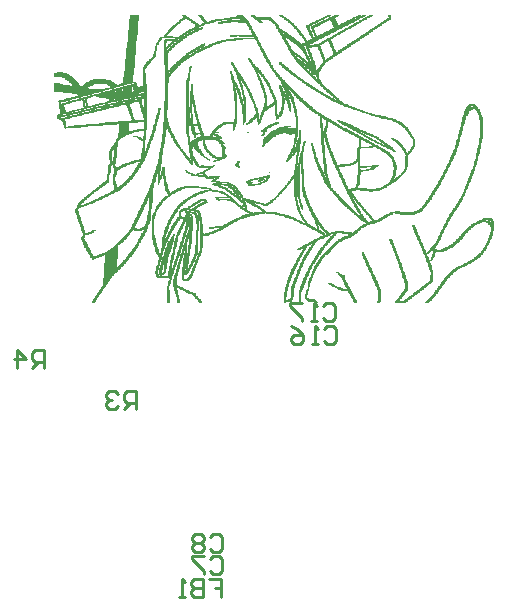
<source format=gbo>
G04 Layer_Color=32896*
%FSLAX24Y24*%
%MOIN*%
G70*
G01*
G75*
%ADD31C,0.0100*%
%ADD78C,0.0020*%
D31*
X46384Y20864D02*
Y21464D01*
X46084D01*
X45984Y21364D01*
Y21164D01*
X46084Y21064D01*
X46384D01*
X46184D02*
X45984Y20864D01*
X45484D02*
Y21464D01*
X45784Y21164D01*
X45384D01*
X49452Y19483D02*
Y20082D01*
X49152D01*
X49052Y19982D01*
Y19783D01*
X49152Y19683D01*
X49452D01*
X49252D02*
X49052Y19483D01*
X48852Y19982D02*
X48752Y20082D01*
X48552D01*
X48452Y19982D01*
Y19882D01*
X48552Y19783D01*
X48652D01*
X48552D01*
X48452Y19683D01*
Y19583D01*
X48552Y19483D01*
X48752D01*
X48852Y19583D01*
X51903Y13828D02*
X52303D01*
Y13528D01*
X52103D01*
X52303D01*
Y13228D01*
X51703Y13828D02*
Y13228D01*
X51403D01*
X51303Y13328D01*
Y13428D01*
X51403Y13528D01*
X51703D01*
X51403D01*
X51303Y13628D01*
Y13728D01*
X51403Y13828D01*
X51703D01*
X51104Y13228D02*
X50904D01*
X51004D01*
Y13828D01*
X51104Y13728D01*
X55702Y22931D02*
X55802Y23031D01*
X56002D01*
X56102Y22931D01*
Y22531D01*
X56002Y22431D01*
X55802D01*
X55702Y22531D01*
X55503Y22431D02*
X55303D01*
X55403D01*
Y23031D01*
X55503Y22931D01*
X55003Y23031D02*
X54603D01*
Y22931D01*
X55003Y22531D01*
Y22431D01*
X55742Y22173D02*
X55842Y22273D01*
X56042D01*
X56142Y22173D01*
Y21773D01*
X56042Y21673D01*
X55842D01*
X55742Y21773D01*
X55542Y21673D02*
X55342D01*
X55442D01*
Y22273D01*
X55542Y22173D01*
X54642Y22273D02*
X54842Y22173D01*
X55042Y21973D01*
Y21773D01*
X54942Y21673D01*
X54742D01*
X54642Y21773D01*
Y21873D01*
X54742Y21973D01*
X55042D01*
X51925Y15240D02*
X52025Y15340D01*
X52224D01*
X52324Y15240D01*
Y14840D01*
X52224Y14740D01*
X52025D01*
X51925Y14840D01*
X51725Y15240D02*
X51625Y15340D01*
X51425D01*
X51325Y15240D01*
Y15140D01*
X51425Y15040D01*
X51325Y14940D01*
Y14840D01*
X51425Y14740D01*
X51625D01*
X51725Y14840D01*
Y14940D01*
X51625Y15040D01*
X51725Y15140D01*
Y15240D01*
X51625Y15040D02*
X51425D01*
X51925Y14496D02*
X52025Y14596D01*
X52224D01*
X52324Y14496D01*
Y14096D01*
X52224Y13996D01*
X52025D01*
X51925Y14096D01*
X51725Y14596D02*
X51325D01*
Y14496D01*
X51725Y14096D01*
Y13996D01*
D78*
X59089Y23044D02*
X59169D01*
X58169D02*
X58409D01*
X58089D02*
X58149D01*
X57509D02*
X57569D01*
X56749D02*
X56809D01*
X55409D02*
X55509D01*
X54909D02*
X54949D01*
X51589D02*
X51649D01*
X50829D02*
X50889D01*
X50509D02*
X50569D01*
X47989D02*
X48049D01*
X59109Y23064D02*
X59209D01*
X58109D02*
X58429D01*
X57509D02*
X57569D01*
X56729D02*
X56809D01*
X55389D02*
X55489D01*
X54909D02*
X54949D01*
X54409D02*
X54429D01*
X51569D02*
X51629D01*
X50829D02*
X50889D01*
X50509D02*
X50569D01*
X48009D02*
X48069D01*
X59129Y23084D02*
X59229D01*
X58229D02*
X58469D01*
X58109D02*
X58189D01*
X57509D02*
X57589D01*
X56729D02*
X56809D01*
X55249D02*
X55469D01*
X54909D02*
X54949D01*
X54409D02*
X54609D01*
X51549D02*
X51629D01*
X50829D02*
X50889D01*
X50509D02*
X50569D01*
X48009D02*
X48069D01*
X59149Y23104D02*
X59249D01*
X58389D02*
X58489D01*
X58129D02*
X58209D01*
X57529D02*
X57589D01*
X56709D02*
X56809D01*
X55189D02*
X55449D01*
X54909D02*
X54949D01*
X54409D02*
X54629D01*
X51549D02*
X51609D01*
X50829D02*
X50889D01*
X50509D02*
X50569D01*
X48029D02*
X48089D01*
X59169Y23124D02*
X59289D01*
X58409D02*
X58509D01*
X58149D02*
X58229D01*
X57529D02*
X57589D01*
X56709D02*
X56789D01*
X55169D02*
X55429D01*
X54909D02*
X54949D01*
X54409D02*
X54629D01*
X51529D02*
X51589D01*
X50829D02*
X50889D01*
X50509D02*
X50569D01*
X48049D02*
X48109D01*
X59189Y23144D02*
X59309D01*
X58449D02*
X58549D01*
X58169D02*
X58249D01*
X57529D02*
X57589D01*
X56689D02*
X56769D01*
X55349D02*
X55409D01*
X55149D02*
X55289D01*
X54909D02*
X54949D01*
X54549D02*
X54649D01*
X54409D02*
X54449D01*
X51509D02*
X51589D01*
X50829D02*
X50889D01*
X50509D02*
X50569D01*
X48049D02*
X48109D01*
X59209Y23164D02*
X59309D01*
X58469D02*
X58569D01*
X58169D02*
X58249D01*
X57529D02*
X57589D01*
X56689D02*
X56769D01*
X55349D02*
X55389D01*
X55129D02*
X55189D01*
X54909D02*
X54949D01*
X54589D02*
X54669D01*
X54409D02*
X54449D01*
X51489D02*
X51569D01*
X50829D02*
X50869D01*
X50509D02*
X50569D01*
X48069D02*
X48129D01*
X59229Y23184D02*
X59329D01*
X58489D02*
X58589D01*
X58189D02*
X58269D01*
X57529D02*
X57589D01*
X56669D02*
X56749D01*
X55109D02*
X55189D01*
X54889D02*
X54949D01*
X54609D02*
X54669D01*
X54409D02*
X54449D01*
X51469D02*
X51549D01*
X50829D02*
X50869D01*
X50509D02*
X50569D01*
X48069D02*
X48129D01*
X59249Y23204D02*
X59349D01*
X58529D02*
X58629D01*
X58209D02*
X58289D01*
X57529D02*
X57589D01*
X56669D02*
X56729D01*
X55109D02*
X55169D01*
X54889D02*
X54949D01*
X54609D02*
X54669D01*
X54409D02*
X54449D01*
X51449D02*
X51529D01*
X50829D02*
X50869D01*
X50509D02*
X50569D01*
X48089D02*
X48149D01*
X59269Y23224D02*
X59369D01*
X58549D02*
X58649D01*
X58229D02*
X58309D01*
X57529D02*
X57589D01*
X56649D02*
X56729D01*
X55109D02*
X55149D01*
X54889D02*
X54949D01*
X54629D02*
X54669D01*
X54409D02*
X54449D01*
X51449D02*
X51509D01*
X50829D02*
X50869D01*
X50509D02*
X50569D01*
X48089D02*
X48169D01*
X59289Y23244D02*
X59389D01*
X58569D02*
X58669D01*
X58229D02*
X58329D01*
X57529D02*
X57589D01*
X56649D02*
X56709D01*
X55109D02*
X55149D01*
X54889D02*
X54949D01*
X54629D02*
X54669D01*
X54409D02*
X54469D01*
X51429D02*
X51489D01*
X50809D02*
X50869D01*
X50509D02*
X50569D01*
X48109D02*
X48169D01*
X59329Y23264D02*
X59409D01*
X58609D02*
X58709D01*
X58249D02*
X58329D01*
X57529D02*
X57589D01*
X56629D02*
X56709D01*
X55109D02*
X55149D01*
X54889D02*
X54949D01*
X54629D02*
X54689D01*
X54409D02*
X54469D01*
X51409D02*
X51469D01*
X50809D02*
X50869D01*
X50509D02*
X50569D01*
X48129D02*
X48189D01*
X59349Y23284D02*
X59409D01*
X58629D02*
X58729D01*
X58269D02*
X58349D01*
X57529D02*
X57589D01*
X56609D02*
X56689D01*
X55109D02*
X55129D01*
X54889D02*
X54949D01*
X54629D02*
X54689D01*
X54409D02*
X54469D01*
X51389D02*
X51449D01*
X50809D02*
X50869D01*
X50509D02*
X50569D01*
X48129D02*
X48209D01*
X59369Y23304D02*
X59429D01*
X58649D02*
X58749D01*
X58269D02*
X58369D01*
X57549D02*
X57589D01*
X56609D02*
X56689D01*
X55109D02*
X55129D01*
X54889D02*
X54949D01*
X54629D02*
X54689D01*
X54409D02*
X54469D01*
X51369D02*
X51429D01*
X50789D02*
X50869D01*
X50509D02*
X50569D01*
X48149D02*
X48209D01*
X59369Y23324D02*
X59449D01*
X58689D02*
X58789D01*
X58289D02*
X58389D01*
X57549D02*
X57609D01*
X56589D02*
X56669D01*
X55109D02*
X55169D01*
X54889D02*
X54949D01*
X54629D02*
X54689D01*
X54409D02*
X54469D01*
X51329D02*
X51449D01*
X50789D02*
X50849D01*
X50509D02*
X50569D01*
X48169D02*
X48229D01*
X59389Y23344D02*
X59469D01*
X58709D02*
X58809D01*
X58309D02*
X58409D01*
X57549D02*
X57609D01*
X56589D02*
X56669D01*
X55129D02*
X55169D01*
X54889D02*
X54949D01*
X54629D02*
X54689D01*
X54409D02*
X54469D01*
X51269D02*
X51449D01*
X50789D02*
X50849D01*
X50509D02*
X50569D01*
X48169D02*
X48249D01*
X59409Y23364D02*
X59489D01*
X58729D02*
X58829D01*
X58329D02*
X58409D01*
X57549D02*
X57609D01*
X56569D02*
X56649D01*
X55129D02*
X55169D01*
X54889D02*
X54949D01*
X54629D02*
X54689D01*
X54409D02*
X54469D01*
X51209D02*
X51389D01*
X50769D02*
X50849D01*
X50509D02*
X50569D01*
X48189D02*
X48269D01*
X59409Y23384D02*
X59489D01*
X58749D02*
X58869D01*
X58329D02*
X58429D01*
X57549D02*
X57609D01*
X56569D02*
X56649D01*
X55129D02*
X55169D01*
X54909D02*
X54949D01*
X54629D02*
X54689D01*
X54409D02*
X54469D01*
X51169D02*
X51329D01*
X50769D02*
X50849D01*
X50509D02*
X50569D01*
X48209D02*
X48269D01*
X59429Y23404D02*
X59509D01*
X58789D02*
X58889D01*
X58349D02*
X58449D01*
X57549D02*
X57609D01*
X56549D02*
X56629D01*
X55149D02*
X55169D01*
X54909D02*
X54949D01*
X54629D02*
X54709D01*
X54429D02*
X54469D01*
X51149D02*
X51289D01*
X50769D02*
X50829D01*
X50509D02*
X50569D01*
X48209D02*
X48289D01*
X59449Y23424D02*
X59529D01*
X58809D02*
X58909D01*
X58369D02*
X58469D01*
X57549D02*
X57609D01*
X56549D02*
X56629D01*
X55149D02*
X55169D01*
X54909D02*
X54969D01*
X54629D02*
X54709D01*
X54429D02*
X54469D01*
X51109D02*
X51249D01*
X50769D02*
X50829D01*
X50509D02*
X50569D01*
X48229D02*
X48309D01*
X59449Y23444D02*
X59529D01*
X58829D02*
X58949D01*
X58389D02*
X58489D01*
X57529D02*
X57589D01*
X56529D02*
X56609D01*
X55149D02*
X55189D01*
X54909D02*
X54969D01*
X54629D02*
X54709D01*
X54429D02*
X54469D01*
X51069D02*
X51209D01*
X50749D02*
X50829D01*
X50509D02*
X50569D01*
X48249D02*
X48309D01*
X59469Y23464D02*
X59549D01*
X58869D02*
X58969D01*
X58389D02*
X58509D01*
X57529D02*
X57589D01*
X56529D02*
X56609D01*
X56309D02*
X56489D01*
X55169D02*
X55189D01*
X54909D02*
X54969D01*
X54629D02*
X54709D01*
X54429D02*
X54489D01*
X51029D02*
X51149D01*
X50749D02*
X50809D01*
X50509D02*
X50569D01*
X48249D02*
X48329D01*
X59489Y23484D02*
X59569D01*
X58889D02*
X58989D01*
X58409D02*
X58509D01*
X57529D02*
X57589D01*
X56229D02*
X56589D01*
X55169D02*
X55189D01*
X54929D02*
X54989D01*
X54629D02*
X54709D01*
X54429D02*
X54489D01*
X50989D02*
X51109D01*
X50749D02*
X50809D01*
X50509D02*
X50549D01*
X48269D02*
X48349D01*
X59489Y23504D02*
X59569D01*
X58909D02*
X59029D01*
X58429D02*
X58509D01*
X57509D02*
X57569D01*
X56189D02*
X56589D01*
X55169D02*
X55209D01*
X54929D02*
X54989D01*
X54629D02*
X54709D01*
X54449D02*
X54489D01*
X50949D02*
X51069D01*
X50729D02*
X50809D01*
X50509D02*
X50549D01*
X48289D02*
X48349D01*
X59509Y23524D02*
X59589D01*
X58949D02*
X59049D01*
X58429D02*
X58509D01*
X57509D02*
X57569D01*
X56489D02*
X56569D01*
X56169D02*
X56329D01*
X55189D02*
X55209D01*
X54929D02*
X55009D01*
X54649D02*
X54709D01*
X54449D02*
X54489D01*
X50909D02*
X51029D01*
X50729D02*
X50809D01*
X50509D02*
X50549D01*
X48289D02*
X48369D01*
X59529Y23544D02*
X59609D01*
X58969D02*
X59069D01*
X58429D02*
X58509D01*
X57489D02*
X57569D01*
X56489D02*
X56569D01*
X56129D02*
X56269D01*
X55189D02*
X55209D01*
X54929D02*
X55009D01*
X54649D02*
X54709D01*
X54449D02*
X54509D01*
X50869D02*
X50989D01*
X50729D02*
X50789D01*
X50509D02*
X50549D01*
X48309D02*
X48389D01*
X59529Y23564D02*
X59629D01*
X58989D02*
X59089D01*
X58429D02*
X58509D01*
X57489D02*
X57549D01*
X56469D02*
X56549D01*
X56089D02*
X56209D01*
X55189D02*
X55209D01*
X54929D02*
X55029D01*
X54649D02*
X54729D01*
X54449D02*
X54509D01*
X50849D02*
X50949D01*
X50729D02*
X50789D01*
X50509D02*
X50549D01*
X48329D02*
X48389D01*
X59549Y23584D02*
X59629D01*
X59009D02*
X59129D01*
X58429D02*
X58509D01*
X57469D02*
X57549D01*
X56469D02*
X56529D01*
X56049D02*
X56149D01*
X55189D02*
X55229D01*
X54949D02*
X55029D01*
X54649D02*
X54729D01*
X54469D02*
X54509D01*
X50809D02*
X50909D01*
X50709D02*
X50789D01*
X50509D02*
X50549D01*
X48329D02*
X48409D01*
X59569Y23604D02*
X59649D01*
X59049D02*
X59149D01*
X58429D02*
X58509D01*
X57469D02*
X57549D01*
X56449D02*
X56529D01*
X56009D02*
X56109D01*
X55189D02*
X55229D01*
X54949D02*
X55029D01*
X54669D02*
X54729D01*
X54469D02*
X54529D01*
X50709D02*
X50869D01*
X50529D02*
X50549D01*
X48349D02*
X48429D01*
X59589Y23624D02*
X59669D01*
X59069D02*
X59169D01*
X58429D02*
X58489D01*
X57449D02*
X57529D01*
X56449D02*
X56509D01*
X55969D02*
X56069D01*
X55189D02*
X55229D01*
X54969D02*
X55049D01*
X54669D02*
X54749D01*
X54469D02*
X54529D01*
X50709D02*
X50829D01*
X50529D02*
X50569D01*
X48369D02*
X48449D01*
X59589Y23644D02*
X59669D01*
X59089D02*
X59189D01*
X58429D02*
X58489D01*
X57449D02*
X57529D01*
X56429D02*
X56509D01*
X55929D02*
X56029D01*
X55189D02*
X55229D01*
X54969D02*
X55049D01*
X54669D02*
X54749D01*
X54469D02*
X54529D01*
X50709D02*
X50809D01*
X50529D02*
X50569D01*
X48369D02*
X48449D01*
X59609Y23664D02*
X59689D01*
X59129D02*
X59209D01*
X58429D02*
X58489D01*
X57449D02*
X57529D01*
X56409D02*
X56489D01*
X55909D02*
X56009D01*
X55189D02*
X55249D01*
X54969D02*
X55069D01*
X54689D02*
X54749D01*
X54469D02*
X54549D01*
X50709D02*
X50789D01*
X50529D02*
X50569D01*
X48369D02*
X48469D01*
X59629Y23684D02*
X59709D01*
X59149D02*
X59229D01*
X58429D02*
X58489D01*
X57429D02*
X57509D01*
X56409D02*
X56489D01*
X55869D02*
X55969D01*
X55189D02*
X55249D01*
X54989D02*
X55069D01*
X54689D02*
X54749D01*
X54489D02*
X54549D01*
X50709D02*
X50789D01*
X50549D02*
X50589D01*
X48369D02*
X48489D01*
X59649Y23704D02*
X59729D01*
X59169D02*
X59269D01*
X58429D02*
X58489D01*
X57429D02*
X57509D01*
X56409D02*
X56469D01*
X55189D02*
X55249D01*
X54989D02*
X55069D01*
X54709D02*
X54769D01*
X54489D02*
X54549D01*
X50709D02*
X50789D01*
X50549D02*
X50589D01*
X48369D02*
X48489D01*
X59649Y23724D02*
X59729D01*
X59209D02*
X59289D01*
X58409D02*
X58489D01*
X57409D02*
X57489D01*
X56389D02*
X56469D01*
X55189D02*
X55269D01*
X55009D02*
X55089D01*
X54709D02*
X54769D01*
X54489D02*
X54569D01*
X50709D02*
X50789D01*
X50549D02*
X50589D01*
X48369D02*
X48509D01*
X59669Y23744D02*
X59749D01*
X59229D02*
X59309D01*
X58409D02*
X58489D01*
X57409D02*
X57489D01*
X56389D02*
X56449D01*
X55209D02*
X55269D01*
X55009D02*
X55089D01*
X54709D02*
X54769D01*
X54509D02*
X54569D01*
X50709D02*
X50789D01*
X50549D02*
X50589D01*
X48369D02*
X48529D01*
X59689Y23764D02*
X59769D01*
X59249D02*
X59329D01*
X58409D02*
X58489D01*
X57389D02*
X57469D01*
X56369D02*
X56449D01*
X55209D02*
X55269D01*
X55009D02*
X55109D01*
X54729D02*
X54789D01*
X54509D02*
X54569D01*
X50709D02*
X50789D01*
X50569D02*
X50609D01*
X48369D02*
X48529D01*
X59709Y23784D02*
X59789D01*
X59269D02*
X59329D01*
X58389D02*
X58469D01*
X57389D02*
X57469D01*
X56369D02*
X56429D01*
X55229D02*
X55289D01*
X55029D02*
X55109D01*
X54729D02*
X54789D01*
X54509D02*
X54589D01*
X50709D02*
X50789D01*
X50569D02*
X50609D01*
X48369D02*
X48549D01*
X59709Y23804D02*
X59789D01*
X59269D02*
X59329D01*
X58389D02*
X58469D01*
X57369D02*
X57449D01*
X56369D02*
X56429D01*
X55229D02*
X55289D01*
X55029D02*
X55109D01*
X54729D02*
X54789D01*
X54529D02*
X54589D01*
X51029D02*
X51189D01*
X50709D02*
X50789D01*
X50569D02*
X50609D01*
X48369D02*
X48569D01*
X59729Y23824D02*
X59809D01*
X59269D02*
X59329D01*
X58389D02*
X58469D01*
X57369D02*
X57449D01*
X56349D02*
X56409D01*
X55229D02*
X55289D01*
X55029D02*
X55129D01*
X54749D02*
X54809D01*
X54529D02*
X54589D01*
X51149D02*
X51229D01*
X50989D02*
X51129D01*
X50709D02*
X50789D01*
X50589D02*
X50629D01*
X48369D02*
X48569D01*
X59749Y23844D02*
X59829D01*
X59269D02*
X59329D01*
X58369D02*
X58449D01*
X57369D02*
X57449D01*
X56349D02*
X56409D01*
X55249D02*
X55309D01*
X55049D02*
X55129D01*
X54749D02*
X54809D01*
X54549D02*
X54609D01*
X51169D02*
X51249D01*
X50989D02*
X51049D01*
X50729D02*
X50809D01*
X50589D02*
X50629D01*
X48369D02*
X48589D01*
X59769Y23864D02*
X59849D01*
X59269D02*
X59329D01*
X58369D02*
X58449D01*
X57349D02*
X57429D01*
X56349D02*
X56409D01*
X55249D02*
X55309D01*
X55049D02*
X55149D01*
X54769D02*
X54829D01*
X54549D02*
X54609D01*
X51189D02*
X51269D01*
X50989D02*
X51049D01*
X50729D02*
X50809D01*
X50569D02*
X50629D01*
X48389D02*
X48609D01*
X59769Y23884D02*
X59869D01*
X59269D02*
X59329D01*
X58369D02*
X58449D01*
X57349D02*
X57429D01*
X56329D02*
X56409D01*
X55269D02*
X55309D01*
X55069D02*
X55149D01*
X54769D02*
X54829D01*
X54549D02*
X54609D01*
X51209D02*
X51269D01*
X50989D02*
X51049D01*
X50729D02*
X50809D01*
X50549D02*
X50649D01*
X50209D02*
X50529D01*
X48389D02*
X48629D01*
X59789Y23904D02*
X59889D01*
X59269D02*
X59329D01*
X58349D02*
X58429D01*
X57329D02*
X57409D01*
X56289D02*
X56389D01*
X55269D02*
X55329D01*
X55069D02*
X55149D01*
X54769D02*
X54829D01*
X54569D02*
X54629D01*
X51209D02*
X51289D01*
X50989D02*
X51049D01*
X50749D02*
X50809D01*
X50169D02*
X50649D01*
X48389D02*
X48629D01*
X59809Y23924D02*
X59909D01*
X59269D02*
X59329D01*
X58349D02*
X58429D01*
X57329D02*
X57409D01*
X56269D02*
X56389D01*
X55289D02*
X55329D01*
X55089D02*
X55169D01*
X54789D02*
X54849D01*
X54569D02*
X54629D01*
X51229D02*
X51309D01*
X50989D02*
X51049D01*
X50749D02*
X50809D01*
X50149D02*
X50649D01*
X48389D02*
X48649D01*
X59829Y23944D02*
X59929D01*
X59269D02*
X59329D01*
X58349D02*
X58429D01*
X57309D02*
X57389D01*
X56249D02*
X56389D01*
X55289D02*
X55329D01*
X55089D02*
X55169D01*
X54789D02*
X54849D01*
X54569D02*
X54649D01*
X51249D02*
X51309D01*
X50989D02*
X51049D01*
X50749D02*
X50829D01*
X50609D02*
X50649D01*
X50529D02*
X50589D01*
X50149D02*
X50209D01*
X48389D02*
X48669D01*
X59849Y23964D02*
X59949D01*
X59289D02*
X59329D01*
X58329D02*
X58409D01*
X57309D02*
X57389D01*
X56329D02*
X56369D01*
X56229D02*
X56309D01*
X55289D02*
X55349D01*
X55109D02*
X55189D01*
X54789D02*
X54869D01*
X54589D02*
X54649D01*
X51249D02*
X51329D01*
X50989D02*
X51049D01*
X50749D02*
X50829D01*
X50609D02*
X50669D01*
X50549D02*
X50589D01*
X50269D02*
X50289D01*
X50149D02*
X50209D01*
X48389D02*
X48689D01*
X59869Y23984D02*
X59969D01*
X59289D02*
X59329D01*
X58329D02*
X58409D01*
X57289D02*
X57369D01*
X56229D02*
X56309D01*
X55309D02*
X55349D01*
X55109D02*
X55189D01*
X54809D02*
X54869D01*
X54589D02*
X54669D01*
X51269D02*
X51329D01*
X51109D02*
X51129D01*
X50989D02*
X51069D01*
X50769D02*
X50829D01*
X50609D02*
X50669D01*
X50549D02*
X50589D01*
X50269D02*
X50329D01*
X50129D02*
X50189D01*
X48389D02*
X48709D01*
X59889Y24004D02*
X59989D01*
X59289D02*
X59329D01*
X58329D02*
X58409D01*
X57289D02*
X57369D01*
X56209D02*
X56289D01*
X55309D02*
X55369D01*
X55129D02*
X55209D01*
X54809D02*
X54869D01*
X54609D02*
X54669D01*
X51269D02*
X51329D01*
X51109D02*
X51149D01*
X50989D02*
X51069D01*
X50769D02*
X50829D01*
X50629D02*
X50669D01*
X50549D02*
X50609D01*
X50249D02*
X50369D01*
X50129D02*
X50189D01*
X48389D02*
X48709D01*
X59909Y24024D02*
X60009D01*
X59289D02*
X59329D01*
X58329D02*
X58389D01*
X57289D02*
X57349D01*
X56189D02*
X56229D01*
X55329D02*
X55369D01*
X55129D02*
X55209D01*
X54829D02*
X54889D01*
X54609D02*
X54689D01*
X51289D02*
X51349D01*
X51109D02*
X51169D01*
X50989D02*
X51069D01*
X50769D02*
X50849D01*
X50629D02*
X50689D01*
X50549D02*
X50609D01*
X50329D02*
X50409D01*
X50249D02*
X50309D01*
X50109D02*
X50169D01*
X48389D02*
X48729D01*
X59929Y24044D02*
X60029D01*
X59289D02*
X59329D01*
X58309D02*
X58389D01*
X57269D02*
X57349D01*
X56169D02*
X56209D01*
X55329D02*
X55389D01*
X55149D02*
X55209D01*
X54829D02*
X54889D01*
X54609D02*
X54689D01*
X51289D02*
X51349D01*
X51109D02*
X51169D01*
X50989D02*
X51069D01*
X50789D02*
X50849D01*
X50629D02*
X50689D01*
X50549D02*
X50609D01*
X50369D02*
X50449D01*
X50229D02*
X50309D01*
X50109D02*
X50169D01*
X48389D02*
X48749D01*
X59949Y24064D02*
X60049D01*
X59289D02*
X59329D01*
X58309D02*
X58369D01*
X57269D02*
X57329D01*
X56149D02*
X56169D01*
X55349D02*
X55389D01*
X55149D02*
X55229D01*
X54829D02*
X54909D01*
X54629D02*
X54689D01*
X51309D02*
X51369D01*
X51109D02*
X51189D01*
X50989D02*
X51069D01*
X50789D02*
X50849D01*
X50649D02*
X50689D01*
X50549D02*
X50609D01*
X50389D02*
X50449D01*
X50229D02*
X50289D01*
X50109D02*
X50169D01*
X48389D02*
X48789D01*
X59969Y24084D02*
X60069D01*
X59289D02*
X59329D01*
X58309D02*
X58369D01*
X57249D02*
X57329D01*
X55349D02*
X55409D01*
X55169D02*
X55229D01*
X54849D02*
X54909D01*
X54629D02*
X54709D01*
X51309D02*
X51369D01*
X51109D02*
X51189D01*
X50989D02*
X51069D01*
X50789D02*
X50849D01*
X50649D02*
X50709D01*
X50549D02*
X50609D01*
X50389D02*
X50449D01*
X50229D02*
X50289D01*
X50109D02*
X50149D01*
X48389D02*
X48809D01*
X59989Y24104D02*
X60109D01*
X59269D02*
X59329D01*
X58289D02*
X58369D01*
X57249D02*
X57309D01*
X55349D02*
X55409D01*
X55169D02*
X55249D01*
X54849D02*
X54909D01*
X54649D02*
X54709D01*
X51309D02*
X51369D01*
X51109D02*
X51209D01*
X51009D02*
X51069D01*
X50789D02*
X50869D01*
X50649D02*
X50709D01*
X50569D02*
X50609D01*
X50389D02*
X50449D01*
X50229D02*
X50309D01*
X50109D02*
X50169D01*
X48409D02*
X48829D01*
X60009Y24124D02*
X60129D01*
X59269D02*
X59329D01*
X58289D02*
X58349D01*
X57229D02*
X57309D01*
X55369D02*
X55429D01*
X55189D02*
X55249D01*
X54849D02*
X54929D01*
X54649D02*
X54729D01*
X51329D02*
X51389D01*
X51109D02*
X51229D01*
X51009D02*
X51069D01*
X50809D02*
X50869D01*
X50649D02*
X50709D01*
X50569D02*
X50609D01*
X50389D02*
X50449D01*
X50229D02*
X50309D01*
X50129D02*
X50169D01*
X48409D02*
X48849D01*
X60029Y24144D02*
X60149D01*
X59269D02*
X59309D01*
X58289D02*
X58349D01*
X57229D02*
X57309D01*
X55369D02*
X55429D01*
X55189D02*
X55269D01*
X54869D02*
X54929D01*
X54649D02*
X54729D01*
X51329D02*
X51389D01*
X51129D02*
X51229D01*
X51009D02*
X51069D01*
X50809D02*
X50869D01*
X50669D02*
X50729D01*
X50569D02*
X50629D01*
X50389D02*
X50449D01*
X50249D02*
X50309D01*
X50129D02*
X50169D01*
X48409D02*
X48869D01*
X60049Y24164D02*
X60169D01*
X59249D02*
X59309D01*
X58269D02*
X58349D01*
X57209D02*
X57289D01*
X55389D02*
X55429D01*
X55209D02*
X55269D01*
X54869D02*
X54949D01*
X54669D02*
X54749D01*
X51349D02*
X51409D01*
X51189D02*
X51249D01*
X51129D02*
X51169D01*
X51009D02*
X51069D01*
X50809D02*
X50869D01*
X50669D02*
X50729D01*
X50569D02*
X50629D01*
X50389D02*
X50449D01*
X50249D02*
X50329D01*
X50129D02*
X50189D01*
X48809D02*
X48889D01*
X48409D02*
X48789D01*
X60089Y24184D02*
X60209D01*
X59249D02*
X59309D01*
X58269D02*
X58329D01*
X57209D02*
X57289D01*
X55389D02*
X55449D01*
X55209D02*
X55269D01*
X54889D02*
X54949D01*
X54669D02*
X54749D01*
X51349D02*
X51409D01*
X51209D02*
X51249D01*
X51129D02*
X51169D01*
X51009D02*
X51089D01*
X50829D02*
X50889D01*
X50669D02*
X50729D01*
X50569D02*
X50629D01*
X50389D02*
X50449D01*
X50249D02*
X50329D01*
X50149D02*
X50189D01*
X48829D02*
X48909D01*
X48409D02*
X48789D01*
X60109Y24204D02*
X60249D01*
X59249D02*
X59309D01*
X58269D02*
X58329D01*
X57209D02*
X57269D01*
X55409D02*
X55469D01*
X55229D02*
X55289D01*
X54889D02*
X54949D01*
X54689D02*
X54769D01*
X51369D02*
X51409D01*
X51209D02*
X51269D01*
X51129D02*
X51169D01*
X51009D02*
X51089D01*
X50829D02*
X50889D01*
X50689D02*
X50749D01*
X50569D02*
X50629D01*
X50389D02*
X50469D01*
X50249D02*
X50329D01*
X50149D02*
X50189D01*
X48849D02*
X48929D01*
X48409D02*
X48789D01*
X60149Y24224D02*
X60289D01*
X59229D02*
X59289D01*
X58249D02*
X58329D01*
X57189D02*
X57269D01*
X55409D02*
X55469D01*
X55229D02*
X55289D01*
X54909D02*
X54969D01*
X54689D02*
X54769D01*
X51369D02*
X51429D01*
X51229D02*
X51269D01*
X51129D02*
X51169D01*
X51009D02*
X51089D01*
X50829D02*
X50889D01*
X50689D02*
X50749D01*
X50569D02*
X50629D01*
X50409D02*
X50469D01*
X50269D02*
X50329D01*
X50149D02*
X50209D01*
X48849D02*
X48949D01*
X48409D02*
X48789D01*
X60189Y24244D02*
X60349D01*
X59229D02*
X59289D01*
X58249D02*
X58309D01*
X57189D02*
X57249D01*
X55409D02*
X55489D01*
X55249D02*
X55309D01*
X54909D02*
X54969D01*
X54709D02*
X54789D01*
X51369D02*
X51429D01*
X51229D02*
X51289D01*
X51129D02*
X51169D01*
X51029D02*
X51089D01*
X50829D02*
X50889D01*
X50689D02*
X50749D01*
X50569D02*
X50629D01*
X50409D02*
X50469D01*
X50269D02*
X50349D01*
X50149D02*
X50209D01*
X48869D02*
X48969D01*
X48409D02*
X48789D01*
X60229Y24264D02*
X60389D01*
X59209D02*
X59289D01*
X58249D02*
X58309D01*
X57169D02*
X57249D01*
X55429D02*
X55489D01*
X55249D02*
X55309D01*
X54909D02*
X54989D01*
X54709D02*
X54789D01*
X51389D02*
X51429D01*
X51249D02*
X51309D01*
X51129D02*
X51169D01*
X51029D02*
X51089D01*
X50849D02*
X50909D01*
X50709D02*
X50769D01*
X50589D02*
X50649D01*
X50409D02*
X50469D01*
X50269D02*
X50349D01*
X50169D02*
X50209D01*
X48889D02*
X48989D01*
X48409D02*
X48789D01*
X60289Y24284D02*
X60449D01*
X59209D02*
X59289D01*
X58229D02*
X58309D01*
X57169D02*
X57229D01*
X55429D02*
X55509D01*
X55269D02*
X55329D01*
X54929D02*
X54989D01*
X54729D02*
X54809D01*
X51389D02*
X51449D01*
X51249D02*
X51309D01*
X51129D02*
X51169D01*
X51029D02*
X51089D01*
X50849D02*
X50909D01*
X50709D02*
X50769D01*
X50589D02*
X50649D01*
X50409D02*
X50469D01*
X50269D02*
X50349D01*
X50169D02*
X50229D01*
X48909D02*
X49009D01*
X48409D02*
X48809D01*
X60329Y24304D02*
X60469D01*
X59209D02*
X59269D01*
X58229D02*
X58289D01*
X57149D02*
X57229D01*
X55449D02*
X55529D01*
X55269D02*
X55349D01*
X54929D02*
X54989D01*
X54729D02*
X54809D01*
X51409D02*
X51449D01*
X51269D02*
X51329D01*
X51129D02*
X51169D01*
X51029D02*
X51089D01*
X50849D02*
X50909D01*
X50709D02*
X50769D01*
X50589D02*
X50649D01*
X50409D02*
X50469D01*
X50289D02*
X50349D01*
X50169D02*
X50229D01*
X48929D02*
X49029D01*
X48409D02*
X48809D01*
X60369Y24324D02*
X60509D01*
X59189D02*
X59269D01*
X58229D02*
X58289D01*
X57149D02*
X57209D01*
X55469D02*
X55529D01*
X55289D02*
X55349D01*
X54949D02*
X55009D01*
X54749D02*
X54829D01*
X51409D02*
X51469D01*
X51269D02*
X51329D01*
X51129D02*
X51169D01*
X51029D02*
X51089D01*
X50869D02*
X50909D01*
X50729D02*
X50789D01*
X50589D02*
X50649D01*
X50409D02*
X50469D01*
X50289D02*
X50369D01*
X50189D02*
X50229D01*
X48949D02*
X49049D01*
X48409D02*
X48809D01*
X60409Y24344D02*
X60549D01*
X59189D02*
X59269D01*
X58209D02*
X58289D01*
X57129D02*
X57209D01*
X55469D02*
X55549D01*
X55309D02*
X55369D01*
X54949D02*
X55009D01*
X54769D02*
X54829D01*
X51429D02*
X51469D01*
X51289D02*
X51349D01*
X51129D02*
X51189D01*
X51029D02*
X51089D01*
X50869D02*
X50929D01*
X50729D02*
X50789D01*
X50589D02*
X50649D01*
X50409D02*
X50469D01*
X50289D02*
X50369D01*
X50189D02*
X50249D01*
X48969D02*
X49069D01*
X48409D02*
X48809D01*
X60449Y24364D02*
X60589D01*
X59189D02*
X59269D01*
X58209D02*
X58269D01*
X57129D02*
X57189D01*
X55489D02*
X55569D01*
X55309D02*
X55389D01*
X54969D02*
X55029D01*
X54769D02*
X54829D01*
X51429D02*
X51469D01*
X51289D02*
X51349D01*
X51129D02*
X51189D01*
X51029D02*
X51089D01*
X50869D02*
X50929D01*
X50729D02*
X50789D01*
X50589D02*
X50649D01*
X50409D02*
X50469D01*
X50289D02*
X50369D01*
X50189D02*
X50249D01*
X48989D02*
X49089D01*
X48429D02*
X48809D01*
X60489Y24384D02*
X60609D01*
X59169D02*
X59249D01*
X58209D02*
X58269D01*
X57129D02*
X57189D01*
X55509D02*
X55569D01*
X55329D02*
X55389D01*
X54969D02*
X55029D01*
X54789D02*
X54849D01*
X51429D02*
X51489D01*
X51289D02*
X51369D01*
X51129D02*
X51189D01*
X51049D02*
X51109D01*
X50869D02*
X50929D01*
X50749D02*
X50809D01*
X50609D02*
X50669D01*
X50409D02*
X50469D01*
X50309D02*
X50389D01*
X50189D02*
X50249D01*
X49009D02*
X49089D01*
X48429D02*
X48809D01*
X60529Y24404D02*
X60649D01*
X59169D02*
X59249D01*
X58209D02*
X58249D01*
X57109D02*
X57189D01*
X55509D02*
X55589D01*
X55329D02*
X55409D01*
X54989D02*
X55029D01*
X54789D02*
X54849D01*
X51449D02*
X51489D01*
X51309D02*
X51369D01*
X51129D02*
X51189D01*
X51049D02*
X51109D01*
X50889D02*
X50949D01*
X50749D02*
X50809D01*
X50609D02*
X50669D01*
X50429D02*
X50489D01*
X50309D02*
X50389D01*
X50209D02*
X50249D01*
X49009D02*
X49109D01*
X48429D02*
X48809D01*
X60549Y24424D02*
X60689D01*
X59149D02*
X59249D01*
X58189D02*
X58249D01*
X57109D02*
X57169D01*
X55529D02*
X55609D01*
X55349D02*
X55429D01*
X54989D02*
X55049D01*
X54809D02*
X54869D01*
X51449D02*
X51509D01*
X51309D02*
X51389D01*
X51129D02*
X51189D01*
X51049D02*
X51109D01*
X50889D02*
X50949D01*
X50749D02*
X50809D01*
X50609D02*
X50669D01*
X50429D02*
X50489D01*
X50309D02*
X50389D01*
X50209D02*
X50269D01*
X49029D02*
X49129D01*
X48429D02*
X48809D01*
X60589Y24444D02*
X60709D01*
X59149D02*
X59229D01*
X58189D02*
X58249D01*
X57089D02*
X57169D01*
X55549D02*
X55609D01*
X55369D02*
X55429D01*
X54989D02*
X55069D01*
X54809D02*
X54869D01*
X51449D02*
X51509D01*
X51329D02*
X51389D01*
X51129D02*
X51189D01*
X51049D02*
X51109D01*
X50889D02*
X50949D01*
X50769D02*
X50829D01*
X50609D02*
X50669D01*
X50429D02*
X50489D01*
X50329D02*
X50389D01*
X50209D02*
X50269D01*
X49049D02*
X49149D01*
X48429D02*
X48809D01*
X60629Y24464D02*
X60749D01*
X59269D02*
X59289D01*
X59149D02*
X59229D01*
X58169D02*
X58229D01*
X57089D02*
X57149D01*
X55569D02*
X55629D01*
X55369D02*
X55449D01*
X55009D02*
X55069D01*
X54829D02*
X54889D01*
X51469D02*
X51509D01*
X51329D02*
X51409D01*
X51149D02*
X51189D01*
X51049D02*
X51109D01*
X50909D02*
X50969D01*
X50769D02*
X50829D01*
X50609D02*
X50669D01*
X50429D02*
X50489D01*
X50329D02*
X50409D01*
X50229D02*
X50269D01*
X49069D02*
X49169D01*
X48429D02*
X48809D01*
X60669Y24484D02*
X60769D01*
X59289D02*
X59309D01*
X59129D02*
X59209D01*
X58169D02*
X58229D01*
X57069D02*
X57149D01*
X55569D02*
X55629D01*
X55389D02*
X55469D01*
X55009D02*
X55089D01*
X54829D02*
X54889D01*
X51469D02*
X51529D01*
X51349D02*
X51409D01*
X51149D02*
X51189D01*
X51049D02*
X51109D01*
X50909D02*
X50969D01*
X50769D02*
X50829D01*
X50629D02*
X50689D01*
X50429D02*
X50489D01*
X50329D02*
X50409D01*
X50229D02*
X50269D01*
X49089D02*
X49189D01*
X48429D02*
X48809D01*
X60709Y24504D02*
X60809D01*
X59289D02*
X59329D01*
X59129D02*
X59209D01*
X58169D02*
X58229D01*
X57069D02*
X57129D01*
X55589D02*
X55649D01*
X55389D02*
X55469D01*
X55029D02*
X55089D01*
X54849D02*
X54909D01*
X51489D02*
X51529D01*
X51349D02*
X51409D01*
X51149D02*
X51209D01*
X51049D02*
X51109D01*
X50909D02*
X50969D01*
X50789D02*
X50849D01*
X50629D02*
X50689D01*
X50429D02*
X50489D01*
X50349D02*
X50409D01*
X50229D02*
X50289D01*
X49109D02*
X49189D01*
X48429D02*
X48809D01*
X48009D02*
X48049D01*
X60729Y24524D02*
X60829D01*
X59309D02*
X59329D01*
X59129D02*
X59189D01*
X58149D02*
X58209D01*
X57049D02*
X57129D01*
X55609D02*
X55669D01*
X55409D02*
X55489D01*
X55029D02*
X55109D01*
X54849D02*
X54909D01*
X51489D02*
X51549D01*
X51369D02*
X51429D01*
X51149D02*
X51209D01*
X51049D02*
X51109D01*
X50929D02*
X50969D01*
X50789D02*
X50849D01*
X50629D02*
X50689D01*
X50429D02*
X50509D01*
X50349D02*
X50409D01*
X50229D02*
X50289D01*
X49129D02*
X49209D01*
X48429D02*
X48829D01*
X47989D02*
X48109D01*
X60749Y24544D02*
X60849D01*
X59309D02*
X59349D01*
X59109D02*
X59189D01*
X58149D02*
X58209D01*
X57049D02*
X57109D01*
X55609D02*
X55689D01*
X55429D02*
X55509D01*
X55049D02*
X55129D01*
X54869D02*
X54929D01*
X51489D02*
X51549D01*
X51369D02*
X51429D01*
X51149D02*
X51209D01*
X51069D02*
X51109D01*
X50929D02*
X50989D01*
X50789D02*
X50849D01*
X50629D02*
X50689D01*
X50449D02*
X50509D01*
X50349D02*
X50429D01*
X50249D02*
X50289D01*
X49129D02*
X49229D01*
X48429D02*
X48829D01*
X47969D02*
X48149D01*
X60789Y24564D02*
X60889D01*
X59309D02*
X59369D01*
X59109D02*
X59169D01*
X58129D02*
X58209D01*
X57049D02*
X57109D01*
X55629D02*
X55709D01*
X55429D02*
X55509D01*
X55049D02*
X55129D01*
X54869D02*
X54929D01*
X51509D02*
X51549D01*
X51389D02*
X51449D01*
X51149D02*
X51209D01*
X51069D02*
X51109D01*
X50929D02*
X50989D01*
X50809D02*
X50869D01*
X50649D02*
X50689D01*
X50449D02*
X50509D01*
X50369D02*
X50429D01*
X50229D02*
X50289D01*
X49149D02*
X49249D01*
X48429D02*
X48829D01*
X47949D02*
X48209D01*
X60809Y24584D02*
X60909D01*
X59329D02*
X59389D01*
X59109D02*
X59169D01*
X58129D02*
X58189D01*
X57029D02*
X57089D01*
X55649D02*
X55729D01*
X55449D02*
X55529D01*
X55069D02*
X55149D01*
X54889D02*
X54949D01*
X51509D02*
X51569D01*
X51389D02*
X51449D01*
X51169D02*
X51209D01*
X51069D02*
X51129D01*
X50949D02*
X50989D01*
X50809D02*
X50869D01*
X50649D02*
X50709D01*
X50449D02*
X50529D01*
X50369D02*
X50429D01*
X50229D02*
X50309D01*
X49169D02*
X49269D01*
X48429D02*
X48829D01*
X48069D02*
X48269D01*
X47949D02*
X48029D01*
X60829Y24604D02*
X60929D01*
X59329D02*
X59389D01*
X59089D02*
X59169D01*
X58129D02*
X58189D01*
X57029D02*
X57089D01*
X55649D02*
X55729D01*
X55449D02*
X55549D01*
X55069D02*
X55149D01*
X54909D02*
X54969D01*
X51509D02*
X51569D01*
X51409D02*
X51449D01*
X51169D02*
X51209D01*
X51069D02*
X51129D01*
X50949D02*
X51009D01*
X50809D02*
X50869D01*
X50649D02*
X50709D01*
X50369D02*
X50529D01*
X50209D02*
X50309D01*
X49189D02*
X49289D01*
X48449D02*
X48829D01*
X48109D02*
X48309D01*
X47929D02*
X48029D01*
X60849Y24624D02*
X60949D01*
X59349D02*
X59389D01*
X59089D02*
X59149D01*
X58109D02*
X58169D01*
X57009D02*
X57069D01*
X55669D02*
X55749D01*
X55469D02*
X55549D01*
X55069D02*
X55169D01*
X54909D02*
X54969D01*
X51529D02*
X51589D01*
X51409D02*
X51469D01*
X51169D02*
X51229D01*
X51069D02*
X51129D01*
X50949D02*
X51009D01*
X50829D02*
X50889D01*
X50649D02*
X50709D01*
X50469D02*
X50529D01*
X50389D02*
X50449D01*
X50189D02*
X50309D01*
X49189D02*
X49289D01*
X48449D02*
X48829D01*
X48169D02*
X48369D01*
X47929D02*
X48009D01*
X60869Y24644D02*
X60969D01*
X59349D02*
X59409D01*
X59069D02*
X59149D01*
X58109D02*
X58169D01*
X57009D02*
X57069D01*
X55689D02*
X55829D01*
X55489D02*
X55569D01*
X55089D02*
X55169D01*
X54929D02*
X54989D01*
X51529D02*
X51589D01*
X51409D02*
X51469D01*
X51169D02*
X51229D01*
X51069D02*
X51129D01*
X50949D02*
X51009D01*
X50829D02*
X50889D01*
X50669D02*
X50709D01*
X50469D02*
X50549D01*
X50389D02*
X50449D01*
X50269D02*
X50329D01*
X50189D02*
X50249D01*
X49209D02*
X49309D01*
X48449D02*
X48829D01*
X48229D02*
X48409D01*
X47909D02*
X48009D01*
X60889Y24664D02*
X60989D01*
X59349D02*
X59409D01*
X59069D02*
X59129D01*
X58109D02*
X58169D01*
X56989D02*
X57049D01*
X55789D02*
X55849D01*
X55709D02*
X55769D01*
X55489D02*
X55589D01*
X55109D02*
X55189D01*
X54929D02*
X54989D01*
X51529D02*
X51609D01*
X51429D02*
X51489D01*
X51169D02*
X51229D01*
X51069D02*
X51129D01*
X50969D02*
X51029D01*
X50829D02*
X50889D01*
X50669D02*
X50729D01*
X50389D02*
X50549D01*
X50269D02*
X50329D01*
X50169D02*
X50249D01*
X49229D02*
X49329D01*
X48269D02*
X48829D01*
X47889D02*
X47989D01*
X60909Y24684D02*
X60989D01*
X59369D02*
X59409D01*
X59169D02*
X59189D01*
X59069D02*
X59129D01*
X58089D02*
X58149D01*
X56989D02*
X57049D01*
X55729D02*
X55869D01*
X55509D02*
X55589D01*
X55129D02*
X55209D01*
X54949D02*
X55009D01*
X51549D02*
X51609D01*
X51429D02*
X51489D01*
X51169D02*
X51229D01*
X51069D02*
X51129D01*
X50969D02*
X51029D01*
X50849D02*
X50909D01*
X50669D02*
X50729D01*
X50489D02*
X50569D01*
X50409D02*
X50469D01*
X50269D02*
X50329D01*
X50169D02*
X50229D01*
X49249D02*
X49349D01*
X48329D02*
X48829D01*
X47889D02*
X47969D01*
X60929Y24704D02*
X61009D01*
X59369D02*
X59409D01*
X59149D02*
X59209D01*
X59049D02*
X59109D01*
X58089D02*
X58149D01*
X57009D02*
X57049D01*
X55749D02*
X55869D01*
X55509D02*
X55609D01*
X55129D02*
X55209D01*
X54969D02*
X55009D01*
X51549D02*
X51609D01*
X51429D02*
X51489D01*
X51169D02*
X51229D01*
X51089D02*
X51129D01*
X50969D02*
X51029D01*
X50849D02*
X50909D01*
X50669D02*
X50729D01*
X50409D02*
X50569D01*
X50269D02*
X50329D01*
X50149D02*
X50229D01*
X49269D02*
X49369D01*
X48389D02*
X48829D01*
X47869D02*
X47969D01*
X60969Y24724D02*
X61029D01*
X59369D02*
X59429D01*
X59169D02*
X59229D01*
X59049D02*
X59109D01*
X58069D02*
X58129D01*
X57009D02*
X57029D01*
X55769D02*
X55889D01*
X55529D02*
X55629D01*
X55149D02*
X55229D01*
X54969D02*
X55029D01*
X51569D02*
X51629D01*
X51449D02*
X51489D01*
X51189D02*
X51229D01*
X51089D02*
X51129D01*
X50989D02*
X51049D01*
X50849D02*
X50929D01*
X50689D02*
X50729D01*
X50409D02*
X50569D01*
X50289D02*
X50349D01*
X50129D02*
X50209D01*
X49269D02*
X49369D01*
X48449D02*
X48829D01*
X47869D02*
X47949D01*
X60969Y24744D02*
X61049D01*
X59369D02*
X59429D01*
X59189D02*
X59249D01*
X59049D02*
X59109D01*
X58069D02*
X58129D01*
X55789D02*
X55909D01*
X55549D02*
X55629D01*
X55169D02*
X55229D01*
X54989D02*
X55049D01*
X51569D02*
X51629D01*
X51449D02*
X51489D01*
X51189D02*
X51249D01*
X51089D02*
X51129D01*
X50989D02*
X51049D01*
X50869D02*
X50929D01*
X50689D02*
X50749D01*
X50509D02*
X50589D01*
X50429D02*
X50489D01*
X50289D02*
X50349D01*
X50129D02*
X50209D01*
X49289D02*
X49389D01*
X48489D02*
X48829D01*
X47849D02*
X47949D01*
X60989Y24764D02*
X61049D01*
X59369D02*
X59709D01*
X59209D02*
X59269D01*
X59029D02*
X59089D01*
X58069D02*
X58129D01*
X55809D02*
X55929D01*
X55549D02*
X55649D01*
X55169D02*
X55249D01*
X55009D02*
X55049D01*
X51569D02*
X51629D01*
X51449D02*
X51489D01*
X51189D02*
X51249D01*
X51089D02*
X51129D01*
X50989D02*
X51049D01*
X50869D02*
X50929D01*
X50689D02*
X50749D01*
X50429D02*
X50589D01*
X50289D02*
X50349D01*
X50109D02*
X50209D01*
X49309D02*
X49409D01*
X48509D02*
X48829D01*
X47829D02*
X47929D01*
X61009Y24784D02*
X61069D01*
X59369D02*
X59749D01*
X59229D02*
X59289D01*
X59029D02*
X59089D01*
X58049D02*
X58109D01*
X55829D02*
X55929D01*
X55569D02*
X55669D01*
X55189D02*
X55269D01*
X55009D02*
X55069D01*
X51589D02*
X51629D01*
X51449D02*
X51489D01*
X51189D02*
X51249D01*
X51089D02*
X51149D01*
X51009D02*
X51049D01*
X50869D02*
X50929D01*
X50689D02*
X50749D01*
X50429D02*
X50609D01*
X50309D02*
X50369D01*
X50109D02*
X50189D01*
X49329D02*
X49409D01*
X48549D02*
X48849D01*
X47829D02*
X47929D01*
X61009Y24804D02*
X61089D01*
X59349D02*
X59789D01*
X59249D02*
X59309D01*
X59009D02*
X59069D01*
X58049D02*
X58109D01*
X55849D02*
X55949D01*
X55589D02*
X55669D01*
X55209D02*
X55269D01*
X55029D02*
X55069D01*
X51589D02*
X51649D01*
X51449D02*
X51489D01*
X51189D02*
X51249D01*
X51089D02*
X51149D01*
X51009D02*
X51069D01*
X50889D02*
X50949D01*
X50709D02*
X50749D01*
X50449D02*
X50609D01*
X50309D02*
X50369D01*
X50109D02*
X50189D01*
X49329D02*
X49429D01*
X48569D02*
X48849D01*
X47809D02*
X47909D01*
X61029Y24824D02*
X61109D01*
X59649D02*
X59829D01*
X59449D02*
X59469D01*
X59269D02*
X59429D01*
X59009D02*
X59069D01*
X58029D02*
X58109D01*
X55869D02*
X55969D01*
X55609D02*
X55689D01*
X55209D02*
X55289D01*
X55049D02*
X55089D01*
X54849D02*
X54949D01*
X51589D02*
X51649D01*
X51449D02*
X51489D01*
X51189D02*
X51249D01*
X51089D02*
X51149D01*
X51009D02*
X51069D01*
X50889D02*
X50949D01*
X50709D02*
X50749D01*
X50449D02*
X50609D01*
X50309D02*
X50369D01*
X50089D02*
X50189D01*
X49349D02*
X49429D01*
X48589D02*
X48849D01*
X47809D02*
X47909D01*
X61029Y24844D02*
X61109D01*
X59689D02*
X59869D01*
X59269D02*
X59409D01*
X59009D02*
X59049D01*
X58029D02*
X58089D01*
X55889D02*
X55989D01*
X55609D02*
X55709D01*
X55229D02*
X55289D01*
X55049D02*
X55089D01*
X54869D02*
X54989D01*
X51609D02*
X51649D01*
X51449D02*
X51489D01*
X51209D02*
X51249D01*
X51089D02*
X51149D01*
X51029D02*
X51069D01*
X50889D02*
X50949D01*
X50709D02*
X50769D01*
X50449D02*
X50629D01*
X50309D02*
X50389D01*
X50089D02*
X50169D01*
X49369D02*
X49449D01*
X48629D02*
X48849D01*
X47789D02*
X47889D01*
X61049Y24864D02*
X61129D01*
X59729D02*
X59909D01*
X59289D02*
X59409D01*
X58989D02*
X59049D01*
X58029D02*
X58089D01*
X55909D02*
X56009D01*
X55629D02*
X55709D01*
X55249D02*
X55309D01*
X55069D02*
X55109D01*
X54909D02*
X55009D01*
X51609D02*
X51649D01*
X51449D02*
X51489D01*
X51209D02*
X51269D01*
X51109D02*
X51149D01*
X51029D02*
X51089D01*
X50889D02*
X50969D01*
X50709D02*
X50769D01*
X50469D02*
X50629D01*
X50329D02*
X50389D01*
X50089D02*
X50169D01*
X49389D02*
X49469D01*
X48649D02*
X48849D01*
X47789D02*
X47889D01*
X61069Y24884D02*
X61129D01*
X59769D02*
X59949D01*
X59309D02*
X59409D01*
X58989D02*
X59049D01*
X58009D02*
X58069D01*
X55929D02*
X56029D01*
X55649D02*
X55729D01*
X55249D02*
X55309D01*
X55089D02*
X55129D01*
X54929D02*
X55049D01*
X51609D02*
X51649D01*
X51449D02*
X51489D01*
X51209D02*
X51269D01*
X51109D02*
X51149D01*
X51029D02*
X51089D01*
X50909D02*
X50969D01*
X50709D02*
X50769D01*
X50469D02*
X50649D01*
X50329D02*
X50409D01*
X50089D02*
X50169D01*
X49409D02*
X49469D01*
X48689D02*
X48849D01*
X47769D02*
X47869D01*
X61069Y24904D02*
X61149D01*
X59829D02*
X59989D01*
X59329D02*
X59429D01*
X58969D02*
X59029D01*
X58009D02*
X58069D01*
X55949D02*
X56049D01*
X55669D02*
X55749D01*
X55269D02*
X55329D01*
X55089D02*
X55129D01*
X54969D02*
X55069D01*
X51609D02*
X51669D01*
X51449D02*
X51489D01*
X51209D02*
X51269D01*
X51109D02*
X51149D01*
X51029D02*
X51089D01*
X50909D02*
X50969D01*
X50729D02*
X50769D01*
X50469D02*
X50649D01*
X50329D02*
X50409D01*
X50089D02*
X50149D01*
X49409D02*
X49489D01*
X48709D02*
X48849D01*
X47749D02*
X47869D01*
X61089Y24924D02*
X61149D01*
X59869D02*
X60029D01*
X59349D02*
X59449D01*
X58969D02*
X59029D01*
X57989D02*
X58069D01*
X55969D02*
X56069D01*
X55689D02*
X55749D01*
X55289D02*
X55349D01*
X55009D02*
X55149D01*
X51609D02*
X51669D01*
X51449D02*
X51489D01*
X51209D02*
X51269D01*
X51049D02*
X51149D01*
X50909D02*
X50989D01*
X50729D02*
X50789D01*
X50489D02*
X50649D01*
X50329D02*
X50409D01*
X50069D02*
X50149D01*
X49429D02*
X49489D01*
X48729D02*
X48849D01*
X47749D02*
X47849D01*
X61109Y24944D02*
X61169D01*
X59909D02*
X60049D01*
X59369D02*
X59449D01*
X58949D02*
X59009D01*
X57989D02*
X58049D01*
X55989D02*
X56089D01*
X55709D02*
X55769D01*
X55289D02*
X55349D01*
X55049D02*
X55169D01*
X51609D02*
X51669D01*
X51449D02*
X51489D01*
X51209D02*
X51269D01*
X51049D02*
X51149D01*
X50929D02*
X50989D01*
X50729D02*
X50789D01*
X50489D02*
X50649D01*
X50329D02*
X50429D01*
X50069D02*
X50149D01*
X49449D02*
X49509D01*
X48769D02*
X48849D01*
X47729D02*
X47849D01*
X61109Y24964D02*
X61169D01*
X59949D02*
X60069D01*
X59389D02*
X59469D01*
X58949D02*
X59009D01*
X57989D02*
X58049D01*
X56009D02*
X56109D01*
X55709D02*
X55789D01*
X55309D02*
X55369D01*
X55069D02*
X55189D01*
X51609D02*
X51669D01*
X51449D02*
X51489D01*
X51229D02*
X51269D01*
X51049D02*
X51149D01*
X50929D02*
X50989D01*
X50729D02*
X50789D01*
X50489D02*
X50649D01*
X50329D02*
X50429D01*
X50069D02*
X50129D01*
X49469D02*
X49529D01*
X48789D02*
X48849D01*
X47729D02*
X47829D01*
X61129Y24984D02*
X61189D01*
X59969D02*
X60089D01*
X59409D02*
X59489D01*
X58929D02*
X59009D01*
X57969D02*
X58029D01*
X56029D02*
X56129D01*
X55729D02*
X55809D01*
X55329D02*
X55369D01*
X55109D02*
X55229D01*
X51609D02*
X51669D01*
X51469D02*
X51509D01*
X51229D02*
X51269D01*
X51069D02*
X51149D01*
X50929D02*
X50989D01*
X50749D02*
X50789D01*
X50509D02*
X50669D01*
X50329D02*
X50449D01*
X50069D02*
X50129D01*
X49469D02*
X49529D01*
X48809D02*
X48889D01*
X47709D02*
X47829D01*
X61129Y25004D02*
X61189D01*
X60009D02*
X60109D01*
X59429D02*
X59489D01*
X58929D02*
X58989D01*
X57969D02*
X58029D01*
X56049D02*
X56149D01*
X55749D02*
X55829D01*
X55329D02*
X55389D01*
X55149D02*
X55269D01*
X51609D02*
X51669D01*
X51469D02*
X51509D01*
X51229D02*
X51269D01*
X51069D02*
X51149D01*
X50949D02*
X51009D01*
X50749D02*
X50789D01*
X50509D02*
X50669D01*
X50329D02*
X50449D01*
X50049D02*
X50129D01*
X49489D02*
X49549D01*
X48829D02*
X48909D01*
X47709D02*
X47809D01*
X61149Y25024D02*
X61209D01*
X60029D02*
X60129D01*
X59449D02*
X59509D01*
X58909D02*
X58989D01*
X57949D02*
X58029D01*
X56069D02*
X56169D01*
X55769D02*
X55849D01*
X55349D02*
X55409D01*
X55189D02*
X55289D01*
X51609D02*
X51669D01*
X51469D02*
X51509D01*
X51229D02*
X51289D01*
X51069D02*
X51149D01*
X50949D02*
X51009D01*
X50749D02*
X50809D01*
X50509D02*
X50669D01*
X50329D02*
X50449D01*
X50049D02*
X50129D01*
X49489D02*
X49549D01*
X48849D02*
X48949D01*
X47689D02*
X47809D01*
X61169Y25044D02*
X61209D01*
X60049D02*
X60169D01*
X59469D02*
X59529D01*
X58909D02*
X58969D01*
X57949D02*
X58009D01*
X56089D02*
X56189D01*
X55789D02*
X55869D01*
X55369D02*
X55429D01*
X55229D02*
X55329D01*
X51609D02*
X51669D01*
X51469D02*
X51509D01*
X51229D02*
X51289D01*
X51089D02*
X51149D01*
X50949D02*
X51009D01*
X50749D02*
X50809D01*
X50529D02*
X50669D01*
X50329D02*
X50469D01*
X50049D02*
X50109D01*
X49509D02*
X49569D01*
X48869D02*
X48969D01*
X47689D02*
X47789D01*
X61169Y25064D02*
X61229D01*
X60069D02*
X60189D01*
X59469D02*
X59529D01*
X58909D02*
X58969D01*
X57949D02*
X58009D01*
X56109D02*
X56209D01*
X55789D02*
X55889D01*
X55249D02*
X55449D01*
X51609D02*
X51669D01*
X51469D02*
X51509D01*
X51229D02*
X51289D01*
X51089D02*
X51149D01*
X50969D02*
X51029D01*
X50749D02*
X50809D01*
X50549D02*
X50669D01*
X50329D02*
X50469D01*
X50049D02*
X50109D01*
X49509D02*
X49589D01*
X48889D02*
X48989D01*
X47689D02*
X47789D01*
X61169Y25084D02*
X61229D01*
X60109D02*
X60209D01*
X59469D02*
X59549D01*
X58889D02*
X58949D01*
X57929D02*
X57989D01*
X56129D02*
X56249D01*
X55809D02*
X55889D01*
X55289D02*
X55449D01*
X51609D02*
X51669D01*
X51469D02*
X51509D01*
X51229D02*
X51289D01*
X51089D02*
X51149D01*
X50969D02*
X51029D01*
X50749D02*
X50809D01*
X50549D02*
X50689D01*
X50429D02*
X50489D01*
X50329D02*
X50409D01*
X50029D02*
X50109D01*
X49529D02*
X49589D01*
X48909D02*
X49009D01*
X47669D02*
X47769D01*
X61189Y25104D02*
X61249D01*
X60109D02*
X60229D01*
X59489D02*
X59549D01*
X58889D02*
X58949D01*
X57929D02*
X57989D01*
X56149D02*
X56289D01*
X55829D02*
X55909D01*
X55329D02*
X55469D01*
X51609D02*
X51669D01*
X51469D02*
X51509D01*
X51229D02*
X51289D01*
X51109D02*
X51169D01*
X50969D02*
X51029D01*
X50769D02*
X50829D01*
X50569D02*
X50689D01*
X50429D02*
X50489D01*
X50329D02*
X50409D01*
X50029D02*
X50109D01*
X49529D02*
X49609D01*
X48929D02*
X49029D01*
X47669D02*
X47769D01*
X61189Y25124D02*
X61249D01*
X60129D02*
X60249D01*
X59489D02*
X59569D01*
X58869D02*
X58949D01*
X57909D02*
X57989D01*
X56189D02*
X56329D01*
X55849D02*
X55929D01*
X55369D02*
X55489D01*
X51609D02*
X51669D01*
X51469D02*
X51509D01*
X51229D02*
X51289D01*
X51109D02*
X51169D01*
X50989D02*
X51029D01*
X50769D02*
X50829D01*
X50589D02*
X50689D01*
X50429D02*
X50509D01*
X50329D02*
X50409D01*
X50029D02*
X50109D01*
X49549D02*
X49609D01*
X48949D02*
X49049D01*
X47669D02*
X47749D01*
X61209Y25144D02*
X61269D01*
X60149D02*
X60269D01*
X59509D02*
X59569D01*
X58869D02*
X58929D01*
X57909D02*
X57969D01*
X56209D02*
X56369D01*
X55869D02*
X55949D01*
X55409D02*
X55529D01*
X51609D02*
X51669D01*
X51469D02*
X51509D01*
X51229D02*
X51289D01*
X51109D02*
X51169D01*
X50989D02*
X51049D01*
X50769D02*
X50829D01*
X50589D02*
X50689D01*
X50449D02*
X50509D01*
X50349D02*
X50409D01*
X50029D02*
X50089D01*
X49549D02*
X49629D01*
X48969D02*
X49069D01*
X47649D02*
X47729D01*
X61209Y25164D02*
X61269D01*
X60169D02*
X60289D01*
X59509D02*
X59589D01*
X58849D02*
X58929D01*
X56249D02*
X56409D01*
X55889D02*
X55969D01*
X55449D02*
X55569D01*
X51609D02*
X51669D01*
X51469D02*
X51509D01*
X51229D02*
X51289D01*
X51109D02*
X51169D01*
X50989D02*
X51049D01*
X50769D02*
X50829D01*
X50609D02*
X50689D01*
X50449D02*
X50509D01*
X50349D02*
X50409D01*
X50009D02*
X50089D01*
X49569D02*
X49629D01*
X48989D02*
X49089D01*
X47649D02*
X47729D01*
X61209Y25184D02*
X61289D01*
X60189D02*
X60309D01*
X59529D02*
X59589D01*
X58849D02*
X58909D01*
X56289D02*
X56449D01*
X55889D02*
X55989D01*
X55489D02*
X55629D01*
X51609D02*
X51669D01*
X51469D02*
X51509D01*
X51229D02*
X51289D01*
X51129D02*
X51189D01*
X51009D02*
X51049D01*
X50769D02*
X50829D01*
X50629D02*
X50709D01*
X50449D02*
X50529D01*
X50349D02*
X50409D01*
X50009D02*
X50089D01*
X49569D02*
X49649D01*
X49009D02*
X49109D01*
X47649D02*
X47709D01*
X61229Y25204D02*
X61289D01*
X60209D02*
X60329D01*
X59529D02*
X59589D01*
X58829D02*
X58909D01*
X56309D02*
X56509D01*
X55909D02*
X56009D01*
X55529D02*
X55689D01*
X51609D02*
X51669D01*
X51469D02*
X51509D01*
X51249D02*
X51289D01*
X51129D02*
X51189D01*
X51009D02*
X51069D01*
X50769D02*
X50849D01*
X50629D02*
X50709D01*
X50469D02*
X50529D01*
X50349D02*
X50409D01*
X50009D02*
X50089D01*
X49589D02*
X49669D01*
X49029D02*
X49129D01*
X47649D02*
X47709D01*
X61229Y25224D02*
X61289D01*
X60229D02*
X60329D01*
X59549D02*
X59609D01*
X58829D02*
X58889D01*
X56349D02*
X56589D01*
X55929D02*
X56029D01*
X55569D02*
X55729D01*
X51609D02*
X51669D01*
X51469D02*
X51509D01*
X51249D02*
X51289D01*
X51129D02*
X51189D01*
X51009D02*
X51069D01*
X50789D02*
X50849D01*
X50649D02*
X50709D01*
X50469D02*
X50549D01*
X50349D02*
X50409D01*
X50009D02*
X50069D01*
X49589D02*
X49669D01*
X49049D02*
X49149D01*
X47649D02*
X47729D01*
X61249Y25244D02*
X61309D01*
X60249D02*
X60349D01*
X59549D02*
X59609D01*
X58809D02*
X58889D01*
X56409D02*
X56629D01*
X55949D02*
X56049D01*
X55609D02*
X55789D01*
X51609D02*
X51669D01*
X51469D02*
X51509D01*
X51249D02*
X51309D01*
X51149D02*
X51209D01*
X51029D02*
X51069D01*
X50789D02*
X50849D01*
X50669D02*
X50709D01*
X50489D02*
X50549D01*
X50369D02*
X50429D01*
X49989D02*
X50069D01*
X49609D02*
X49689D01*
X49069D02*
X49169D01*
X47669D02*
X47729D01*
X61249Y25264D02*
X61309D01*
X60269D02*
X60369D01*
X59569D02*
X59629D01*
X58809D02*
X58889D01*
X56469D02*
X56649D01*
X55969D02*
X56049D01*
X55649D02*
X55829D01*
X51609D02*
X51669D01*
X51469D02*
X51509D01*
X51249D02*
X51309D01*
X51149D02*
X51209D01*
X51029D02*
X51089D01*
X50789D02*
X50849D01*
X50669D02*
X50709D01*
X50489D02*
X50569D01*
X50369D02*
X50429D01*
X49989D02*
X50069D01*
X49609D02*
X49689D01*
X49089D02*
X49169D01*
X47669D02*
X47729D01*
X61249Y25284D02*
X61309D01*
X60289D02*
X60389D01*
X59569D02*
X59629D01*
X58789D02*
X58869D01*
X56549D02*
X56689D01*
X55989D02*
X56069D01*
X55689D02*
X55869D01*
X51609D02*
X51669D01*
X51469D02*
X51509D01*
X51249D02*
X51309D01*
X51149D02*
X51209D01*
X51029D02*
X51089D01*
X50809D02*
X50869D01*
X50689D02*
X50709D01*
X50489D02*
X50569D01*
X50369D02*
X50429D01*
X49989D02*
X50069D01*
X49629D02*
X49709D01*
X49109D02*
X49189D01*
X47689D02*
X47729D01*
X61269Y25304D02*
X61329D01*
X60309D02*
X60409D01*
X59569D02*
X59629D01*
X58789D02*
X58869D01*
X56629D02*
X56709D01*
X56009D02*
X56089D01*
X55709D02*
X55909D01*
X51689D02*
X51869D01*
X51609D02*
X51669D01*
X51469D02*
X51509D01*
X51249D02*
X51309D01*
X51169D02*
X51229D01*
X51029D02*
X51089D01*
X50809D02*
X50869D01*
X50689D02*
X50729D01*
X50509D02*
X50569D01*
X50389D02*
X50449D01*
X49989D02*
X50049D01*
X49629D02*
X49729D01*
X49129D02*
X49209D01*
X47689D02*
X47749D01*
X61269Y25324D02*
X61329D01*
X60309D02*
X60409D01*
X59589D02*
X59649D01*
X58769D02*
X58849D01*
X56529D02*
X56729D01*
X56029D02*
X56109D01*
X55809D02*
X55949D01*
X55669D02*
X55749D01*
X51609D02*
X51909D01*
X51469D02*
X51509D01*
X51249D02*
X51309D01*
X51169D02*
X51229D01*
X51049D02*
X51109D01*
X50829D02*
X50889D01*
X50709D02*
X50729D01*
X50529D02*
X50589D01*
X50389D02*
X50449D01*
X49989D02*
X50049D01*
X49649D02*
X49729D01*
X49149D02*
X49229D01*
X47709D02*
X47869D01*
X61269Y25344D02*
X61329D01*
X60329D02*
X60429D01*
X59589D02*
X59649D01*
X58769D02*
X58849D01*
X56429D02*
X56769D01*
X56049D02*
X56129D01*
X55849D02*
X56009D01*
X55629D02*
X55729D01*
X51769D02*
X51969D01*
X51609D02*
X51689D01*
X51469D02*
X51509D01*
X51249D02*
X51309D01*
X51169D02*
X51229D01*
X51049D02*
X51109D01*
X50829D02*
X50889D01*
X50529D02*
X50589D01*
X50389D02*
X50449D01*
X49989D02*
X50049D01*
X49649D02*
X49749D01*
X49169D02*
X49229D01*
X47689D02*
X47929D01*
X61269Y25364D02*
X61349D01*
X60349D02*
X60449D01*
X59609D02*
X59669D01*
X58769D02*
X58849D01*
X56329D02*
X56789D01*
X55909D02*
X56149D01*
X55809D02*
X55889D01*
X55609D02*
X55709D01*
X51829D02*
X52029D01*
X51609D02*
X51669D01*
X51469D02*
X51509D01*
X51249D02*
X51309D01*
X51189D02*
X51229D01*
X51049D02*
X51109D01*
X50849D02*
X50909D01*
X50549D02*
X50609D01*
X50389D02*
X50469D01*
X49989D02*
X50049D01*
X49669D02*
X49749D01*
X49189D02*
X49249D01*
X47689D02*
X47969D01*
X61269Y25384D02*
X61349D01*
X60369D02*
X60469D01*
X59609D02*
X59669D01*
X58749D02*
X58829D01*
X56709D02*
X56809D01*
X56229D02*
X56629D01*
X55969D02*
X56169D01*
X55789D02*
X55869D01*
X55569D02*
X55689D01*
X51889D02*
X52069D01*
X51609D02*
X51669D01*
X51469D02*
X51509D01*
X51189D02*
X51309D01*
X51069D02*
X51129D01*
X50849D02*
X50909D01*
X50549D02*
X50609D01*
X50409D02*
X50469D01*
X49989D02*
X50049D01*
X49689D02*
X49769D01*
X49189D02*
X49269D01*
X47869D02*
X47989D01*
X47689D02*
X47749D01*
X61289Y25404D02*
X61349D01*
X60389D02*
X60489D01*
X59629D02*
X59689D01*
X58749D02*
X58829D01*
X56729D02*
X56829D01*
X56029D02*
X56509D01*
X55769D02*
X55849D01*
X55529D02*
X55669D01*
X51949D02*
X52109D01*
X51609D02*
X51669D01*
X51469D02*
X51509D01*
X51189D02*
X51309D01*
X51069D02*
X51129D01*
X50869D02*
X50929D01*
X50569D02*
X50629D01*
X50409D02*
X50469D01*
X49989D02*
X50049D01*
X49689D02*
X49769D01*
X49209D02*
X49269D01*
X47909D02*
X48029D01*
X47669D02*
X47729D01*
X61289Y25424D02*
X61349D01*
X60409D02*
X60509D01*
X59629D02*
X59689D01*
X58749D02*
X58809D01*
X56749D02*
X56849D01*
X56089D02*
X56369D01*
X55749D02*
X55829D01*
X55509D02*
X55629D01*
X52009D02*
X52169D01*
X51609D02*
X51669D01*
X51469D02*
X51509D01*
X51209D02*
X51309D01*
X51069D02*
X51129D01*
X50869D02*
X50929D01*
X50569D02*
X50629D01*
X50409D02*
X50489D01*
X49989D02*
X50049D01*
X49709D02*
X49789D01*
X49229D02*
X49289D01*
X47969D02*
X48049D01*
X47669D02*
X47729D01*
X61289Y25444D02*
X61369D01*
X60429D02*
X60529D01*
X59649D02*
X59709D01*
X58729D02*
X58809D01*
X56769D02*
X56869D01*
X55729D02*
X55809D01*
X55469D02*
X55589D01*
X52069D02*
X52209D01*
X51609D02*
X51669D01*
X51469D02*
X51529D01*
X51209D02*
X51329D01*
X51089D02*
X51149D01*
X50869D02*
X50949D01*
X50589D02*
X50649D01*
X50409D02*
X50489D01*
X49989D02*
X50029D01*
X49729D02*
X49789D01*
X49509D02*
X49609D01*
X49229D02*
X49309D01*
X48009D02*
X48089D01*
X47669D02*
X47729D01*
X61289Y25464D02*
X61369D01*
X60449D02*
X60549D01*
X59649D02*
X59709D01*
X58729D02*
X58789D01*
X56809D02*
X56889D01*
X55709D02*
X55789D01*
X55529D02*
X55569D01*
X55429D02*
X55509D01*
X52129D02*
X52269D01*
X51609D02*
X51669D01*
X51489D02*
X51529D01*
X51209D02*
X51329D01*
X51089D02*
X51149D01*
X50889D02*
X50949D01*
X50589D02*
X50669D01*
X50429D02*
X50489D01*
X49989D02*
X50029D01*
X49729D02*
X49789D01*
X49409D02*
X49629D01*
X49249D02*
X49329D01*
X48049D02*
X48109D01*
X47649D02*
X47709D01*
X61289Y25484D02*
X61369D01*
X60469D02*
X60569D01*
X59669D02*
X59729D01*
X58729D02*
X58789D01*
X56829D02*
X56909D01*
X55689D02*
X55749D01*
X55509D02*
X55549D01*
X55389D02*
X55489D01*
X52169D02*
X52309D01*
X51609D02*
X51669D01*
X51489D02*
X51529D01*
X51229D02*
X51329D01*
X51089D02*
X51149D01*
X50889D02*
X50969D01*
X50609D02*
X50669D01*
X50429D02*
X50509D01*
X49989D02*
X50029D01*
X49749D02*
X49809D01*
X49389D02*
X49669D01*
X49269D02*
X49329D01*
X47649D02*
X47709D01*
X61289Y25504D02*
X61369D01*
X60489D02*
X60589D01*
X59669D02*
X59729D01*
X58709D02*
X58789D01*
X56849D02*
X56929D01*
X55669D02*
X55729D01*
X55509D02*
X55549D01*
X55349D02*
X55449D01*
X52189D02*
X52329D01*
X51609D02*
X51669D01*
X51489D02*
X51529D01*
X51229D02*
X51329D01*
X51089D02*
X51169D01*
X50909D02*
X50969D01*
X50609D02*
X50689D01*
X50429D02*
X50509D01*
X49989D02*
X50029D01*
X49749D02*
X49809D01*
X49569D02*
X49729D01*
X49369D02*
X49509D01*
X49269D02*
X49349D01*
X47649D02*
X47709D01*
X61289Y25524D02*
X61369D01*
X60509D02*
X60609D01*
X59689D02*
X59749D01*
X58709D02*
X58769D01*
X56869D02*
X56949D01*
X55649D02*
X55709D01*
X55509D02*
X55549D01*
X55309D02*
X55429D01*
X52229D02*
X52369D01*
X51909D02*
X52049D01*
X51609D02*
X51669D01*
X51489D02*
X51529D01*
X51229D02*
X51329D01*
X51109D02*
X51169D01*
X50909D02*
X50989D01*
X50629D02*
X50709D01*
X50449D02*
X50529D01*
X49989D02*
X50029D01*
X49609D02*
X49829D01*
X49289D02*
X49469D01*
X47629D02*
X47689D01*
X61289Y25544D02*
X61369D01*
X60529D02*
X60649D01*
X59689D02*
X59749D01*
X58709D02*
X58769D01*
X56889D02*
X56989D01*
X55629D02*
X55689D01*
X55489D02*
X55529D01*
X55289D02*
X55389D01*
X52249D02*
X52409D01*
X51889D02*
X52149D01*
X51609D02*
X51669D01*
X51489D02*
X51529D01*
X51229D02*
X51329D01*
X51109D02*
X51169D01*
X50929D02*
X50989D01*
X50629D02*
X50709D01*
X50449D02*
X50529D01*
X49989D02*
X50029D01*
X49669D02*
X49829D01*
X49289D02*
X49409D01*
X47629D02*
X47689D01*
X61289Y25564D02*
X61369D01*
X60549D02*
X60669D01*
X59709D02*
X59769D01*
X58689D02*
X58749D01*
X56909D02*
X57029D01*
X55609D02*
X55669D01*
X55489D02*
X55529D01*
X55249D02*
X55349D01*
X51889D02*
X52429D01*
X51609D02*
X51669D01*
X51489D02*
X51529D01*
X51249D02*
X51329D01*
X51109D02*
X51169D01*
X50929D02*
X50989D01*
X50649D02*
X50729D01*
X50449D02*
X50529D01*
X49989D02*
X50029D01*
X49709D02*
X49829D01*
X49309D02*
X49389D01*
X47629D02*
X47689D01*
X61269Y25584D02*
X61369D01*
X60569D02*
X60689D01*
X59709D02*
X59769D01*
X58689D02*
X58749D01*
X56929D02*
X57049D01*
X55609D02*
X55669D01*
X55489D02*
X55529D01*
X55209D02*
X55329D01*
X52109D02*
X52469D01*
X51609D02*
X51669D01*
X51489D02*
X51529D01*
X51249D02*
X51329D01*
X51109D02*
X51169D01*
X50949D02*
X51009D01*
X50649D02*
X50749D01*
X50469D02*
X50549D01*
X49989D02*
X50029D01*
X49749D02*
X49849D01*
X49329D02*
X49409D01*
X47609D02*
X47689D01*
X61269Y25604D02*
X61369D01*
X60609D02*
X60709D01*
X59729D02*
X59789D01*
X58669D02*
X58729D01*
X56949D02*
X57089D01*
X55589D02*
X55649D01*
X55489D02*
X55509D01*
X55169D02*
X55289D01*
X52329D02*
X52489D01*
X52229D02*
X52249D01*
X51609D02*
X51669D01*
X51489D02*
X51529D01*
X51249D02*
X51329D01*
X51109D02*
X51189D01*
X50949D02*
X51009D01*
X50669D02*
X50749D01*
X50469D02*
X50549D01*
X49989D02*
X50029D01*
X49749D02*
X49849D01*
X49329D02*
X49409D01*
X47609D02*
X47669D01*
X61269Y25624D02*
X61369D01*
X60629D02*
X60729D01*
X59729D02*
X59809D01*
X58669D02*
X58729D01*
X56989D02*
X57129D01*
X55569D02*
X55629D01*
X55469D02*
X55509D01*
X55129D02*
X55269D01*
X52369D02*
X52529D01*
X51609D02*
X51669D01*
X51489D02*
X51529D01*
X51249D02*
X51329D01*
X51129D02*
X51189D01*
X50969D02*
X51029D01*
X50669D02*
X50769D01*
X50489D02*
X50549D01*
X49989D02*
X50029D01*
X49769D02*
X49849D01*
X49329D02*
X49429D01*
X47609D02*
X47669D01*
X61329Y25644D02*
X61369D01*
X61249D02*
X61309D01*
X60649D02*
X60749D01*
X59749D02*
X59809D01*
X57029D02*
X57189D01*
X55549D02*
X55629D01*
X55469D02*
X55509D01*
X55089D02*
X55229D01*
X52409D02*
X52569D01*
X51609D02*
X51669D01*
X51489D02*
X51529D01*
X51249D02*
X51329D01*
X51129D02*
X51189D01*
X50969D02*
X51029D01*
X50689D02*
X50769D01*
X50489D02*
X50569D01*
X49989D02*
X50029D01*
X49769D02*
X49869D01*
X49349D02*
X49429D01*
X47589D02*
X47669D01*
X61329Y25664D02*
X61369D01*
X61229D02*
X61309D01*
X61189D02*
X61209D01*
X60689D02*
X60789D01*
X59749D02*
X59829D01*
X57069D02*
X57249D01*
X55549D02*
X55609D01*
X55469D02*
X55509D01*
X55049D02*
X55189D01*
X52449D02*
X52589D01*
X51609D02*
X51669D01*
X51489D02*
X51529D01*
X51249D02*
X51329D01*
X51129D02*
X51189D01*
X50989D02*
X51049D01*
X50709D02*
X50789D01*
X50509D02*
X50569D01*
X49989D02*
X50029D01*
X49769D02*
X49869D01*
X49349D02*
X49449D01*
X47589D02*
X47649D01*
X61329Y25684D02*
X61369D01*
X61189D02*
X61289D01*
X60709D02*
X60829D01*
X59769D02*
X59829D01*
X57129D02*
X57309D01*
X55529D02*
X55589D01*
X55449D02*
X55489D01*
X55129D02*
X55169D01*
X55009D02*
X55089D01*
X52489D02*
X52629D01*
X51609D02*
X51649D01*
X51489D02*
X51529D01*
X51249D02*
X51329D01*
X51129D02*
X51189D01*
X50989D02*
X51049D01*
X50709D02*
X50809D01*
X50509D02*
X50569D01*
X49989D02*
X50029D01*
X49789D02*
X49889D01*
X49369D02*
X49449D01*
X47569D02*
X47649D01*
X61309Y25704D02*
X61369D01*
X61189D02*
X61289D01*
X60749D02*
X60889D01*
X59769D02*
X59849D01*
X57129D02*
X57409D01*
X55509D02*
X55589D01*
X55449D02*
X55489D01*
X55109D02*
X55149D01*
X54949D02*
X55049D01*
X52529D02*
X52669D01*
X51589D02*
X51649D01*
X51469D02*
X51529D01*
X51249D02*
X51329D01*
X51129D02*
X51189D01*
X51009D02*
X51069D01*
X50729D02*
X50809D01*
X50529D02*
X50589D01*
X49989D02*
X50029D01*
X49789D02*
X49889D01*
X49369D02*
X49469D01*
X47569D02*
X47649D01*
X61309Y25724D02*
X61369D01*
X61129D02*
X61269D01*
X60789D02*
X60969D01*
X59789D02*
X59849D01*
X57209D02*
X57469D01*
X57089D02*
X57189D01*
X55449D02*
X55569D01*
X55089D02*
X55129D01*
X54909D02*
X55009D01*
X52549D02*
X52709D01*
X51589D02*
X51649D01*
X51469D02*
X51529D01*
X51229D02*
X51329D01*
X51129D02*
X51189D01*
X51009D02*
X51069D01*
X50749D02*
X50829D01*
X50529D02*
X50589D01*
X49989D02*
X50029D01*
X49809D02*
X49889D01*
X49389D02*
X49469D01*
X47569D02*
X47629D01*
X61289Y25744D02*
X61369D01*
X60829D02*
X61249D01*
X59789D02*
X59869D01*
X57269D02*
X57509D01*
X57069D02*
X57169D01*
X55489D02*
X55549D01*
X55449D02*
X55469D01*
X55069D02*
X55129D01*
X54869D02*
X54969D01*
X52589D02*
X52749D01*
X51589D02*
X51649D01*
X51469D02*
X51529D01*
X51229D02*
X51329D01*
X51149D02*
X51189D01*
X51029D02*
X51089D01*
X50769D02*
X50849D01*
X50529D02*
X50589D01*
X49989D02*
X50029D01*
X49809D02*
X49909D01*
X49389D02*
X49489D01*
X47549D02*
X47629D01*
X61289Y25764D02*
X61369D01*
X60869D02*
X61209D01*
X59809D02*
X59869D01*
X57369D02*
X57569D01*
X57029D02*
X57149D01*
X55429D02*
X55549D01*
X55069D02*
X55109D01*
X54829D02*
X54929D01*
X52629D02*
X52789D01*
X51589D02*
X51649D01*
X51469D02*
X51529D01*
X51229D02*
X51329D01*
X51149D02*
X51189D01*
X51049D02*
X51089D01*
X50769D02*
X50849D01*
X50549D02*
X50609D01*
X49989D02*
X50049D01*
X49829D02*
X49909D01*
X49409D02*
X49489D01*
X47549D02*
X47629D01*
X61249Y25784D02*
X61349D01*
X60909D02*
X61009D01*
X59809D02*
X59889D01*
X57449D02*
X57609D01*
X57349D02*
X57409D01*
X57009D02*
X57129D01*
X55429D02*
X55529D01*
X55049D02*
X55089D01*
X54789D02*
X54889D01*
X52669D02*
X52809D01*
X51569D02*
X51629D01*
X51469D02*
X51529D01*
X51229D02*
X51329D01*
X51149D02*
X51189D01*
X51049D02*
X51109D01*
X50789D02*
X50869D01*
X50549D02*
X50609D01*
X49989D02*
X50049D01*
X49829D02*
X49909D01*
X49409D02*
X49509D01*
X47549D02*
X47609D01*
X61189Y25804D02*
X61349D01*
X60929D02*
X61089D01*
X59829D02*
X59889D01*
X57489D02*
X57649D01*
X57329D02*
X57389D01*
X56969D02*
X57109D01*
X55429D02*
X55529D01*
X55029D02*
X55089D01*
X54749D02*
X54849D01*
X52709D02*
X52849D01*
X51569D02*
X51629D01*
X51469D02*
X51529D01*
X51229D02*
X51329D01*
X51069D02*
X51189D01*
X50809D02*
X50889D01*
X50569D02*
X50629D01*
X49989D02*
X50049D01*
X49829D02*
X49929D01*
X49429D02*
X49509D01*
X47529D02*
X47609D01*
X60989Y25824D02*
X61329D01*
X59829D02*
X59909D01*
X57529D02*
X57669D01*
X57309D02*
X57369D01*
X56949D02*
X57109D01*
X55409D02*
X55509D01*
X55009D02*
X55069D01*
X54689D02*
X54809D01*
X52749D02*
X52909D01*
X51569D02*
X51629D01*
X51469D02*
X51529D01*
X51229D02*
X51329D01*
X51029D02*
X51189D01*
X50809D02*
X50889D01*
X50569D02*
X50649D01*
X49989D02*
X50049D01*
X49829D02*
X49929D01*
X49429D02*
X49529D01*
X47529D02*
X47609D01*
X61049Y25844D02*
X61309D01*
X59849D02*
X59929D01*
X57569D02*
X57709D01*
X57289D02*
X57349D01*
X56929D02*
X57089D01*
X55409D02*
X55489D01*
X55009D02*
X55049D01*
X54629D02*
X54769D01*
X52789D02*
X52969D01*
X51569D02*
X51629D01*
X51469D02*
X51529D01*
X51289D02*
X51329D01*
X51229D02*
X51269D01*
X50949D02*
X51189D01*
X50829D02*
X50909D01*
X50589D02*
X50649D01*
X50009D02*
X50069D01*
X49849D02*
X49929D01*
X49449D02*
X49529D01*
X47529D02*
X47609D01*
X61149Y25864D02*
X61269D01*
X59849D02*
X59929D01*
X57609D02*
X57749D01*
X57269D02*
X57329D01*
X57009D02*
X57069D01*
X56909D02*
X56989D01*
X55389D02*
X55489D01*
X54989D02*
X55049D01*
X54569D02*
X54729D01*
X52849D02*
X53029D01*
X51569D02*
X51629D01*
X51469D02*
X51509D01*
X51289D02*
X51329D01*
X51209D02*
X51269D01*
X50849D02*
X51109D01*
X50589D02*
X50669D01*
X50009D02*
X50069D01*
X49849D02*
X49929D01*
X49449D02*
X49549D01*
X47509D02*
X47589D01*
X59869Y25884D02*
X59949D01*
X57649D02*
X57769D01*
X57269D02*
X57309D01*
X57009D02*
X57049D01*
X56889D02*
X56969D01*
X55389D02*
X55469D01*
X54989D02*
X55029D01*
X54509D02*
X54689D01*
X52889D02*
X53089D01*
X51549D02*
X51629D01*
X51449D02*
X51509D01*
X51289D02*
X51329D01*
X51209D02*
X51269D01*
X50849D02*
X51129D01*
X50609D02*
X50689D01*
X50009D02*
X50069D01*
X49849D02*
X49929D01*
X49469D02*
X49549D01*
X47509D02*
X47589D01*
X59869Y25904D02*
X59949D01*
X57669D02*
X57809D01*
X57249D02*
X57289D01*
X56989D02*
X57029D01*
X56869D02*
X56949D01*
X55369D02*
X55449D01*
X54969D02*
X55009D01*
X54449D02*
X54649D01*
X52929D02*
X53149D01*
X51549D02*
X51609D01*
X51449D02*
X51509D01*
X51289D02*
X51329D01*
X51189D02*
X51249D01*
X51089D02*
X51169D01*
X50869D02*
X51049D01*
X50609D02*
X50689D01*
X50009D02*
X50069D01*
X49849D02*
X49929D01*
X49469D02*
X49569D01*
X47509D02*
X47589D01*
X59889Y25924D02*
X59969D01*
X57709D02*
X57849D01*
X57229D02*
X57289D01*
X56969D02*
X57029D01*
X56849D02*
X56929D01*
X55349D02*
X55449D01*
X54969D02*
X55009D01*
X54389D02*
X54589D01*
X52969D02*
X53229D01*
X51549D02*
X51609D01*
X51449D02*
X51489D01*
X51289D02*
X51329D01*
X51109D02*
X51229D01*
X50889D02*
X50969D01*
X50629D02*
X50709D01*
X50009D02*
X50069D01*
X49849D02*
X49929D01*
X49489D02*
X49569D01*
X47489D02*
X47569D01*
X59889Y25944D02*
X59969D01*
X57749D02*
X57889D01*
X57209D02*
X57269D01*
X56969D02*
X57009D01*
X56809D02*
X56889D01*
X55349D02*
X55429D01*
X54949D02*
X54989D01*
X54309D02*
X54529D01*
X53009D02*
X53309D01*
X51549D02*
X51609D01*
X51449D02*
X51489D01*
X51269D02*
X51309D01*
X51109D02*
X51209D01*
X50889D02*
X50929D01*
X50649D02*
X50709D01*
X50009D02*
X50089D01*
X49849D02*
X49929D01*
X49489D02*
X49589D01*
X47489D02*
X47569D01*
X59909Y25964D02*
X59989D01*
X57769D02*
X57909D01*
X57189D02*
X57249D01*
X56949D02*
X56989D01*
X56789D02*
X56869D01*
X55329D02*
X55409D01*
X54949D02*
X54969D01*
X54229D02*
X54449D01*
X53049D02*
X53389D01*
X51529D02*
X51609D01*
X51429D02*
X51489D01*
X51249D02*
X51289D01*
X51129D02*
X51189D01*
X50889D02*
X50929D01*
X50649D02*
X50729D01*
X50029D02*
X50089D01*
X49869D02*
X49929D01*
X49509D02*
X49589D01*
X47489D02*
X47569D01*
X59909Y25984D02*
X59989D01*
X58449D02*
X58569D01*
X57809D02*
X57949D01*
X57169D02*
X57229D01*
X56929D02*
X56989D01*
X56769D02*
X56849D01*
X55329D02*
X55409D01*
X54929D02*
X54969D01*
X54169D02*
X54389D01*
X53109D02*
X53449D01*
X51529D02*
X51589D01*
X51429D02*
X51469D01*
X51229D02*
X51289D01*
X51129D02*
X51169D01*
X50889D02*
X50929D01*
X50669D02*
X50749D01*
X50029D02*
X50089D01*
X49869D02*
X49929D01*
X49509D02*
X49609D01*
X47469D02*
X47549D01*
X59929Y26004D02*
X60009D01*
X58269D02*
X58729D01*
X57849D02*
X57989D01*
X57149D02*
X57209D01*
X56929D02*
X56969D01*
X56749D02*
X56809D01*
X55309D02*
X55389D01*
X54929D02*
X54949D01*
X54089D02*
X54329D01*
X53189D02*
X53529D01*
X51529D02*
X51589D01*
X51389D02*
X51469D01*
X51209D02*
X51269D01*
X51129D02*
X51169D01*
X50889D02*
X50929D01*
X50669D02*
X50749D01*
X50049D02*
X50089D01*
X49869D02*
X49949D01*
X49529D02*
X49609D01*
X47469D02*
X47549D01*
X59949Y26024D02*
X60029D01*
X58109D02*
X58789D01*
X57889D02*
X58009D01*
X57129D02*
X57189D01*
X56909D02*
X56949D01*
X56729D02*
X56789D01*
X55309D02*
X55389D01*
X54909D02*
X54949D01*
X53789D02*
X54249D01*
X53349D02*
X53729D01*
X53249D02*
X53329D01*
X51529D02*
X51589D01*
X51329D02*
X51469D01*
X51189D02*
X51249D01*
X51129D02*
X51169D01*
X50889D02*
X50929D01*
X50689D02*
X50769D01*
X50049D02*
X50109D01*
X49869D02*
X49949D01*
X49529D02*
X49629D01*
X47469D02*
X47549D01*
X59969Y26044D02*
X60029D01*
X58609D02*
X58849D01*
X57949D02*
X58589D01*
X57129D02*
X57169D01*
X56889D02*
X56949D01*
X56709D02*
X56769D01*
X55289D02*
X55369D01*
X54889D02*
X54929D01*
X53409D02*
X54129D01*
X53209D02*
X53329D01*
X51529D02*
X51569D01*
X51169D02*
X51429D01*
X51109D02*
X51149D01*
X50889D02*
X50929D01*
X50709D02*
X50789D01*
X50069D02*
X50109D01*
X49869D02*
X49949D01*
X49549D02*
X49629D01*
X47469D02*
X47529D01*
X59969Y26064D02*
X60049D01*
X58689D02*
X58909D01*
X57989D02*
X58409D01*
X57109D02*
X57149D01*
X56869D02*
X56929D01*
X56669D02*
X56749D01*
X55289D02*
X55369D01*
X54889D02*
X54929D01*
X53529D02*
X53969D01*
X53169D02*
X53289D01*
X51509D02*
X51569D01*
X51109D02*
X51349D01*
X50889D02*
X50929D01*
X50709D02*
X50789D01*
X50069D02*
X50109D01*
X49869D02*
X49949D01*
X49549D02*
X49649D01*
X47449D02*
X47529D01*
X59989Y26084D02*
X60069D01*
X58749D02*
X58949D01*
X58089D02*
X58249D01*
X57089D02*
X57149D01*
X56869D02*
X56929D01*
X56649D02*
X56729D01*
X55269D02*
X55349D01*
X54869D02*
X54929D01*
X53689D02*
X53769D01*
X53149D02*
X53249D01*
X51469D02*
X51569D01*
X51109D02*
X51269D01*
X50909D02*
X50969D01*
X50729D02*
X50809D01*
X50089D02*
X50129D01*
X49869D02*
X49949D01*
X49549D02*
X49649D01*
X47449D02*
X47529D01*
X60009Y26104D02*
X60069D01*
X58829D02*
X58969D01*
X57069D02*
X57129D01*
X56849D02*
X56909D01*
X56629D02*
X56709D01*
X55269D02*
X55349D01*
X54869D02*
X54929D01*
X53669D02*
X53749D01*
X53109D02*
X53209D01*
X51389D02*
X51569D01*
X51089D02*
X51189D01*
X50909D02*
X51009D01*
X50749D02*
X50829D01*
X50089D02*
X50129D01*
X49889D02*
X49949D01*
X49569D02*
X49669D01*
X47449D02*
X47509D01*
X60009Y26124D02*
X60089D01*
X58849D02*
X58989D01*
X57049D02*
X57109D01*
X56829D02*
X56889D01*
X56609D02*
X56689D01*
X55249D02*
X55329D01*
X54869D02*
X54909D01*
X53649D02*
X53749D01*
X53069D02*
X53169D01*
X51249D02*
X51529D01*
X50949D02*
X51149D01*
X50749D02*
X50829D01*
X50109D02*
X50149D01*
X49889D02*
X49949D01*
X49569D02*
X49669D01*
X47449D02*
X47509D01*
X60029Y26144D02*
X60109D01*
X58889D02*
X58989D01*
X57029D02*
X57089D01*
X56829D02*
X56889D01*
X56589D02*
X56669D01*
X55249D02*
X55329D01*
X54849D02*
X54909D01*
X53609D02*
X53709D01*
X53049D02*
X53149D01*
X50969D02*
X51449D01*
X50769D02*
X50849D01*
X50109D02*
X50169D01*
X49889D02*
X49949D01*
X49589D02*
X49689D01*
X47449D02*
X47509D01*
X60049Y26164D02*
X60129D01*
X58909D02*
X59009D01*
X57009D02*
X57069D01*
X56809D02*
X56869D01*
X56569D02*
X56649D01*
X55249D02*
X55309D01*
X54989D02*
X55009D01*
X54849D02*
X54909D01*
X53589D02*
X53689D01*
X53009D02*
X53149D01*
X51009D02*
X51429D01*
X50789D02*
X50849D01*
X50109D02*
X50169D01*
X49889D02*
X49949D01*
X49589D02*
X49689D01*
X47449D02*
X47509D01*
X60049Y26184D02*
X60149D01*
X58929D02*
X59029D01*
X56989D02*
X57049D01*
X56789D02*
X56869D01*
X56529D02*
X56629D01*
X55229D02*
X55309D01*
X54989D02*
X55009D01*
X54849D02*
X54889D01*
X53549D02*
X53649D01*
X53089D02*
X53149D01*
X52989D02*
X53069D01*
X51329D02*
X51449D01*
X51029D02*
X51209D01*
X50789D02*
X50869D01*
X50129D02*
X50189D01*
X49889D02*
X49949D01*
X49609D02*
X49689D01*
X47469D02*
X47509D01*
X60069Y26204D02*
X60149D01*
X58969D02*
X59049D01*
X56989D02*
X57029D01*
X56789D02*
X56849D01*
X56509D02*
X56609D01*
X55229D02*
X55289D01*
X54969D02*
X55009D01*
X54849D02*
X54889D01*
X53529D02*
X53629D01*
X53089D02*
X53129D01*
X52949D02*
X53049D01*
X51369D02*
X51469D01*
X51149D02*
X51249D01*
X50809D02*
X50889D01*
X50129D02*
X50189D01*
X49889D02*
X49969D01*
X49609D02*
X49709D01*
X47469D02*
X47529D01*
X60089Y26224D02*
X60169D01*
X58989D02*
X59069D01*
X56969D02*
X57029D01*
X56769D02*
X56849D01*
X56489D02*
X56589D01*
X55209D02*
X55289D01*
X54969D02*
X54989D01*
X54829D02*
X54889D01*
X53489D02*
X53589D01*
X53089D02*
X53129D01*
X52929D02*
X53009D01*
X51389D02*
X51509D01*
X51189D02*
X51269D01*
X50829D02*
X50909D01*
X50149D02*
X50209D01*
X49889D02*
X49969D01*
X49629D02*
X49709D01*
X47489D02*
X47589D01*
X60109Y26244D02*
X60189D01*
X59009D02*
X59089D01*
X56949D02*
X57009D01*
X56769D02*
X56829D01*
X56469D02*
X56569D01*
X55209D02*
X55269D01*
X54969D02*
X54989D01*
X54829D02*
X54869D01*
X53449D02*
X53569D01*
X53069D02*
X53129D01*
X52889D02*
X53029D01*
X51429D02*
X51529D01*
X51209D02*
X51309D01*
X50849D02*
X50929D01*
X50149D02*
X50229D01*
X49889D02*
X49969D01*
X49629D02*
X49729D01*
X47489D02*
X47649D01*
X60109Y26264D02*
X60189D01*
X59029D02*
X59089D01*
X56929D02*
X56989D01*
X56749D02*
X56809D01*
X56449D02*
X56549D01*
X55189D02*
X55269D01*
X54949D02*
X54989D01*
X54829D02*
X54869D01*
X53409D02*
X53529D01*
X53069D02*
X53129D01*
X53009D02*
X53029D01*
X52969D02*
X52989D01*
X52869D02*
X52949D01*
X51449D02*
X51569D01*
X51249D02*
X51329D01*
X50869D02*
X50949D01*
X50169D02*
X50229D01*
X49889D02*
X49969D01*
X49649D02*
X49729D01*
X47509D02*
X47709D01*
X60129Y26284D02*
X60209D01*
X59049D02*
X59109D01*
X56909D02*
X56969D01*
X56749D02*
X56809D01*
X56429D02*
X56529D01*
X55189D02*
X55249D01*
X54949D02*
X54989D01*
X54809D02*
X54869D01*
X53389D02*
X53509D01*
X53069D02*
X53129D01*
X53009D02*
X53029D01*
X52929D02*
X52949D01*
X52849D02*
X52909D01*
X51489D02*
X51609D01*
X51289D02*
X51369D01*
X50869D02*
X50969D01*
X50169D02*
X50249D01*
X49889D02*
X49969D01*
X49649D02*
X49749D01*
X47629D02*
X47769D01*
X47509D02*
X47589D01*
X60129Y26304D02*
X60209D01*
X59049D02*
X59129D01*
X56889D02*
X56949D01*
X56729D02*
X56789D01*
X56389D02*
X56509D01*
X55169D02*
X55249D01*
X54949D02*
X54969D01*
X54809D02*
X54869D01*
X53709D02*
X53849D01*
X53349D02*
X53469D01*
X53049D02*
X53109D01*
X52829D02*
X52889D01*
X51509D02*
X51649D01*
X51309D02*
X51409D01*
X50889D02*
X50989D01*
X50189D02*
X50269D01*
X49889D02*
X49969D01*
X49669D02*
X49749D01*
X47689D02*
X47809D01*
X47529D02*
X47609D01*
X60149Y26324D02*
X60229D01*
X59069D02*
X59149D01*
X56869D02*
X56929D01*
X56729D02*
X56789D01*
X56369D02*
X56489D01*
X55169D02*
X55249D01*
X54929D02*
X54969D01*
X54809D02*
X54849D01*
X53629D02*
X53869D01*
X53309D02*
X53449D01*
X53049D02*
X53109D01*
X52809D02*
X52869D01*
X51529D02*
X51689D01*
X51349D02*
X51429D01*
X50909D02*
X51009D01*
X50209D02*
X50289D01*
X49889D02*
X49969D01*
X49669D02*
X49769D01*
X47749D02*
X47869D01*
X47529D02*
X47609D01*
X60169Y26344D02*
X60249D01*
X59089D02*
X59169D01*
X56849D02*
X56929D01*
X56709D02*
X56769D01*
X56349D02*
X56469D01*
X55149D02*
X55229D01*
X54929D02*
X54969D01*
X54789D02*
X54849D01*
X53809D02*
X53909D01*
X53549D02*
X53709D01*
X53269D02*
X53409D01*
X53049D02*
X53109D01*
X52789D02*
X52849D01*
X51589D02*
X51729D01*
X51369D02*
X51469D01*
X50929D02*
X51029D01*
X50229D02*
X50289D01*
X49889D02*
X49969D01*
X49689D02*
X49769D01*
X47789D02*
X47929D01*
X47549D02*
X47629D01*
X60169Y26364D02*
X60249D01*
X59109D02*
X59169D01*
X56849D02*
X56909D01*
X56689D02*
X56749D01*
X56329D02*
X56449D01*
X55149D02*
X55229D01*
X54929D02*
X54949D01*
X54789D02*
X54849D01*
X53829D02*
X53929D01*
X53469D02*
X53649D01*
X53249D02*
X53369D01*
X53049D02*
X53089D01*
X52769D02*
X52829D01*
X51629D02*
X51769D01*
X51409D02*
X51509D01*
X50949D02*
X51069D01*
X50229D02*
X50309D01*
X49909D02*
X49969D01*
X49689D02*
X49789D01*
X47829D02*
X47989D01*
X47549D02*
X47629D01*
X60189Y26384D02*
X60269D01*
X59109D02*
X59189D01*
X56829D02*
X56889D01*
X56689D02*
X56749D01*
X56309D02*
X56429D01*
X55149D02*
X55209D01*
X54929D02*
X54949D01*
X54789D02*
X54849D01*
X53869D02*
X53969D01*
X53389D02*
X53569D01*
X53209D02*
X53329D01*
X53029D02*
X53089D01*
X52729D02*
X52809D01*
X51669D02*
X51809D01*
X51429D02*
X51549D01*
X50969D02*
X51089D01*
X50249D02*
X50329D01*
X49909D02*
X49969D01*
X49709D02*
X49789D01*
X47889D02*
X48029D01*
X47569D02*
X47669D01*
X60189Y26404D02*
X60269D01*
X59129D02*
X59209D01*
X56809D02*
X56869D01*
X56669D02*
X56729D01*
X56289D02*
X56409D01*
X55129D02*
X55209D01*
X54909D02*
X54949D01*
X54789D02*
X54829D01*
X53889D02*
X53989D01*
X53329D02*
X53509D01*
X53169D02*
X53289D01*
X53029D02*
X53069D01*
X52969D02*
X52989D01*
X52689D02*
X52789D01*
X51729D02*
X51829D01*
X51469D02*
X51569D01*
X50989D02*
X51109D01*
X50269D02*
X50349D01*
X49909D02*
X49989D01*
X49709D02*
X49789D01*
X47929D02*
X48069D01*
X47589D02*
X47689D01*
X60209Y26424D02*
X60289D01*
X59149D02*
X59229D01*
X56789D02*
X56849D01*
X56669D02*
X56729D01*
X56269D02*
X56389D01*
X55129D02*
X55209D01*
X54909D02*
X54949D01*
X54789D02*
X54829D01*
X53929D02*
X54009D01*
X53269D02*
X53429D01*
X53129D02*
X53249D01*
X53029D02*
X53069D01*
X52949D02*
X52989D01*
X52649D02*
X52769D01*
X51749D02*
X51809D01*
X51509D02*
X51609D01*
X51029D02*
X51129D01*
X50289D02*
X50349D01*
X49909D02*
X49989D01*
X49729D02*
X49809D01*
X47969D02*
X48109D01*
X47609D02*
X47709D01*
X60229Y26444D02*
X60289D01*
X59149D02*
X59249D01*
X56789D02*
X56829D01*
X56649D02*
X56709D01*
X56269D02*
X56369D01*
X55109D02*
X55189D01*
X54909D02*
X54929D01*
X54789D02*
X54829D01*
X53949D02*
X54029D01*
X53089D02*
X53369D01*
X53009D02*
X53069D01*
X52929D02*
X52969D01*
X52569D02*
X52749D01*
X51729D02*
X51809D01*
X51529D02*
X51649D01*
X51049D02*
X51149D01*
X50289D02*
X50369D01*
X49909D02*
X49989D01*
X49729D02*
X49809D01*
X48029D02*
X48169D01*
X47629D02*
X47729D01*
X60229Y26464D02*
X60309D01*
X59169D02*
X59249D01*
X56769D02*
X56829D01*
X56649D02*
X56709D01*
X56249D02*
X56349D01*
X55109D02*
X55189D01*
X54889D02*
X54929D01*
X54769D02*
X54829D01*
X53989D02*
X54049D01*
X53009D02*
X53289D01*
X52909D02*
X52969D01*
X52509D02*
X52729D01*
X52189D02*
X52249D01*
X51569D02*
X51789D01*
X51089D02*
X51169D01*
X50309D02*
X50389D01*
X49909D02*
X49989D01*
X49749D02*
X49829D01*
X48069D02*
X48209D01*
X47649D02*
X47749D01*
X60249Y26484D02*
X60309D01*
X59189D02*
X59269D01*
X56749D02*
X56809D01*
X56629D02*
X56689D01*
X56229D02*
X56329D01*
X55089D02*
X55169D01*
X54889D02*
X54929D01*
X54769D02*
X54809D01*
X54009D02*
X54069D01*
X53009D02*
X53229D01*
X52889D02*
X52949D01*
X52169D02*
X52709D01*
X51609D02*
X51769D01*
X51109D02*
X51209D01*
X50329D02*
X50409D01*
X49909D02*
X49989D01*
X49749D02*
X49829D01*
X48109D02*
X48249D01*
X47669D02*
X47769D01*
X60249Y26504D02*
X60329D01*
X59209D02*
X59289D01*
X56749D02*
X56789D01*
X56629D02*
X56689D01*
X56209D02*
X56309D01*
X55089D02*
X55169D01*
X54889D02*
X54929D01*
X54769D02*
X54809D01*
X54049D02*
X54089D01*
X52989D02*
X53149D01*
X52869D02*
X52949D01*
X52609D02*
X52689D01*
X52269D02*
X52589D01*
X52149D02*
X52229D01*
X51649D02*
X51729D01*
X51149D02*
X51249D01*
X50349D02*
X50449D01*
X49909D02*
X49989D01*
X49749D02*
X49849D01*
X48149D02*
X48289D01*
X47689D02*
X47789D01*
X60269Y26524D02*
X60329D01*
X59209D02*
X59289D01*
X56729D02*
X56769D01*
X56609D02*
X56669D01*
X56189D02*
X56289D01*
X55089D02*
X55169D01*
X54869D02*
X54909D01*
X54769D02*
X54809D01*
X54069D02*
X54109D01*
X52989D02*
X53089D01*
X52849D02*
X52929D01*
X52589D02*
X52669D01*
X52129D02*
X52209D01*
X51169D02*
X51269D01*
X50369D02*
X50469D01*
X49909D02*
X49989D01*
X49769D02*
X49849D01*
X48189D02*
X48329D01*
X47729D02*
X47809D01*
X60289Y26544D02*
X60349D01*
X59229D02*
X59309D01*
X56709D02*
X56769D01*
X56609D02*
X56669D01*
X56169D02*
X56269D01*
X55069D02*
X55149D01*
X54869D02*
X54909D01*
X54769D02*
X54809D01*
X54089D02*
X54129D01*
X52969D02*
X53009D01*
X52829D02*
X52929D01*
X52109D02*
X52649D01*
X51209D02*
X51309D01*
X50389D02*
X50489D01*
X49909D02*
X49989D01*
X49769D02*
X49849D01*
X48229D02*
X48369D01*
X47749D02*
X47849D01*
X60289Y26564D02*
X60349D01*
X59249D02*
X59309D01*
X56709D02*
X56749D01*
X56589D02*
X56649D01*
X56169D02*
X56249D01*
X55069D02*
X55149D01*
X54869D02*
X54909D01*
X54769D02*
X54809D01*
X54109D02*
X54149D01*
X52969D02*
X53009D01*
X52789D02*
X52909D01*
X52089D02*
X52629D01*
X51229D02*
X51349D01*
X50429D02*
X50509D01*
X49909D02*
X49989D01*
X49789D02*
X49869D01*
X48269D02*
X48409D01*
X47769D02*
X47869D01*
X60309Y26584D02*
X60369D01*
X59249D02*
X59329D01*
X56689D02*
X56729D01*
X56589D02*
X56649D01*
X56149D02*
X56229D01*
X55069D02*
X55129D01*
X54849D02*
X54909D01*
X54749D02*
X54789D01*
X54129D02*
X54169D01*
X52949D02*
X53009D01*
X52749D02*
X52909D01*
X52529D02*
X52609D01*
X51269D02*
X51389D01*
X50449D02*
X50549D01*
X49909D02*
X49989D01*
X49789D02*
X49869D01*
X48309D02*
X48449D01*
X47789D02*
X47889D01*
X60309Y26604D02*
X60369D01*
X59269D02*
X59349D01*
X56669D02*
X56729D01*
X56569D02*
X56629D01*
X56129D02*
X56209D01*
X55049D02*
X55129D01*
X54849D02*
X54889D01*
X54749D02*
X54789D01*
X54149D02*
X54189D01*
X52949D02*
X52989D01*
X52829D02*
X52889D01*
X52729D02*
X52809D01*
X52509D02*
X52589D01*
X51289D02*
X51429D01*
X50489D02*
X50569D01*
X49909D02*
X49989D01*
X49809D02*
X49889D01*
X48349D02*
X48489D01*
X47829D02*
X47909D01*
X60329Y26624D02*
X60389D01*
X59269D02*
X59349D01*
X56669D02*
X56709D01*
X56569D02*
X56629D01*
X56109D02*
X56189D01*
X55049D02*
X55129D01*
X54849D02*
X54889D01*
X54749D02*
X54789D01*
X54169D02*
X54209D01*
X52929D02*
X52989D01*
X52809D02*
X52869D01*
X52689D02*
X52769D01*
X52469D02*
X52549D01*
X51329D02*
X51469D01*
X50529D02*
X50589D01*
X49909D02*
X49989D01*
X49809D02*
X49889D01*
X48389D02*
X48529D01*
X47849D02*
X47929D01*
X60349Y26644D02*
X60389D01*
X59289D02*
X59369D01*
X56649D02*
X56689D01*
X56549D02*
X56609D01*
X56089D02*
X56189D01*
X55049D02*
X55109D01*
X54849D02*
X54889D01*
X54749D02*
X54789D01*
X54189D02*
X54229D01*
X52909D02*
X52969D01*
X52789D02*
X52869D01*
X52669D02*
X52749D01*
X52429D02*
X52509D01*
X51369D02*
X51489D01*
X50549D02*
X50629D01*
X49829D02*
X49989D01*
X48429D02*
X48569D01*
X47869D02*
X47949D01*
X60349Y26664D02*
X60409D01*
X59309D02*
X59389D01*
X56629D02*
X56689D01*
X56549D02*
X56609D01*
X56069D02*
X56169D01*
X55049D02*
X55109D01*
X54849D02*
X54889D01*
X54749D02*
X54789D01*
X54209D02*
X54249D01*
X52909D02*
X52969D01*
X52789D02*
X52849D01*
X52649D02*
X52729D01*
X52389D02*
X52489D01*
X51409D02*
X51549D01*
X50549D02*
X50649D01*
X49829D02*
X49989D01*
X48489D02*
X48609D01*
X47889D02*
X47969D01*
X60369Y26684D02*
X60409D01*
X59309D02*
X59389D01*
X56629D02*
X56669D01*
X56529D02*
X56589D01*
X56069D02*
X56149D01*
X55029D02*
X55109D01*
X54849D02*
X54889D01*
X54749D02*
X54789D01*
X54209D02*
X54269D01*
X52889D02*
X52949D01*
X52769D02*
X52849D01*
X52629D02*
X52689D01*
X52349D02*
X52449D01*
X51449D02*
X51609D01*
X50529D02*
X50689D01*
X49849D02*
X49989D01*
X48529D02*
X48649D01*
X47929D02*
X48009D01*
X60369Y26704D02*
X60409D01*
X59329D02*
X59409D01*
X56609D02*
X56649D01*
X56509D02*
X56589D01*
X56049D02*
X56129D01*
X55029D02*
X55089D01*
X54849D02*
X54889D01*
X54749D02*
X54789D01*
X54229D02*
X54289D01*
X52869D02*
X52949D01*
X52749D02*
X52829D01*
X52589D02*
X52669D01*
X52289D02*
X52409D01*
X51509D02*
X51669D01*
X50609D02*
X50729D01*
X50509D02*
X50589D01*
X49849D02*
X49989D01*
X48569D02*
X48709D01*
X47949D02*
X48029D01*
X60369Y26724D02*
X60429D01*
X59329D02*
X59409D01*
X56509D02*
X56649D01*
X56029D02*
X56109D01*
X55029D02*
X55089D01*
X54849D02*
X54889D01*
X54749D02*
X54789D01*
X54249D02*
X54309D01*
X52849D02*
X52929D01*
X52749D02*
X52809D01*
X52569D02*
X52649D01*
X52249D02*
X52389D01*
X51549D02*
X51729D01*
X50649D02*
X50769D01*
X50509D02*
X50569D01*
X49869D02*
X49989D01*
X48609D02*
X48749D01*
X47969D02*
X48049D01*
X60389Y26744D02*
X60429D01*
X59349D02*
X59429D01*
X56589D02*
X56629D01*
X56489D02*
X56569D01*
X56009D02*
X56089D01*
X55009D02*
X55089D01*
X54849D02*
X54889D01*
X54749D02*
X54789D01*
X54269D02*
X54329D01*
X52849D02*
X52909D01*
X52729D02*
X52789D01*
X52549D02*
X52629D01*
X52149D02*
X52349D01*
X51589D02*
X51789D01*
X50669D02*
X50789D01*
X50489D02*
X50569D01*
X49869D02*
X49989D01*
X48649D02*
X48789D01*
X47989D02*
X48089D01*
X60389Y26764D02*
X60449D01*
X59369D02*
X59449D01*
X57249D02*
X57349D01*
X56489D02*
X56629D01*
X55989D02*
X56069D01*
X55009D02*
X55069D01*
X54849D02*
X54889D01*
X54749D02*
X54789D01*
X54289D02*
X54349D01*
X52829D02*
X52889D01*
X52709D02*
X52769D01*
X52509D02*
X52609D01*
X51989D02*
X52309D01*
X51629D02*
X51849D01*
X50709D02*
X50829D01*
X50469D02*
X50549D01*
X49889D02*
X49989D01*
X48669D02*
X48829D01*
X48029D02*
X48109D01*
X60409Y26784D02*
X60449D01*
X59369D02*
X59449D01*
X57149D02*
X57489D01*
X56489D02*
X56729D01*
X55969D02*
X56049D01*
X55009D02*
X55069D01*
X54849D02*
X54889D01*
X54749D02*
X54789D01*
X54309D02*
X54349D01*
X52809D02*
X52869D01*
X52689D02*
X52769D01*
X52489D02*
X52569D01*
X51729D02*
X52169D01*
X50729D02*
X50869D01*
X50469D02*
X50549D01*
X49889D02*
X49989D01*
X48709D02*
X48869D01*
X48049D02*
X48149D01*
X60409Y26804D02*
X60449D01*
X59389D02*
X59469D01*
X56949D02*
X57569D01*
X56469D02*
X56769D01*
X55949D02*
X56029D01*
X55009D02*
X55069D01*
X54849D02*
X54889D01*
X54749D02*
X54789D01*
X54329D02*
X54369D01*
X52789D02*
X52869D01*
X52689D02*
X52749D01*
X52469D02*
X52549D01*
X51829D02*
X52049D01*
X50769D02*
X50929D01*
X50449D02*
X50529D01*
X49909D02*
X49989D01*
X48729D02*
X48909D01*
X48069D02*
X48169D01*
X60409Y26824D02*
X60469D01*
X59409D02*
X59469D01*
X57349D02*
X57649D01*
X56849D02*
X57309D01*
X56469D02*
X56809D01*
X55949D02*
X56009D01*
X55009D02*
X55069D01*
X54849D02*
X54889D01*
X54749D02*
X54789D01*
X54349D02*
X54389D01*
X52789D02*
X52849D01*
X52669D02*
X52729D01*
X52429D02*
X52509D01*
X51889D02*
X51969D01*
X50809D02*
X50969D01*
X50449D02*
X50529D01*
X49909D02*
X49989D01*
X48749D02*
X48929D01*
X48089D02*
X48189D01*
X60429Y26844D02*
X60469D01*
X59409D02*
X59489D01*
X57469D02*
X57689D01*
X56649D02*
X57149D01*
X56449D02*
X56509D01*
X55929D02*
X55989D01*
X55009D02*
X55069D01*
X54849D02*
X54889D01*
X54749D02*
X54789D01*
X54369D02*
X54409D01*
X52769D02*
X52829D01*
X52629D02*
X52709D01*
X52389D02*
X52489D01*
X51769D02*
X51949D01*
X50849D02*
X51009D01*
X50429D02*
X50509D01*
X49909D02*
X50009D01*
X48749D02*
X48949D01*
X48129D02*
X48229D01*
X60429Y26864D02*
X60489D01*
X59429D02*
X59509D01*
X57589D02*
X57709D01*
X56749D02*
X56949D01*
X56449D02*
X56509D01*
X55909D02*
X55969D01*
X55009D02*
X55069D01*
X54849D02*
X54889D01*
X54729D02*
X54789D01*
X54369D02*
X54429D01*
X52749D02*
X52809D01*
X52609D02*
X52689D01*
X52349D02*
X52449D01*
X51649D02*
X51889D01*
X50889D02*
X51069D01*
X50429D02*
X50509D01*
X49929D02*
X50009D01*
X48829D02*
X48969D01*
X48729D02*
X48789D01*
X48149D02*
X48249D01*
X60449Y26884D02*
X60489D01*
X59429D02*
X59509D01*
X57629D02*
X57749D01*
X56769D02*
X56849D01*
X56429D02*
X56509D01*
X55889D02*
X55949D01*
X55009D02*
X55069D01*
X54849D02*
X54889D01*
X54729D02*
X54789D01*
X54389D02*
X54449D01*
X52729D02*
X52789D01*
X52589D02*
X52689D01*
X52289D02*
X52429D01*
X51549D02*
X51789D01*
X50929D02*
X51169D01*
X50429D02*
X50509D01*
X49929D02*
X50009D01*
X48849D02*
X48989D01*
X48729D02*
X48789D01*
X48169D02*
X48269D01*
X60449Y26904D02*
X60509D01*
X59449D02*
X59529D01*
X57669D02*
X57789D01*
X56769D02*
X56849D01*
X56429D02*
X56489D01*
X55869D02*
X55949D01*
X55009D02*
X55069D01*
X54849D02*
X54889D01*
X54729D02*
X54789D01*
X54409D02*
X54469D01*
X52709D02*
X52789D01*
X52549D02*
X52649D01*
X52249D02*
X52369D01*
X50969D02*
X51629D01*
X50429D02*
X50489D01*
X49929D02*
X50029D01*
X48889D02*
X49009D01*
X48729D02*
X48789D01*
X48189D02*
X48309D01*
X60449Y26924D02*
X60509D01*
X59469D02*
X59529D01*
X57709D02*
X57809D01*
X56789D02*
X56849D01*
X56409D02*
X56489D01*
X55849D02*
X55929D01*
X55009D02*
X55049D01*
X54849D02*
X54889D01*
X54729D02*
X54789D01*
X54429D02*
X54469D01*
X52689D02*
X52769D01*
X52529D02*
X52629D01*
X52209D02*
X52329D01*
X51069D02*
X51529D01*
X50429D02*
X50489D01*
X49949D02*
X50029D01*
X48909D02*
X49029D01*
X48729D02*
X48789D01*
X48229D02*
X48329D01*
X60469Y26944D02*
X60509D01*
X59469D02*
X59549D01*
X57729D02*
X57849D01*
X56789D02*
X56869D01*
X56409D02*
X56469D01*
X55849D02*
X55929D01*
X55009D02*
X55049D01*
X54849D02*
X54889D01*
X54729D02*
X54789D01*
X54449D02*
X54489D01*
X52669D02*
X52749D01*
X52469D02*
X52589D01*
X52149D02*
X52269D01*
X50409D02*
X50489D01*
X49949D02*
X50029D01*
X48949D02*
X49049D01*
X48729D02*
X48789D01*
X48249D02*
X48369D01*
X60469Y26964D02*
X60529D01*
X59489D02*
X59569D01*
X57769D02*
X57869D01*
X56809D02*
X56869D01*
X56389D02*
X56469D01*
X55829D02*
X55929D01*
X55009D02*
X55049D01*
X54849D02*
X54889D01*
X54729D02*
X54789D01*
X54469D02*
X54509D01*
X53209D02*
X53389D01*
X52649D02*
X52709D01*
X52389D02*
X52549D01*
X52069D02*
X52209D01*
X50409D02*
X50489D01*
X49949D02*
X50029D01*
X48989D02*
X49089D01*
X48729D02*
X48789D01*
X48269D02*
X48389D01*
X60469Y26984D02*
X60529D01*
X59489D02*
X59569D01*
X57789D02*
X57909D01*
X56809D02*
X56869D01*
X56389D02*
X56449D01*
X55809D02*
X55929D01*
X55009D02*
X55049D01*
X54849D02*
X54889D01*
X54729D02*
X54789D01*
X54489D02*
X54529D01*
X53189D02*
X53509D01*
X52589D02*
X52669D01*
X52269D02*
X52529D01*
X52029D02*
X52169D01*
X50409D02*
X50489D01*
X50189D02*
X50209D01*
X49969D02*
X50049D01*
X49009D02*
X49109D01*
X48709D02*
X48789D01*
X48289D02*
X48409D01*
X60489Y27004D02*
X60549D01*
X59509D02*
X59589D01*
X57829D02*
X57949D01*
X56809D02*
X56889D01*
X56369D02*
X56449D01*
X55789D02*
X55909D01*
X54989D02*
X55049D01*
X54849D02*
X54889D01*
X54729D02*
X54789D01*
X54489D02*
X54549D01*
X53429D02*
X53589D01*
X53189D02*
X53229D01*
X52549D02*
X52629D01*
X52009D02*
X52429D01*
X50409D02*
X50469D01*
X50189D02*
X50209D01*
X49969D02*
X50049D01*
X49029D02*
X49129D01*
X48709D02*
X48769D01*
X48329D02*
X48449D01*
X60489Y27024D02*
X60549D01*
X59529D02*
X59589D01*
X57869D02*
X57969D01*
X56829D02*
X56889D01*
X56369D02*
X56429D01*
X55769D02*
X55909D01*
X54989D02*
X55049D01*
X54849D02*
X54889D01*
X54729D02*
X54789D01*
X54509D02*
X54569D01*
X53529D02*
X53649D01*
X53169D02*
X53289D01*
X52489D02*
X52589D01*
X52029D02*
X52309D01*
X50409D02*
X50469D01*
X50189D02*
X50209D01*
X49969D02*
X50049D01*
X49049D02*
X49149D01*
X48709D02*
X48769D01*
X48349D02*
X48469D01*
X60509Y27044D02*
X60569D01*
X59529D02*
X59609D01*
X57889D02*
X58009D01*
X56829D02*
X56889D01*
X56349D02*
X56429D01*
X55769D02*
X55909D01*
X54989D02*
X55049D01*
X54849D02*
X54889D01*
X54729D02*
X54789D01*
X54529D02*
X54569D01*
X53589D02*
X53709D01*
X53149D02*
X53329D01*
X52369D02*
X52529D01*
X50409D02*
X50469D01*
X50189D02*
X50229D01*
X49989D02*
X50069D01*
X49069D02*
X49169D01*
X48709D02*
X48769D01*
X48369D02*
X48509D01*
X60509Y27064D02*
X60569D01*
X59549D02*
X59609D01*
X57909D02*
X58029D01*
X56829D02*
X56889D01*
X56349D02*
X56429D01*
X55749D02*
X55889D01*
X54989D02*
X55049D01*
X54849D02*
X54889D01*
X54729D02*
X54789D01*
X54529D02*
X54589D01*
X53649D02*
X53749D01*
X53289D02*
X53329D01*
X53149D02*
X53169D01*
X52129D02*
X52489D01*
X50389D02*
X50469D01*
X50189D02*
X50229D01*
X49989D02*
X50069D01*
X49089D02*
X49189D01*
X48709D02*
X48769D01*
X48389D02*
X48529D01*
X60509Y27084D02*
X60569D01*
X59549D02*
X59629D01*
X57929D02*
X58069D01*
X56829D02*
X56909D01*
X56349D02*
X56409D01*
X55749D02*
X55889D01*
X54989D02*
X55049D01*
X54849D02*
X54889D01*
X54729D02*
X54789D01*
X54549D02*
X54609D01*
X53689D02*
X53789D01*
X53149D02*
X53169D01*
X51969D02*
X52249D01*
X50389D02*
X50449D01*
X50189D02*
X50249D01*
X49989D02*
X50069D01*
X49109D02*
X49209D01*
X48709D02*
X48769D01*
X48429D02*
X48549D01*
X60529Y27104D02*
X60589D01*
X59569D02*
X59629D01*
X57929D02*
X58109D01*
X56829D02*
X56909D01*
X56329D02*
X56409D01*
X55729D02*
X55889D01*
X54989D02*
X55049D01*
X54849D02*
X54889D01*
X54729D02*
X54789D01*
X54569D02*
X54609D01*
X53729D02*
X53809D01*
X53549D02*
X53609D01*
X53129D02*
X53269D01*
X51989D02*
X52129D01*
X50389D02*
X50449D01*
X50189D02*
X50249D01*
X50009D02*
X50089D01*
X49129D02*
X49229D01*
X48709D02*
X48769D01*
X48449D02*
X48549D01*
X60529Y27124D02*
X60589D01*
X59569D02*
X59649D01*
X58029D02*
X58129D01*
X57949D02*
X58009D01*
X56829D02*
X56909D01*
X56329D02*
X56389D01*
X55829D02*
X55869D01*
X55729D02*
X55809D01*
X54989D02*
X55049D01*
X54849D02*
X54889D01*
X54729D02*
X54789D01*
X54589D02*
X54629D01*
X53769D02*
X53829D01*
X53729D02*
X53749D01*
X53529D02*
X53669D01*
X53189D02*
X53329D01*
X52009D02*
X52089D01*
X50389D02*
X50449D01*
X50189D02*
X50249D01*
X50009D02*
X50089D01*
X49149D02*
X49249D01*
X48689D02*
X48749D01*
X48469D02*
X48549D01*
X60549Y27144D02*
X60609D01*
X59589D02*
X59669D01*
X58049D02*
X58149D01*
X57969D02*
X58029D01*
X56829D02*
X56909D01*
X56309D02*
X56389D01*
X55729D02*
X55869D01*
X54989D02*
X55049D01*
X54849D02*
X54889D01*
X54729D02*
X54789D01*
X54589D02*
X54649D01*
X53789D02*
X53849D01*
X53569D02*
X53729D01*
X53269D02*
X53409D01*
X52049D02*
X52109D01*
X50389D02*
X50449D01*
X50189D02*
X50269D01*
X50009D02*
X50089D01*
X49169D02*
X49289D01*
X48689D02*
X48749D01*
X48489D02*
X48549D01*
X60549Y27164D02*
X60609D01*
X59589D02*
X59669D01*
X58089D02*
X58169D01*
X57969D02*
X58029D01*
X56849D02*
X56909D01*
X56309D02*
X56369D01*
X55809D02*
X55869D01*
X55709D02*
X55789D01*
X54989D02*
X55029D01*
X54849D02*
X54889D01*
X54729D02*
X54789D01*
X54609D02*
X54669D01*
X53809D02*
X53849D01*
X53649D02*
X53729D01*
X53329D02*
X53489D01*
X52069D02*
X52129D01*
X50389D02*
X50449D01*
X50189D02*
X50269D01*
X50029D02*
X50089D01*
X49169D02*
X49309D01*
X48689D02*
X48749D01*
X48489D02*
X48549D01*
X60549Y27184D02*
X60609D01*
X59609D02*
X59689D01*
X58109D02*
X58189D01*
X57969D02*
X58049D01*
X56849D02*
X56909D01*
X56289D02*
X56369D01*
X55809D02*
X55869D01*
X55709D02*
X55789D01*
X54989D02*
X55029D01*
X54849D02*
X54889D01*
X54729D02*
X54789D01*
X54629D02*
X54669D01*
X53809D02*
X53869D01*
X53409D02*
X53589D01*
X52089D02*
X52169D01*
X50389D02*
X50429D01*
X50189D02*
X50269D01*
X50029D02*
X50109D01*
X49189D02*
X49329D01*
X48689D02*
X48749D01*
X48489D02*
X48549D01*
X60569Y27204D02*
X60629D01*
X59629D02*
X59689D01*
X58129D02*
X58209D01*
X57989D02*
X58049D01*
X56849D02*
X56909D01*
X56289D02*
X56349D01*
X55809D02*
X55849D01*
X55689D02*
X55769D01*
X54989D02*
X55029D01*
X54849D02*
X54889D01*
X54729D02*
X54789D01*
X54629D02*
X54689D01*
X53829D02*
X53869D01*
X53469D02*
X53709D01*
X52129D02*
X52189D01*
X51809D02*
X52049D01*
X50369D02*
X50429D01*
X50249D02*
X50289D01*
X50189D02*
X50229D01*
X50029D02*
X50109D01*
X49209D02*
X49329D01*
X48689D02*
X48749D01*
X48489D02*
X48549D01*
X60569Y27224D02*
X60629D01*
X59629D02*
X59709D01*
X58149D02*
X58229D01*
X57989D02*
X58069D01*
X56849D02*
X56909D01*
X56269D02*
X56349D01*
X55789D02*
X55849D01*
X55689D02*
X55769D01*
X54989D02*
X55029D01*
X54849D02*
X54889D01*
X54729D02*
X54789D01*
X54649D02*
X54709D01*
X53569D02*
X53889D01*
X51769D02*
X52209D01*
X50369D02*
X50429D01*
X50249D02*
X50289D01*
X50189D02*
X50229D01*
X50049D02*
X50109D01*
X49229D02*
X49349D01*
X48689D02*
X48749D01*
X48489D02*
X48549D01*
X60569Y27244D02*
X60649D01*
X59649D02*
X59709D01*
X58189D02*
X58249D01*
X58009D02*
X58069D01*
X56849D02*
X56909D01*
X56269D02*
X56329D01*
X55789D02*
X55849D01*
X55669D02*
X55749D01*
X54989D02*
X55029D01*
X54849D02*
X54889D01*
X54669D02*
X54789D01*
X53689D02*
X53889D01*
X51889D02*
X52229D01*
X51689D02*
X51849D01*
X50369D02*
X50429D01*
X50189D02*
X50309D01*
X50049D02*
X50129D01*
X49249D02*
X49369D01*
X48689D02*
X48749D01*
X48489D02*
X48549D01*
X60589Y27264D02*
X60649D01*
X59649D02*
X59729D01*
X58209D02*
X58269D01*
X58009D02*
X58069D01*
X56849D02*
X56909D01*
X56249D02*
X56329D01*
X55789D02*
X55829D01*
X55669D02*
X55749D01*
X54989D02*
X55029D01*
X54849D02*
X54889D01*
X54689D02*
X54789D01*
X53789D02*
X53889D01*
X51529D02*
X51829D01*
X50369D02*
X50429D01*
X50269D02*
X50309D01*
X50189D02*
X50249D01*
X50049D02*
X50129D01*
X49269D02*
X49369D01*
X48689D02*
X48769D01*
X48509D02*
X48549D01*
X60589Y27284D02*
X60669D01*
X59669D02*
X59729D01*
X58229D02*
X58289D01*
X58029D02*
X58089D01*
X56849D02*
X56909D01*
X56249D02*
X56329D01*
X55769D02*
X55829D01*
X55649D02*
X55729D01*
X54989D02*
X55029D01*
X54849D02*
X54889D01*
X54689D02*
X54789D01*
X53849D02*
X53889D01*
X51729D02*
X51789D01*
X51369D02*
X51689D01*
X50369D02*
X50409D01*
X50269D02*
X50309D01*
X50189D02*
X50249D01*
X50049D02*
X50129D01*
X49289D02*
X49389D01*
X48709D02*
X48769D01*
X48509D02*
X48549D01*
X60609Y27304D02*
X60669D01*
X59669D02*
X59749D01*
X58269D02*
X58309D01*
X58029D02*
X58089D01*
X56869D02*
X56909D01*
X56229D02*
X56309D01*
X55769D02*
X55829D01*
X55649D02*
X55729D01*
X54989D02*
X55029D01*
X54849D02*
X54889D01*
X54709D02*
X54789D01*
X51709D02*
X51769D01*
X51309D02*
X51549D01*
X50369D02*
X50409D01*
X50269D02*
X50329D01*
X50189D02*
X50249D01*
X50069D02*
X50149D01*
X49309D02*
X49409D01*
X48709D02*
X48769D01*
X48509D02*
X48549D01*
X60609Y27324D02*
X60669D01*
X59689D02*
X59749D01*
X58289D02*
X58329D01*
X58029D02*
X58109D01*
X56869D02*
X56929D01*
X56229D02*
X56309D01*
X55769D02*
X55829D01*
X55649D02*
X55709D01*
X54989D02*
X55029D01*
X54849D02*
X54889D01*
X54729D02*
X54789D01*
X51709D02*
X51769D01*
X51469D02*
X51529D01*
X51289D02*
X51409D01*
X50369D02*
X50409D01*
X50289D02*
X50329D01*
X50189D02*
X50249D01*
X50069D02*
X50149D01*
X49329D02*
X49409D01*
X48709D02*
X48789D01*
X48509D02*
X48569D01*
X60609Y27344D02*
X60689D01*
X59689D02*
X59769D01*
X58309D02*
X58349D01*
X58049D02*
X58109D01*
X56869D02*
X56929D01*
X56209D02*
X56289D01*
X55769D02*
X55809D01*
X55629D02*
X55709D01*
X54989D02*
X55029D01*
X54849D02*
X54889D01*
X54729D02*
X54789D01*
X51709D02*
X51749D01*
X51489D02*
X51609D01*
X51249D02*
X51349D01*
X50289D02*
X50409D01*
X50189D02*
X50249D01*
X50069D02*
X50149D01*
X49329D02*
X49429D01*
X48729D02*
X48789D01*
X48529D02*
X48569D01*
X60629Y27364D02*
X60689D01*
X59709D02*
X59769D01*
X58329D02*
X58369D01*
X58049D02*
X58109D01*
X56869D02*
X56929D01*
X56209D02*
X56289D01*
X55749D02*
X55809D01*
X55629D02*
X55709D01*
X54969D02*
X55029D01*
X54849D02*
X54889D01*
X54749D02*
X54789D01*
X51689D02*
X51749D01*
X51549D02*
X51669D01*
X51209D02*
X51309D01*
X50289D02*
X50409D01*
X50209D02*
X50249D01*
X50089D02*
X50169D01*
X49349D02*
X49449D01*
X48729D02*
X48789D01*
X48529D02*
X48569D01*
X60629Y27384D02*
X60709D01*
X59709D02*
X59789D01*
X58349D02*
X58389D01*
X58049D02*
X58109D01*
X56869D02*
X56929D01*
X56209D02*
X56269D01*
X55749D02*
X55809D01*
X55609D02*
X55689D01*
X54969D02*
X55029D01*
X54849D02*
X54889D01*
X54749D02*
X54789D01*
X53889D02*
X53909D01*
X51589D02*
X51729D01*
X51189D02*
X51249D01*
X50309D02*
X50409D01*
X50209D02*
X50249D01*
X50089D02*
X50169D01*
X49369D02*
X49449D01*
X48729D02*
X48789D01*
X48529D02*
X48569D01*
X60649Y27404D02*
X60709D01*
X59729D02*
X59789D01*
X58349D02*
X58409D01*
X58049D02*
X58109D01*
X56869D02*
X56929D01*
X56189D02*
X56269D01*
X55749D02*
X55809D01*
X55609D02*
X55689D01*
X54969D02*
X55029D01*
X54849D02*
X54889D01*
X54749D02*
X54789D01*
X51649D02*
X51729D01*
X51149D02*
X51209D01*
X50309D02*
X50409D01*
X50209D02*
X50249D01*
X50089D02*
X50169D01*
X49389D02*
X49469D01*
X48729D02*
X48809D01*
X48529D02*
X48589D01*
X60649Y27424D02*
X60709D01*
X59729D02*
X59809D01*
X58369D02*
X58429D01*
X58049D02*
X58109D01*
X56869D02*
X57009D01*
X56189D02*
X56249D01*
X55749D02*
X55809D01*
X55589D02*
X55669D01*
X54969D02*
X55029D01*
X54849D02*
X54889D01*
X54749D02*
X54789D01*
X51689D02*
X51769D01*
X51129D02*
X51169D01*
X50309D02*
X50389D01*
X50209D02*
X50249D01*
X50109D02*
X50189D01*
X49389D02*
X49489D01*
X48749D02*
X48809D01*
X48529D02*
X48589D01*
X60649Y27444D02*
X60729D01*
X59749D02*
X59809D01*
X58389D02*
X58449D01*
X58049D02*
X58109D01*
X56869D02*
X57109D01*
X56169D02*
X56249D01*
X55749D02*
X55809D01*
X55589D02*
X55669D01*
X54969D02*
X55029D01*
X54849D02*
X54889D01*
X54749D02*
X54789D01*
X51729D02*
X51789D01*
X51109D02*
X51129D01*
X50329D02*
X50389D01*
X50209D02*
X50249D01*
X50109D02*
X50189D01*
X49409D02*
X49509D01*
X48749D02*
X48809D01*
X48529D02*
X48589D01*
X60669Y27464D02*
X60729D01*
X59749D02*
X59829D01*
X58389D02*
X58449D01*
X58049D02*
X58109D01*
X56989D02*
X57189D01*
X56869D02*
X56929D01*
X56169D02*
X56249D01*
X55749D02*
X55789D01*
X55569D02*
X55649D01*
X54969D02*
X55029D01*
X54849D02*
X54869D01*
X54749D02*
X54789D01*
X51749D02*
X51829D01*
X50329D02*
X50389D01*
X50209D02*
X50269D01*
X50109D02*
X50189D01*
X49409D02*
X49509D01*
X48749D02*
X48829D01*
X48529D02*
X48589D01*
X60669Y27484D02*
X60729D01*
X59769D02*
X59829D01*
X58409D02*
X58469D01*
X58069D02*
X58129D01*
X57129D02*
X57289D01*
X56869D02*
X56929D01*
X56149D02*
X56229D01*
X55749D02*
X55789D01*
X55569D02*
X55649D01*
X54969D02*
X55029D01*
X54849D02*
X54889D01*
X54769D02*
X54789D01*
X51789D02*
X51869D01*
X50329D02*
X50389D01*
X50129D02*
X50269D01*
X49429D02*
X49529D01*
X48749D02*
X48869D01*
X48529D02*
X48589D01*
X60669Y27504D02*
X60729D01*
X59769D02*
X59849D01*
X58409D02*
X58469D01*
X58069D02*
X58129D01*
X57189D02*
X57369D01*
X56869D02*
X56929D01*
X56149D02*
X56229D01*
X55749D02*
X55789D01*
X55549D02*
X55629D01*
X54969D02*
X55009D01*
X54849D02*
X54889D01*
X54769D02*
X54789D01*
X51829D02*
X51889D01*
X50349D02*
X50389D01*
X50129D02*
X50269D01*
X49429D02*
X49549D01*
X48749D02*
X48889D01*
X48529D02*
X48589D01*
X60689Y27524D02*
X60749D01*
X59789D02*
X59849D01*
X58429D02*
X58469D01*
X58069D02*
X58129D01*
X57269D02*
X57389D01*
X56869D02*
X56909D01*
X56129D02*
X56209D01*
X55729D02*
X55789D01*
X55549D02*
X55629D01*
X54969D02*
X55009D01*
X54849D02*
X54889D01*
X54769D02*
X54789D01*
X51869D02*
X51929D01*
X50349D02*
X50389D01*
X50129D02*
X50269D01*
X49449D02*
X49549D01*
X48809D02*
X48929D01*
X48729D02*
X48789D01*
X48529D02*
X48589D01*
X60689Y27544D02*
X60749D01*
X59789D02*
X59869D01*
X58429D02*
X58469D01*
X58069D02*
X58129D01*
X57309D02*
X57429D01*
X56869D02*
X56909D01*
X56129D02*
X56209D01*
X55729D02*
X55789D01*
X55549D02*
X55609D01*
X54969D02*
X55009D01*
X54849D02*
X54889D01*
X54769D02*
X54809D01*
X51889D02*
X51949D01*
X51649D02*
X51729D01*
X50349D02*
X50389D01*
X50149D02*
X50269D01*
X49469D02*
X49569D01*
X48849D02*
X48969D01*
X48689D02*
X48789D01*
X48529D02*
X48589D01*
X60709Y27564D02*
X60749D01*
X59809D02*
X59869D01*
X58449D02*
X58469D01*
X58069D02*
X58129D01*
X57349D02*
X57449D01*
X56869D02*
X57129D01*
X56109D02*
X56189D01*
X55729D02*
X55789D01*
X55529D02*
X55609D01*
X54969D02*
X55009D01*
X54849D02*
X54889D01*
X54769D02*
X54809D01*
X52869D02*
X52889D01*
X51569D02*
X51989D01*
X50149D02*
X50269D01*
X49469D02*
X49589D01*
X48869D02*
X49009D01*
X48689D02*
X48769D01*
X48529D02*
X48589D01*
X60709Y27584D02*
X60769D01*
X59809D02*
X59889D01*
X58469D02*
X58489D01*
X58049D02*
X58129D01*
X57389D02*
X57489D01*
X56869D02*
X57309D01*
X56109D02*
X56189D01*
X55729D02*
X55789D01*
X55529D02*
X55589D01*
X54969D02*
X55009D01*
X54849D02*
X54909D01*
X54769D02*
X54809D01*
X52829D02*
X52889D01*
X51889D02*
X52009D01*
X51489D02*
X51869D01*
X50149D02*
X50269D01*
X49489D02*
X49589D01*
X48909D02*
X49049D01*
X48689D02*
X48769D01*
X48549D02*
X48589D01*
X60709Y27604D02*
X60769D01*
X59829D02*
X59889D01*
X58449D02*
X58489D01*
X58049D02*
X58129D01*
X56869D02*
X57509D01*
X56089D02*
X56389D01*
X55729D02*
X55789D01*
X55509D02*
X55589D01*
X54969D02*
X55009D01*
X54869D02*
X54909D01*
X54769D02*
X54809D01*
X52789D02*
X52869D01*
X51969D02*
X52049D01*
X51489D02*
X51649D01*
X50169D02*
X50269D01*
X49489D02*
X49609D01*
X48929D02*
X49089D01*
X48689D02*
X48749D01*
X48549D02*
X48609D01*
X60729Y27624D02*
X60769D01*
X59829D02*
X59909D01*
X58449D02*
X58489D01*
X58049D02*
X58129D01*
X57349D02*
X57529D01*
X56869D02*
X56909D01*
X56089D02*
X56589D01*
X55729D02*
X55789D01*
X55509D02*
X55569D01*
X54969D02*
X55009D01*
X54869D02*
X54909D01*
X54769D02*
X54809D01*
X52769D02*
X52869D01*
X52049D02*
X52069D01*
X51649D02*
X51689D01*
X51469D02*
X51549D01*
X50169D02*
X50269D01*
X49509D02*
X49609D01*
X48969D02*
X49129D01*
X48689D02*
X48749D01*
X48549D02*
X48629D01*
X60729Y27644D02*
X60769D01*
X59849D02*
X59909D01*
X58449D02*
X58489D01*
X58049D02*
X58109D01*
X56869D02*
X56909D01*
X56269D02*
X56649D01*
X56069D02*
X56149D01*
X55729D02*
X55789D01*
X55489D02*
X55569D01*
X54969D02*
X55009D01*
X54869D02*
X54909D01*
X54769D02*
X54809D01*
X52769D02*
X52869D01*
X51449D02*
X51529D01*
X51309D02*
X51329D01*
X50169D02*
X50269D01*
X49529D02*
X49629D01*
X49009D02*
X49169D01*
X48689D02*
X48749D01*
X48569D02*
X48649D01*
X60749Y27664D02*
X60789D01*
X59849D02*
X59929D01*
X58449D02*
X58489D01*
X58049D02*
X58109D01*
X56869D02*
X56909D01*
X56529D02*
X56689D01*
X56069D02*
X56149D01*
X55729D02*
X55769D01*
X55489D02*
X55549D01*
X54969D02*
X55009D01*
X54869D02*
X54909D01*
X54769D02*
X54829D01*
X52789D02*
X52869D01*
X51449D02*
X51529D01*
X51289D02*
X51329D01*
X50189D02*
X50269D01*
X49529D02*
X49649D01*
X49069D02*
X49229D01*
X48689D02*
X48749D01*
X48589D02*
X48669D01*
X60749Y27684D02*
X60789D01*
X59869D02*
X59929D01*
X58449D02*
X58489D01*
X58049D02*
X58109D01*
X56869D02*
X56909D01*
X56589D02*
X56729D01*
X56069D02*
X56129D01*
X55709D02*
X55769D01*
X55469D02*
X55549D01*
X54969D02*
X55009D01*
X54869D02*
X54929D01*
X54789D02*
X54829D01*
X52809D02*
X52869D01*
X51429D02*
X51509D01*
X51289D02*
X51329D01*
X50189D02*
X50269D01*
X49549D02*
X49649D01*
X49109D02*
X49309D01*
X48609D02*
X48769D01*
X60749Y27704D02*
X60789D01*
X59869D02*
X59949D01*
X58449D02*
X58489D01*
X58049D02*
X58089D01*
X56869D02*
X56909D01*
X56629D02*
X56769D01*
X56049D02*
X56129D01*
X55709D02*
X55769D01*
X55469D02*
X55529D01*
X54969D02*
X55009D01*
X54869D02*
X54929D01*
X54789D02*
X54829D01*
X52809D02*
X52869D01*
X51429D02*
X51509D01*
X51269D02*
X51329D01*
X50189D02*
X50289D01*
X49569D02*
X49669D01*
X49169D02*
X49369D01*
X48709D02*
X48769D01*
X48629D02*
X48669D01*
X60749Y27724D02*
X60789D01*
X59889D02*
X59949D01*
X58449D02*
X58489D01*
X58049D02*
X58089D01*
X56869D02*
X56909D01*
X56689D02*
X56809D01*
X56049D02*
X56129D01*
X55709D02*
X55769D01*
X55469D02*
X55529D01*
X54969D02*
X55009D01*
X54889D02*
X54929D01*
X54789D02*
X54829D01*
X52829D02*
X52889D01*
X51409D02*
X51489D01*
X51249D02*
X51329D01*
X50189D02*
X50289D01*
X49589D02*
X49669D01*
X49229D02*
X49449D01*
X48709D02*
X48769D01*
X48609D02*
X48669D01*
X60749Y27744D02*
X60809D01*
X59889D02*
X59969D01*
X58449D02*
X58489D01*
X58029D02*
X58069D01*
X56869D02*
X56909D01*
X56749D02*
X56829D01*
X56029D02*
X56109D01*
X55709D02*
X55769D01*
X55449D02*
X55509D01*
X54949D02*
X55009D01*
X54889D02*
X54929D01*
X54789D02*
X54829D01*
X52849D02*
X52889D01*
X51389D02*
X51469D01*
X51229D02*
X51329D01*
X50189D02*
X50289D01*
X49589D02*
X49689D01*
X49289D02*
X49529D01*
X48709D02*
X48769D01*
X48609D02*
X48669D01*
X60769Y27764D02*
X60809D01*
X59909D02*
X59969D01*
X58449D02*
X58489D01*
X58009D02*
X58069D01*
X56869D02*
X56909D01*
X56769D02*
X56829D01*
X56029D02*
X56109D01*
X55709D02*
X55769D01*
X55449D02*
X55509D01*
X54949D02*
X55009D01*
X54889D02*
X54929D01*
X54789D02*
X54829D01*
X54469D02*
X54489D01*
X52849D02*
X52869D01*
X52049D02*
X52109D01*
X51389D02*
X51469D01*
X51229D02*
X51329D01*
X50209D02*
X50289D01*
X49609D02*
X49709D01*
X49349D02*
X49589D01*
X48709D02*
X48769D01*
X48589D02*
X48649D01*
X60769Y27784D02*
X60809D01*
X59909D02*
X59989D01*
X58449D02*
X58489D01*
X58009D02*
X58069D01*
X56869D02*
X56909D01*
X56789D02*
X56849D01*
X56009D02*
X56089D01*
X55709D02*
X55769D01*
X55429D02*
X55489D01*
X54889D02*
X55009D01*
X54789D02*
X54829D01*
X54469D02*
X54509D01*
X52069D02*
X52169D01*
X51369D02*
X51449D01*
X51289D02*
X51329D01*
X51209D02*
X51269D01*
X50209D02*
X50289D01*
X49409D02*
X49709D01*
X48709D02*
X48769D01*
X48589D02*
X48649D01*
X60769Y27804D02*
X60829D01*
X59909D02*
X59989D01*
X58449D02*
X58489D01*
X57989D02*
X58049D01*
X56869D02*
X56909D01*
X56809D02*
X56849D01*
X56009D02*
X56089D01*
X55709D02*
X55769D01*
X55429D02*
X55489D01*
X54889D02*
X55009D01*
X54789D02*
X54849D01*
X54469D02*
X54549D01*
X52129D02*
X52229D01*
X51889D02*
X51909D01*
X51349D02*
X51429D01*
X51289D02*
X51329D01*
X51189D02*
X51249D01*
X50209D02*
X50289D01*
X49489D02*
X49729D01*
X48709D02*
X48769D01*
X48589D02*
X48649D01*
X60769Y27824D02*
X60829D01*
X59929D02*
X60009D01*
X58449D02*
X58489D01*
X57989D02*
X58049D01*
X56809D02*
X56909D01*
X56009D02*
X56069D01*
X55709D02*
X55769D01*
X55429D02*
X55489D01*
X54909D02*
X55009D01*
X54789D02*
X54849D01*
X54489D02*
X54569D01*
X52169D02*
X52289D01*
X51849D02*
X51889D01*
X51349D02*
X51429D01*
X51289D02*
X51329D01*
X51169D02*
X51249D01*
X50209D02*
X50289D01*
X49569D02*
X49729D01*
X48709D02*
X48769D01*
X48569D02*
X48649D01*
X60789Y27844D02*
X60829D01*
X59929D02*
X60009D01*
X58449D02*
X58489D01*
X57969D02*
X58049D01*
X56829D02*
X56909D01*
X55989D02*
X56069D01*
X55689D02*
X55769D01*
X55409D02*
X55489D01*
X54909D02*
X55009D01*
X54809D02*
X54849D01*
X54509D02*
X54589D01*
X52129D02*
X52349D01*
X51829D02*
X51849D01*
X51289D02*
X51409D01*
X51169D02*
X51229D01*
X50229D02*
X50289D01*
X49629D02*
X49749D01*
X48709D02*
X48769D01*
X48569D02*
X48629D01*
X60789Y27864D02*
X60829D01*
X59949D02*
X60029D01*
X58449D02*
X58489D01*
X57969D02*
X58029D01*
X56829D02*
X56909D01*
X55989D02*
X56069D01*
X55689D02*
X55769D01*
X55409D02*
X55469D01*
X54909D02*
X54989D01*
X54809D02*
X54849D01*
X54509D02*
X54609D01*
X52089D02*
X52389D01*
X51789D02*
X51829D01*
X51269D02*
X51389D01*
X51149D02*
X51209D01*
X50229D02*
X50309D01*
X49629D02*
X49749D01*
X48709D02*
X48769D01*
X48569D02*
X48629D01*
X60789Y27884D02*
X60849D01*
X59949D02*
X60029D01*
X58449D02*
X58489D01*
X57949D02*
X58029D01*
X56849D02*
X56909D01*
X55989D02*
X56049D01*
X55689D02*
X55749D01*
X55409D02*
X55469D01*
X54909D02*
X54989D01*
X54809D02*
X54849D01*
X54529D02*
X54629D01*
X52049D02*
X52409D01*
X51769D02*
X51789D01*
X51269D02*
X51389D01*
X51129D02*
X51189D01*
X50229D02*
X50309D01*
X49629D02*
X49769D01*
X48709D02*
X48789D01*
X48569D02*
X48629D01*
X60789Y27904D02*
X60849D01*
X59969D02*
X60049D01*
X58449D02*
X58489D01*
X57929D02*
X58009D01*
X56849D02*
X56909D01*
X55969D02*
X56049D01*
X55689D02*
X55749D01*
X55409D02*
X55469D01*
X54929D02*
X54989D01*
X54809D02*
X54849D01*
X54529D02*
X54649D01*
X52329D02*
X52429D01*
X52009D02*
X52129D01*
X51729D02*
X51769D01*
X51269D02*
X51369D01*
X51109D02*
X51169D01*
X50229D02*
X50309D01*
X49649D02*
X49769D01*
X48709D02*
X48789D01*
X48569D02*
X48629D01*
X60789Y27924D02*
X60849D01*
X59969D02*
X60049D01*
X58449D02*
X58489D01*
X57909D02*
X57989D01*
X56849D02*
X56909D01*
X55969D02*
X56029D01*
X55689D02*
X55749D01*
X55409D02*
X55449D01*
X54929D02*
X54989D01*
X54809D02*
X54849D01*
X54609D02*
X54649D01*
X54549D02*
X54589D01*
X52329D02*
X52469D01*
X51989D02*
X52089D01*
X51709D02*
X51729D01*
X51269D02*
X51369D01*
X51109D02*
X51169D01*
X50229D02*
X50309D01*
X49649D02*
X49769D01*
X48729D02*
X48789D01*
X48569D02*
X48629D01*
X60809Y27944D02*
X60849D01*
X59969D02*
X60049D01*
X58469D02*
X58509D01*
X57889D02*
X57969D01*
X56849D02*
X56909D01*
X55949D02*
X56029D01*
X55689D02*
X55749D01*
X55389D02*
X55449D01*
X54929D02*
X54989D01*
X54809D02*
X54869D01*
X54629D02*
X54669D01*
X54549D02*
X54609D01*
X52349D02*
X52469D01*
X51969D02*
X52069D01*
X51669D02*
X51709D01*
X51269D02*
X51349D01*
X51089D02*
X51149D01*
X50229D02*
X50309D01*
X49649D02*
X49789D01*
X48729D02*
X48789D01*
X48569D02*
X48629D01*
X60809Y27964D02*
X60869D01*
X59989D02*
X60069D01*
X58469D02*
X58509D01*
X57869D02*
X57949D01*
X56849D02*
X56909D01*
X55949D02*
X56029D01*
X55689D02*
X55749D01*
X55389D02*
X55449D01*
X54949D02*
X55009D01*
X54809D02*
X54869D01*
X54649D02*
X54689D01*
X54569D02*
X54609D01*
X52349D02*
X52429D01*
X51949D02*
X52049D01*
X51649D02*
X51689D01*
X51269D02*
X51349D01*
X51069D02*
X51129D01*
X50249D02*
X50309D01*
X49649D02*
X49789D01*
X48729D02*
X48789D01*
X48569D02*
X48629D01*
X60809Y27984D02*
X60869D01*
X59989D02*
X60069D01*
X58449D02*
X58529D01*
X57849D02*
X57949D01*
X56849D02*
X56909D01*
X55949D02*
X56009D01*
X55689D02*
X55749D01*
X55389D02*
X55429D01*
X54949D02*
X55009D01*
X54829D02*
X54869D01*
X54649D02*
X54709D01*
X54569D02*
X54629D01*
X52349D02*
X52429D01*
X51929D02*
X52009D01*
X51629D02*
X51689D01*
X51269D02*
X51329D01*
X51049D02*
X51109D01*
X50249D02*
X50329D01*
X49649D02*
X49789D01*
X48729D02*
X48789D01*
X48569D02*
X48629D01*
X60809Y28004D02*
X60869D01*
X60009D02*
X60089D01*
X58449D02*
X58549D01*
X57829D02*
X57929D01*
X56849D02*
X56909D01*
X55929D02*
X56009D01*
X55689D02*
X55749D01*
X55389D02*
X55429D01*
X54949D02*
X55009D01*
X54829D02*
X54869D01*
X54669D02*
X54729D01*
X54589D02*
X54629D01*
X52349D02*
X52429D01*
X51909D02*
X51989D01*
X51609D02*
X51669D01*
X51269D02*
X51329D01*
X51049D02*
X51089D01*
X50249D02*
X50329D01*
X49749D02*
X49809D01*
X49649D02*
X49729D01*
X48729D02*
X48789D01*
X48569D02*
X48629D01*
X60809Y28024D02*
X60889D01*
X60009D02*
X60089D01*
X58509D02*
X58569D01*
X58429D02*
X58489D01*
X57809D02*
X57909D01*
X56849D02*
X56909D01*
X55929D02*
X55989D01*
X55689D02*
X55749D01*
X55369D02*
X55429D01*
X54949D02*
X55009D01*
X54829D02*
X54869D01*
X54689D02*
X54729D01*
X54609D02*
X54649D01*
X52349D02*
X52409D01*
X51889D02*
X51969D01*
X51589D02*
X51669D01*
X51269D02*
X51329D01*
X51029D02*
X51089D01*
X50249D02*
X50329D01*
X49749D02*
X49809D01*
X49649D02*
X49729D01*
X48729D02*
X48789D01*
X48569D02*
X48629D01*
X60829Y28044D02*
X60889D01*
X60029D02*
X60109D01*
X58529D02*
X58569D01*
X58409D02*
X58469D01*
X57769D02*
X57889D01*
X56849D02*
X56889D01*
X55929D02*
X55989D01*
X55669D02*
X55749D01*
X55369D02*
X55429D01*
X54969D02*
X55009D01*
X54829D02*
X54869D01*
X54709D02*
X54749D01*
X54609D02*
X54649D01*
X52349D02*
X52409D01*
X51869D02*
X51949D01*
X51569D02*
X51649D01*
X51249D02*
X51329D01*
X51009D02*
X51069D01*
X50249D02*
X50329D01*
X49749D02*
X49809D01*
X49669D02*
X49729D01*
X48729D02*
X48789D01*
X48569D02*
X48629D01*
X60829Y28064D02*
X60889D01*
X60029D02*
X60109D01*
X58549D02*
X58589D01*
X58409D02*
X58469D01*
X57729D02*
X57869D01*
X56849D02*
X56889D01*
X55909D02*
X55969D01*
X55669D02*
X55749D01*
X55369D02*
X55409D01*
X54969D02*
X55009D01*
X54829D02*
X54869D01*
X54729D02*
X54769D01*
X54609D02*
X54669D01*
X52349D02*
X52409D01*
X51849D02*
X51929D01*
X51549D02*
X51629D01*
X51249D02*
X51329D01*
X50989D02*
X51049D01*
X50249D02*
X50329D01*
X49769D02*
X49829D01*
X49669D02*
X49729D01*
X48729D02*
X48789D01*
X48569D02*
X48649D01*
X60829Y28084D02*
X60889D01*
X60029D02*
X60109D01*
X58549D02*
X58609D01*
X58389D02*
X58449D01*
X57709D02*
X57849D01*
X56849D02*
X56889D01*
X55909D02*
X55969D01*
X55669D02*
X55749D01*
X55369D02*
X55409D01*
X54969D02*
X55029D01*
X54829D02*
X54889D01*
X54729D02*
X54789D01*
X54629D02*
X54669D01*
X52349D02*
X52409D01*
X51829D02*
X51909D01*
X51529D02*
X51629D01*
X51249D02*
X51329D01*
X50989D02*
X51029D01*
X50269D02*
X50329D01*
X49769D02*
X49829D01*
X49669D02*
X49729D01*
X48729D02*
X48809D01*
X48569D02*
X48649D01*
X60829Y28104D02*
X60909D01*
X60049D02*
X60129D01*
X58569D02*
X58629D01*
X58389D02*
X58449D01*
X58049D02*
X58089D01*
X57669D02*
X57809D01*
X56849D02*
X56889D01*
X55889D02*
X55969D01*
X55669D02*
X55729D01*
X55369D02*
X55409D01*
X54969D02*
X55029D01*
X54849D02*
X54889D01*
X54729D02*
X54789D01*
X54629D02*
X54689D01*
X52349D02*
X52409D01*
X51809D02*
X51889D01*
X51489D02*
X51609D01*
X51249D02*
X51329D01*
X50969D02*
X51009D01*
X50269D02*
X50349D01*
X49769D02*
X49849D01*
X49669D02*
X49729D01*
X48729D02*
X48809D01*
X48589D02*
X48649D01*
X60849Y28124D02*
X60909D01*
X60049D02*
X60129D01*
X58589D02*
X58629D01*
X58369D02*
X58429D01*
X58009D02*
X58069D01*
X57649D02*
X57769D01*
X56849D02*
X56889D01*
X55889D02*
X55949D01*
X55669D02*
X55729D01*
X55349D02*
X55389D01*
X54989D02*
X55029D01*
X54849D02*
X54889D01*
X54749D02*
X54789D01*
X54649D02*
X54689D01*
X52349D02*
X52409D01*
X51789D02*
X51869D01*
X51469D02*
X51589D01*
X51249D02*
X51309D01*
X50949D02*
X51009D01*
X50269D02*
X50349D01*
X49789D02*
X49849D01*
X49669D02*
X49729D01*
X48729D02*
X48809D01*
X48589D02*
X48669D01*
X60849Y28144D02*
X60909D01*
X60069D02*
X60149D01*
X58589D02*
X58649D01*
X58369D02*
X58429D01*
X57969D02*
X58049D01*
X57609D02*
X57729D01*
X56849D02*
X56909D01*
X55889D02*
X55949D01*
X55669D02*
X55729D01*
X55349D02*
X55389D01*
X54989D02*
X55029D01*
X54849D02*
X54889D01*
X54749D02*
X54809D01*
X54649D02*
X54709D01*
X52349D02*
X52389D01*
X51769D02*
X51849D01*
X51449D02*
X51589D01*
X51249D02*
X51309D01*
X50929D02*
X50989D01*
X50269D02*
X50349D01*
X49789D02*
X49849D01*
X49669D02*
X49729D01*
X48729D02*
X48809D01*
X48609D02*
X48669D01*
X60849Y28164D02*
X60909D01*
X60069D02*
X60149D01*
X58609D02*
X58669D01*
X58349D02*
X58409D01*
X57929D02*
X58029D01*
X57589D02*
X57709D01*
X56849D02*
X56909D01*
X55869D02*
X55929D01*
X55669D02*
X55729D01*
X55349D02*
X55389D01*
X54989D02*
X55029D01*
X54849D02*
X54889D01*
X54749D02*
X54809D01*
X54649D02*
X54709D01*
X52349D02*
X52389D01*
X51769D02*
X51829D01*
X51429D02*
X51569D01*
X51249D02*
X51309D01*
X50929D02*
X50969D01*
X50269D02*
X50349D01*
X49809D02*
X49869D01*
X49669D02*
X49729D01*
X48749D02*
X48809D01*
X48629D02*
X48689D01*
X60849Y28184D02*
X60929D01*
X60089D02*
X60149D01*
X58629D02*
X58689D01*
X58349D02*
X58409D01*
X57889D02*
X58009D01*
X57549D02*
X57669D01*
X56849D02*
X56909D01*
X55869D02*
X55929D01*
X55669D02*
X55729D01*
X55349D02*
X55369D01*
X54989D02*
X55049D01*
X54849D02*
X54889D01*
X54769D02*
X54809D01*
X54669D02*
X54729D01*
X52329D02*
X52389D01*
X51749D02*
X51809D01*
X51429D02*
X51549D01*
X51249D02*
X51309D01*
X50909D02*
X50949D01*
X50269D02*
X50349D01*
X49809D02*
X49869D01*
X49669D02*
X49729D01*
X48749D02*
X48809D01*
X48629D02*
X48709D01*
X60849Y28204D02*
X60929D01*
X60089D02*
X60149D01*
X58649D02*
X58689D01*
X58329D02*
X58389D01*
X57849D02*
X57989D01*
X57509D02*
X57629D01*
X56869D02*
X56929D01*
X55869D02*
X55909D01*
X55669D02*
X55729D01*
X55329D02*
X55369D01*
X55009D02*
X55049D01*
X54849D02*
X54889D01*
X54769D02*
X54829D01*
X54669D02*
X54729D01*
X52329D02*
X52449D01*
X51749D02*
X51789D01*
X51409D02*
X51549D01*
X51229D02*
X51329D01*
X50889D02*
X50949D01*
X50289D02*
X50349D01*
X49809D02*
X49869D01*
X49689D02*
X49749D01*
X48749D02*
X48809D01*
X48649D02*
X48709D01*
X60869Y28224D02*
X60929D01*
X60089D02*
X60169D01*
X58649D02*
X58709D01*
X58309D02*
X58369D01*
X57789D02*
X57989D01*
X57469D02*
X57589D01*
X56869D02*
X57349D01*
X55849D02*
X55909D01*
X55669D02*
X55729D01*
X55329D02*
X55369D01*
X55009D02*
X55049D01*
X54869D02*
X54909D01*
X54769D02*
X54829D01*
X54689D02*
X54729D01*
X52329D02*
X52429D01*
X51729D02*
X51789D01*
X51389D02*
X51529D01*
X51229D02*
X51349D01*
X50869D02*
X50929D01*
X50289D02*
X50369D01*
X49829D02*
X49889D01*
X49689D02*
X49749D01*
X48749D02*
X48809D01*
X48649D02*
X48729D01*
X60869Y28244D02*
X60929D01*
X60109D02*
X60169D01*
X58669D02*
X58729D01*
X58289D02*
X58349D01*
X57749D02*
X57949D01*
X57429D02*
X57549D01*
X57249D02*
X57389D01*
X56889D02*
X56929D01*
X55849D02*
X55909D01*
X55669D02*
X55729D01*
X55329D02*
X55369D01*
X55009D02*
X55049D01*
X54869D02*
X54909D01*
X54789D02*
X54849D01*
X54689D02*
X54729D01*
X52309D02*
X52409D01*
X51729D02*
X51789D01*
X51389D02*
X51529D01*
X51229D02*
X51369D01*
X50869D02*
X50909D01*
X50289D02*
X50369D01*
X49829D02*
X49889D01*
X49689D02*
X49749D01*
X48749D02*
X48809D01*
X48669D02*
X48729D01*
X60869Y28264D02*
X60929D01*
X60109D02*
X60169D01*
X58689D02*
X58729D01*
X58269D02*
X58349D01*
X57829D02*
X57929D01*
X57709D02*
X57809D01*
X57329D02*
X57529D01*
X56889D02*
X56929D01*
X55829D02*
X55889D01*
X55669D02*
X55729D01*
X55329D02*
X55349D01*
X55009D02*
X55049D01*
X54869D02*
X54909D01*
X54789D02*
X54849D01*
X54689D02*
X54749D01*
X53669D02*
X53689D01*
X52309D02*
X52389D01*
X51729D02*
X51769D01*
X51229D02*
X51509D01*
X50849D02*
X50909D01*
X50289D02*
X50369D01*
X49829D02*
X49889D01*
X49689D02*
X49749D01*
X48689D02*
X48829D01*
X60869Y28284D02*
X60949D01*
X60109D02*
X60189D01*
X58689D02*
X58749D01*
X58249D02*
X58329D01*
X57809D02*
X57889D01*
X57669D02*
X57769D01*
X57389D02*
X57489D01*
X56889D02*
X56929D01*
X55829D02*
X55889D01*
X55669D02*
X55729D01*
X55329D02*
X55349D01*
X55029D02*
X55049D01*
X54869D02*
X54909D01*
X54789D02*
X54849D01*
X54709D02*
X54749D01*
X53669D02*
X53709D01*
X52309D02*
X52369D01*
X51709D02*
X51769D01*
X51309D02*
X51509D01*
X51229D02*
X51289D01*
X50829D02*
X50889D01*
X50289D02*
X50369D01*
X49849D02*
X49909D01*
X49689D02*
X49749D01*
X48689D02*
X48829D01*
X60889Y28304D02*
X60949D01*
X60109D02*
X60189D01*
X58709D02*
X58749D01*
X58229D02*
X58309D01*
X57769D02*
X57869D01*
X57629D02*
X57729D01*
X57349D02*
X57449D01*
X56889D02*
X56929D01*
X55829D02*
X55889D01*
X55669D02*
X55729D01*
X55309D02*
X55349D01*
X55029D02*
X55069D01*
X54809D02*
X54909D01*
X54709D02*
X54749D01*
X53669D02*
X53729D01*
X52289D02*
X52369D01*
X51709D02*
X51769D01*
X51329D02*
X51489D01*
X51229D02*
X51289D01*
X50809D02*
X50889D01*
X50309D02*
X50369D01*
X49849D02*
X49909D01*
X49689D02*
X49749D01*
X48709D02*
X48829D01*
X60889Y28324D02*
X60949D01*
X60129D02*
X60189D01*
X58709D02*
X58749D01*
X58209D02*
X58289D01*
X57749D02*
X57829D01*
X57589D02*
X57669D01*
X57309D02*
X57409D01*
X56889D02*
X56929D01*
X55809D02*
X55869D01*
X55649D02*
X55709D01*
X55309D02*
X55329D01*
X55029D02*
X55069D01*
X54889D02*
X54909D01*
X54809D02*
X54869D01*
X54729D02*
X54749D01*
X53689D02*
X53729D01*
X52289D02*
X52349D01*
X51689D02*
X51769D01*
X51329D02*
X51489D01*
X51209D02*
X51289D01*
X50809D02*
X50869D01*
X50309D02*
X50369D01*
X49849D02*
X49909D01*
X49689D02*
X49749D01*
X48729D02*
X48829D01*
X60889Y28344D02*
X60949D01*
X60129D02*
X60189D01*
X58709D02*
X58749D01*
X58189D02*
X58269D01*
X57729D02*
X57809D01*
X57549D02*
X57629D01*
X57269D02*
X57369D01*
X56889D02*
X56929D01*
X55809D02*
X55869D01*
X55649D02*
X55709D01*
X55309D02*
X55329D01*
X55029D02*
X55069D01*
X54889D02*
X54909D01*
X54809D02*
X54869D01*
X54729D02*
X54769D01*
X53689D02*
X53749D01*
X52269D02*
X52409D01*
X51689D02*
X51749D01*
X51329D02*
X51509D01*
X51209D02*
X51289D01*
X50789D02*
X50849D01*
X50309D02*
X50389D01*
X49869D02*
X49929D01*
X49709D02*
X49749D01*
X48749D02*
X48829D01*
X60889Y28364D02*
X60949D01*
X60129D02*
X60209D01*
X58709D02*
X58749D01*
X58169D02*
X58249D01*
X57709D02*
X57789D01*
X57509D02*
X57589D01*
X57229D02*
X57349D01*
X56889D02*
X56929D01*
X55809D02*
X55869D01*
X55649D02*
X55709D01*
X55049D02*
X55069D01*
X54829D02*
X54929D01*
X54729D02*
X54769D01*
X53689D02*
X53769D01*
X52249D02*
X52409D01*
X51689D02*
X51749D01*
X51349D02*
X51509D01*
X51209D02*
X51289D01*
X50769D02*
X50849D01*
X50309D02*
X50389D01*
X49869D02*
X49929D01*
X49709D02*
X49749D01*
X48769D02*
X48829D01*
X60889Y28384D02*
X60949D01*
X60149D02*
X60209D01*
X58709D02*
X58749D01*
X58149D02*
X58229D01*
X57669D02*
X57749D01*
X57469D02*
X57549D01*
X57189D02*
X57309D01*
X56889D02*
X56929D01*
X55789D02*
X55869D01*
X55649D02*
X55709D01*
X55049D02*
X55069D01*
X54829D02*
X54929D01*
X54729D02*
X54769D01*
X53709D02*
X53789D01*
X52229D02*
X52369D01*
X51689D02*
X51749D01*
X51349D02*
X51509D01*
X51209D02*
X51309D01*
X50749D02*
X50829D01*
X50309D02*
X50389D01*
X49869D02*
X49949D01*
X49709D02*
X49749D01*
X48769D02*
X48829D01*
X60909Y28404D02*
X60969D01*
X60149D02*
X60209D01*
X58709D02*
X58749D01*
X58129D02*
X58209D01*
X57649D02*
X57729D01*
X57429D02*
X57509D01*
X57149D02*
X57269D01*
X56889D02*
X56929D01*
X55789D02*
X55849D01*
X55649D02*
X55709D01*
X55049D02*
X55089D01*
X54829D02*
X54929D01*
X54729D02*
X54769D01*
X53709D02*
X53849D01*
X52229D02*
X52349D01*
X51689D02*
X51749D01*
X51209D02*
X51509D01*
X50749D02*
X50829D01*
X50309D02*
X50389D01*
X49889D02*
X49949D01*
X49709D02*
X49749D01*
X48789D02*
X48829D01*
X60909Y28424D02*
X60969D01*
X60149D02*
X60229D01*
X58709D02*
X58749D01*
X58109D02*
X58189D01*
X57609D02*
X57689D01*
X57389D02*
X57469D01*
X57109D02*
X57229D01*
X56889D02*
X56929D01*
X55769D02*
X55849D01*
X55649D02*
X55709D01*
X55069D02*
X55089D01*
X54849D02*
X54929D01*
X54729D02*
X54789D01*
X53709D02*
X53869D01*
X52189D02*
X52329D01*
X51689D02*
X51749D01*
X51309D02*
X51529D01*
X51209D02*
X51249D01*
X50729D02*
X50809D01*
X50329D02*
X50389D01*
X49889D02*
X49949D01*
X49709D02*
X49749D01*
X48789D02*
X48829D01*
X60909Y28444D02*
X60969D01*
X60149D02*
X60229D01*
X58689D02*
X58749D01*
X58069D02*
X58169D01*
X57589D02*
X57669D01*
X57349D02*
X57429D01*
X57069D02*
X57189D01*
X56889D02*
X56929D01*
X55769D02*
X55849D01*
X55649D02*
X55709D01*
X54849D02*
X54929D01*
X54749D02*
X54789D01*
X53729D02*
X53889D01*
X53689D02*
X53709D01*
X52169D02*
X52309D01*
X51689D02*
X51749D01*
X51329D02*
X51549D01*
X51209D02*
X51249D01*
X50729D02*
X50809D01*
X50329D02*
X50389D01*
X49909D02*
X49969D01*
X49709D02*
X49749D01*
X48789D02*
X48849D01*
X60909Y28464D02*
X60969D01*
X60169D02*
X60229D01*
X58689D02*
X58729D01*
X58049D02*
X58129D01*
X57569D02*
X57649D01*
X57309D02*
X57389D01*
X57029D02*
X57149D01*
X56889D02*
X56929D01*
X55769D02*
X55829D01*
X55649D02*
X55709D01*
X54849D02*
X54929D01*
X54749D02*
X54789D01*
X53689D02*
X53909D01*
X52149D02*
X52269D01*
X51689D02*
X51749D01*
X51369D02*
X51629D01*
X51189D02*
X51249D01*
X50709D02*
X50789D01*
X50329D02*
X50409D01*
X49909D02*
X49969D01*
X49649D02*
X49749D01*
X48789D02*
X48869D01*
X60909Y28484D02*
X60969D01*
X60169D02*
X60229D01*
X58689D02*
X58729D01*
X58029D02*
X58089D01*
X57529D02*
X57609D01*
X57269D02*
X57349D01*
X56989D02*
X57129D01*
X56889D02*
X56929D01*
X55769D02*
X55829D01*
X55649D02*
X55709D01*
X54869D02*
X54929D01*
X54749D02*
X54789D01*
X53709D02*
X53929D01*
X52029D02*
X52249D01*
X51389D02*
X51749D01*
X51189D02*
X51249D01*
X50709D02*
X50769D01*
X50329D02*
X50409D01*
X49909D02*
X49969D01*
X49609D02*
X49749D01*
X48789D02*
X48889D01*
X60909Y28504D02*
X60969D01*
X60169D02*
X60249D01*
X58689D02*
X58729D01*
X58009D02*
X58049D01*
X57509D02*
X57589D01*
X57229D02*
X57309D01*
X56949D02*
X57089D01*
X56889D02*
X56929D01*
X55769D02*
X55829D01*
X55649D02*
X55709D01*
X54869D02*
X54929D01*
X54749D02*
X54809D01*
X53709D02*
X53949D01*
X51429D02*
X52249D01*
X51189D02*
X51249D01*
X50689D02*
X50769D01*
X50329D02*
X50409D01*
X49929D02*
X49989D01*
X49709D02*
X49769D01*
X49569D02*
X49689D01*
X48809D02*
X48909D01*
X60909Y28524D02*
X60989D01*
X60189D02*
X60249D01*
X58669D02*
X58709D01*
X57969D02*
X58029D01*
X57469D02*
X57549D01*
X57189D02*
X57289D01*
X56889D02*
X57049D01*
X55769D02*
X55829D01*
X55649D02*
X55709D01*
X54869D02*
X54929D01*
X54749D02*
X54809D01*
X53729D02*
X53969D01*
X52269D02*
X52309D01*
X51469D02*
X52249D01*
X51189D02*
X51229D01*
X50689D02*
X50749D01*
X50329D02*
X50409D01*
X49929D02*
X49989D01*
X49709D02*
X49769D01*
X49549D02*
X49649D01*
X48849D02*
X48929D01*
X60929Y28544D02*
X60989D01*
X60189D02*
X60249D01*
X58649D02*
X58709D01*
X57429D02*
X57529D01*
X57149D02*
X57249D01*
X56889D02*
X57009D01*
X55769D02*
X55809D01*
X55649D02*
X55709D01*
X54889D02*
X54929D01*
X54769D02*
X54809D01*
X53749D02*
X53989D01*
X52229D02*
X52289D01*
X51489D02*
X52189D01*
X51189D02*
X51229D01*
X50669D02*
X50749D01*
X50349D02*
X50409D01*
X49929D02*
X49989D01*
X49709D02*
X49769D01*
X49509D02*
X49589D01*
X48869D02*
X48949D01*
X60929Y28564D02*
X60989D01*
X60189D02*
X60249D01*
X58649D02*
X58689D01*
X57389D02*
X57509D01*
X57129D02*
X57209D01*
X56849D02*
X56969D01*
X55749D02*
X55809D01*
X55649D02*
X55709D01*
X54889D02*
X54929D01*
X54769D02*
X54809D01*
X53769D02*
X54009D01*
X52209D02*
X52269D01*
X51529D02*
X52089D01*
X51409D02*
X51429D01*
X51189D02*
X51229D01*
X50649D02*
X50729D01*
X50349D02*
X50409D01*
X49949D02*
X50009D01*
X49709D02*
X49769D01*
X49489D02*
X49549D01*
X48869D02*
X48989D01*
X60929Y28584D02*
X60989D01*
X60189D02*
X60269D01*
X58629D02*
X58669D01*
X57329D02*
X57469D01*
X57089D02*
X57169D01*
X56809D02*
X56949D01*
X55749D02*
X55809D01*
X55649D02*
X55729D01*
X54889D02*
X54929D01*
X54769D02*
X54829D01*
X53789D02*
X54049D01*
X52169D02*
X52269D01*
X51769D02*
X52009D01*
X51589D02*
X51729D01*
X51409D02*
X51429D01*
X51169D02*
X51229D01*
X50649D02*
X50729D01*
X50349D02*
X50429D01*
X49949D02*
X50009D01*
X49709D02*
X49769D01*
X49369D02*
X49489D01*
X48869D02*
X49029D01*
X60929Y28604D02*
X60989D01*
X60209D02*
X60269D01*
X58609D02*
X58669D01*
X57289D02*
X57429D01*
X57069D02*
X57129D01*
X56769D02*
X56909D01*
X55649D02*
X55789D01*
X54909D02*
X54929D01*
X54769D02*
X54829D01*
X53809D02*
X54089D01*
X52129D02*
X52229D01*
X51909D02*
X51989D01*
X51649D02*
X51729D01*
X51389D02*
X51429D01*
X51169D02*
X51229D01*
X50629D02*
X50709D01*
X50349D02*
X50429D01*
X49949D02*
X50029D01*
X49729D02*
X49769D01*
X48869D02*
X49069D01*
X60929Y28624D02*
X61009D01*
X60209D02*
X60269D01*
X58609D02*
X58649D01*
X57249D02*
X57369D01*
X57029D02*
X57109D01*
X56729D02*
X56869D01*
X55629D02*
X55789D01*
X54909D02*
X54929D01*
X54769D02*
X54829D01*
X53849D02*
X54109D01*
X53649D02*
X53689D01*
X52069D02*
X52209D01*
X51929D02*
X52009D01*
X51629D02*
X51709D01*
X51389D02*
X51429D01*
X51169D02*
X51209D01*
X50629D02*
X50709D01*
X50349D02*
X50429D01*
X49969D02*
X50029D01*
X49729D02*
X49769D01*
X48869D02*
X49109D01*
X60929Y28644D02*
X61009D01*
X60209D02*
X60289D01*
X58589D02*
X58649D01*
X57189D02*
X57329D01*
X57009D02*
X57069D01*
X56689D02*
X56829D01*
X55629D02*
X55789D01*
X54909D02*
X54929D01*
X54769D02*
X54829D01*
X53869D02*
X54149D01*
X53669D02*
X53709D01*
X51929D02*
X52169D01*
X51629D02*
X51709D01*
X51389D02*
X51469D01*
X51169D02*
X51209D01*
X50609D02*
X50689D01*
X50349D02*
X50429D01*
X49969D02*
X50029D01*
X49729D02*
X49769D01*
X48869D02*
X49149D01*
X60929Y28664D02*
X61009D01*
X60209D02*
X60289D01*
X58569D02*
X58629D01*
X57149D02*
X57269D01*
X56969D02*
X57029D01*
X56649D02*
X56789D01*
X55629D02*
X55789D01*
X54909D02*
X54929D01*
X54789D02*
X54829D01*
X54569D02*
X54629D01*
X53889D02*
X54189D01*
X53669D02*
X53729D01*
X51949D02*
X52129D01*
X51609D02*
X51709D01*
X51369D02*
X51509D01*
X51169D02*
X51209D01*
X50609D02*
X50669D01*
X50369D02*
X50429D01*
X49989D02*
X50049D01*
X49729D02*
X49769D01*
X48869D02*
X49189D01*
X60929Y28684D02*
X61009D01*
X60229D02*
X60289D01*
X58549D02*
X58609D01*
X57109D02*
X57229D01*
X56929D02*
X56989D01*
X56609D02*
X56749D01*
X55629D02*
X55769D01*
X54909D02*
X54929D01*
X54789D02*
X54849D01*
X54529D02*
X54629D01*
X53909D02*
X54269D01*
X53689D02*
X53729D01*
X51969D02*
X52069D01*
X51449D02*
X51689D01*
X51369D02*
X51429D01*
X51169D02*
X51209D01*
X50589D02*
X50669D01*
X50369D02*
X50429D01*
X49989D02*
X50049D01*
X49729D02*
X49769D01*
X48869D02*
X49249D01*
X60929Y28704D02*
X61009D01*
X60229D02*
X60289D01*
X58549D02*
X58609D01*
X57069D02*
X57169D01*
X56889D02*
X56949D01*
X56569D02*
X56729D01*
X55709D02*
X55769D01*
X55629D02*
X55669D01*
X54909D02*
X54929D01*
X54469D02*
X54849D01*
X53929D02*
X54349D01*
X53689D02*
X53749D01*
X51969D02*
X52049D01*
X51489D02*
X51689D01*
X51349D02*
X51429D01*
X51149D02*
X51209D01*
X50589D02*
X50649D01*
X50369D02*
X50449D01*
X49989D02*
X50049D01*
X49729D02*
X49769D01*
X48889D02*
X49309D01*
X60929Y28724D02*
X61009D01*
X60229D02*
X60309D01*
X58529D02*
X58589D01*
X57009D02*
X57129D01*
X56849D02*
X56929D01*
X56529D02*
X56689D01*
X55709D02*
X55769D01*
X55629D02*
X55669D01*
X54909D02*
X54929D01*
X53949D02*
X54849D01*
X53709D02*
X53749D01*
X53169D02*
X53189D01*
X51989D02*
X52189D01*
X51589D02*
X51669D01*
X51349D02*
X51429D01*
X51149D02*
X51209D01*
X50569D02*
X50649D01*
X50369D02*
X50449D01*
X49989D02*
X50069D01*
X49729D02*
X49769D01*
X49209D02*
X49369D01*
X48889D02*
X49189D01*
X60929Y28744D02*
X61009D01*
X60249D02*
X60309D01*
X58509D02*
X58569D01*
X56969D02*
X57089D01*
X56809D02*
X56909D01*
X56489D02*
X56649D01*
X55709D02*
X55789D01*
X55629D02*
X55669D01*
X54909D02*
X54929D01*
X53969D02*
X54849D01*
X53709D02*
X53769D01*
X52009D02*
X52089D01*
X51609D02*
X51669D01*
X51349D02*
X51409D01*
X51149D02*
X51209D01*
X50549D02*
X50629D01*
X50369D02*
X50449D01*
X50009D02*
X50069D01*
X49729D02*
X49769D01*
X49249D02*
X49429D01*
X48889D02*
X49189D01*
X60929Y28764D02*
X61009D01*
X60249D02*
X60309D01*
X58489D02*
X58569D01*
X56929D02*
X57049D01*
X56889D02*
X56909D01*
X56789D02*
X56869D01*
X56449D02*
X56609D01*
X55729D02*
X55789D01*
X55629D02*
X55669D01*
X54909D02*
X54929D01*
X54009D02*
X54849D01*
X53709D02*
X53789D01*
X53649D02*
X53689D01*
X52009D02*
X52109D01*
X51589D02*
X51669D01*
X51329D02*
X51409D01*
X51149D02*
X51209D01*
X50549D02*
X50629D01*
X50369D02*
X50449D01*
X50009D02*
X50069D01*
X49729D02*
X49769D01*
X49309D02*
X49549D01*
X48889D02*
X49189D01*
X60949Y28784D02*
X61009D01*
X60249D02*
X60309D01*
X58489D02*
X58549D01*
X56849D02*
X56989D01*
X56749D02*
X56829D01*
X56409D02*
X56569D01*
X55729D02*
X55789D01*
X55629D02*
X55669D01*
X54909D02*
X54929D01*
X54809D02*
X54849D01*
X54049D02*
X54789D01*
X53729D02*
X53789D01*
X53649D02*
X53709D01*
X52689D02*
X52709D01*
X52029D02*
X52129D01*
X51589D02*
X51649D01*
X51329D02*
X51409D01*
X51149D02*
X51209D01*
X50529D02*
X50609D01*
X50369D02*
X50449D01*
X50009D02*
X50069D01*
X49729D02*
X49769D01*
X49369D02*
X49669D01*
X48889D02*
X49189D01*
X60949Y28804D02*
X61009D01*
X60249D02*
X60329D01*
X58469D02*
X58529D01*
X56809D02*
X56949D01*
X56709D02*
X56789D01*
X56369D02*
X56549D01*
X55729D02*
X55809D01*
X55629D02*
X55669D01*
X54909D02*
X54929D01*
X54809D02*
X54849D01*
X54089D02*
X54769D01*
X53669D02*
X53809D01*
X52689D02*
X52709D01*
X52049D02*
X52149D01*
X51569D02*
X51649D01*
X51309D02*
X51409D01*
X51149D02*
X51209D01*
X50529D02*
X50609D01*
X50369D02*
X50449D01*
X50009D02*
X50089D01*
X49429D02*
X49769D01*
X48889D02*
X49209D01*
X60949Y28824D02*
X61009D01*
X60269D02*
X60329D01*
X58449D02*
X58529D01*
X56669D02*
X56909D01*
X56349D02*
X56509D01*
X55749D02*
X55809D01*
X55629D02*
X55669D01*
X54129D02*
X54849D01*
X53689D02*
X53809D01*
X52689D02*
X52729D01*
X52069D02*
X52169D01*
X51569D02*
X51629D01*
X51309D02*
X51409D01*
X51129D02*
X51209D01*
X50529D02*
X50589D01*
X50369D02*
X50469D01*
X50029D02*
X50089D01*
X49489D02*
X49789D01*
X48889D02*
X49209D01*
X60949Y28844D02*
X61009D01*
X60269D02*
X60329D01*
X58429D02*
X58509D01*
X56629D02*
X56869D01*
X56309D02*
X56469D01*
X55749D02*
X55809D01*
X55629D02*
X55669D01*
X54169D02*
X54849D01*
X53729D02*
X53829D01*
X52689D02*
X52749D01*
X52089D02*
X52189D01*
X51569D02*
X51629D01*
X51309D02*
X51389D01*
X51129D02*
X51209D01*
X50509D02*
X50589D01*
X50369D02*
X50469D01*
X50029D02*
X50089D01*
X49749D02*
X49789D01*
X48889D02*
X49209D01*
X60949Y28864D02*
X61009D01*
X60269D02*
X60329D01*
X58429D02*
X58489D01*
X56589D02*
X56829D01*
X56409D02*
X56429D01*
X56269D02*
X56389D01*
X55749D02*
X55809D01*
X55629D02*
X55669D01*
X54809D02*
X54849D01*
X54209D02*
X54509D01*
X53749D02*
X53849D01*
X52689D02*
X52749D01*
X52109D02*
X52209D01*
X51549D02*
X51629D01*
X51309D02*
X51389D01*
X51129D02*
X51209D01*
X50509D02*
X50589D01*
X50369D02*
X50469D01*
X50029D02*
X50089D01*
X49749D02*
X49789D01*
X48889D02*
X49209D01*
X47089D02*
X47109D01*
X60949Y28884D02*
X61009D01*
X60269D02*
X60349D01*
X58389D02*
X58489D01*
X56569D02*
X56789D01*
X56229D02*
X56349D01*
X55769D02*
X55829D01*
X55629D02*
X55669D01*
X54809D02*
X54849D01*
X54249D02*
X54449D01*
X53769D02*
X53889D01*
X52689D02*
X52749D01*
X52129D02*
X52229D01*
X51549D02*
X51609D01*
X51289D02*
X51389D01*
X51129D02*
X51209D01*
X50509D02*
X50569D01*
X50369D02*
X50469D01*
X50049D02*
X50109D01*
X49749D02*
X49789D01*
X48889D02*
X49209D01*
X47069D02*
X47349D01*
X60949Y28904D02*
X61009D01*
X60289D02*
X60349D01*
X58369D02*
X58469D01*
X56529D02*
X56749D01*
X56209D02*
X56329D01*
X55769D02*
X55829D01*
X55609D02*
X55669D01*
X54809D02*
X54849D01*
X54289D02*
X54509D01*
X53789D02*
X53929D01*
X52689D02*
X52749D01*
X52149D02*
X52269D01*
X51549D02*
X51609D01*
X51289D02*
X51389D01*
X51129D02*
X51209D01*
X50489D02*
X50569D01*
X50369D02*
X50469D01*
X50049D02*
X50109D01*
X49749D02*
X49789D01*
X48889D02*
X49209D01*
X47069D02*
X47609D01*
X60949Y28924D02*
X61009D01*
X60289D02*
X60349D01*
X58349D02*
X58429D01*
X56489D02*
X56709D01*
X56169D02*
X56289D01*
X55769D02*
X55829D01*
X55609D02*
X55669D01*
X54809D02*
X54849D01*
X54409D02*
X54589D01*
X53829D02*
X53969D01*
X52689D02*
X52769D01*
X52169D02*
X52289D01*
X51529D02*
X51609D01*
X51289D02*
X51369D01*
X51129D02*
X51209D01*
X50489D02*
X50569D01*
X50369D02*
X50469D01*
X50049D02*
X50109D01*
X49749D02*
X49789D01*
X48889D02*
X49209D01*
X47189D02*
X47849D01*
X47069D02*
X47109D01*
X60949Y28944D02*
X61009D01*
X60289D02*
X60349D01*
X58329D02*
X58409D01*
X56449D02*
X56669D01*
X56409D02*
X56429D01*
X56129D02*
X56249D01*
X55789D02*
X55849D01*
X55609D02*
X55669D01*
X54809D02*
X54849D01*
X53869D02*
X54009D01*
X52709D02*
X52769D01*
X52189D02*
X52309D01*
X51529D02*
X51589D01*
X51129D02*
X51369D01*
X50369D02*
X50549D01*
X50049D02*
X50109D01*
X49749D02*
X49789D01*
X48909D02*
X49209D01*
X47389D02*
X48089D01*
X47069D02*
X47109D01*
X60949Y28964D02*
X61009D01*
X60289D02*
X60369D01*
X58289D02*
X58389D01*
X56409D02*
X56629D01*
X56109D02*
X56229D01*
X55789D02*
X55849D01*
X55609D02*
X55669D01*
X54809D02*
X54849D01*
X53909D02*
X54049D01*
X52709D02*
X52769D01*
X52229D02*
X52329D01*
X51509D02*
X51589D01*
X51129D02*
X51469D01*
X50369D02*
X50549D01*
X50069D02*
X50129D01*
X49749D02*
X49789D01*
X48909D02*
X49209D01*
X47609D02*
X48329D01*
X47069D02*
X47109D01*
X60949Y28984D02*
X61009D01*
X60309D02*
X60369D01*
X58269D02*
X58369D01*
X56369D02*
X56589D01*
X56069D02*
X56189D01*
X55789D02*
X55849D01*
X55609D02*
X55669D01*
X54809D02*
X54849D01*
X53929D02*
X54089D01*
X53029D02*
X53049D01*
X52709D02*
X52769D01*
X52269D02*
X52389D01*
X51249D02*
X51589D01*
X51129D02*
X51189D01*
X50369D02*
X50549D01*
X50069D02*
X50129D01*
X49749D02*
X49789D01*
X48909D02*
X49209D01*
X47809D02*
X48569D01*
X47049D02*
X47109D01*
X60949Y29004D02*
X61009D01*
X60309D02*
X60369D01*
X58249D02*
X58349D01*
X56349D02*
X56549D01*
X56029D02*
X56149D01*
X55789D02*
X55849D01*
X55609D02*
X55669D01*
X54789D02*
X54849D01*
X53969D02*
X54149D01*
X53529D02*
X53549D01*
X53149D02*
X53169D01*
X53029D02*
X53049D01*
X52709D02*
X52769D01*
X52309D02*
X52449D01*
X51409D02*
X51569D01*
X51249D02*
X51349D01*
X51129D02*
X51189D01*
X50369D02*
X50529D01*
X50069D02*
X50129D01*
X49749D02*
X49789D01*
X48909D02*
X49209D01*
X48029D02*
X48809D01*
X47049D02*
X47089D01*
X60929Y29024D02*
X61009D01*
X60309D02*
X60389D01*
X58209D02*
X58329D01*
X56309D02*
X56489D01*
X55989D02*
X56129D01*
X55809D02*
X55849D01*
X55609D02*
X55669D01*
X54789D02*
X54849D01*
X54029D02*
X54209D01*
X53529D02*
X53569D01*
X53149D02*
X53229D01*
X53029D02*
X53049D01*
X52349D02*
X52789D01*
X51509D02*
X51569D01*
X51249D02*
X51349D01*
X51129D02*
X51189D01*
X50369D02*
X50529D01*
X50089D02*
X50149D01*
X49749D02*
X49789D01*
X48229D02*
X49209D01*
X47049D02*
X47089D01*
X60929Y29044D02*
X61009D01*
X60309D02*
X60389D01*
X58189D02*
X58309D01*
X56289D02*
X56449D01*
X55969D02*
X56089D01*
X55809D02*
X55849D01*
X55609D02*
X55649D01*
X54789D02*
X54849D01*
X54109D02*
X54209D01*
X53529D02*
X53569D01*
X53189D02*
X53269D01*
X53029D02*
X53069D01*
X52749D02*
X52789D01*
X52369D02*
X52729D01*
X51509D02*
X51569D01*
X51309D02*
X51349D01*
X51249D02*
X51289D01*
X51129D02*
X51189D01*
X50369D02*
X50529D01*
X50089D02*
X50149D01*
X49749D02*
X49789D01*
X48449D02*
X49289D01*
X47049D02*
X47089D01*
X60929Y29064D02*
X61009D01*
X60309D02*
X60389D01*
X58149D02*
X58269D01*
X56249D02*
X56389D01*
X55929D02*
X56049D01*
X55809D02*
X55849D01*
X55609D02*
X55649D01*
X54789D02*
X54849D01*
X53529D02*
X53589D01*
X53209D02*
X53289D01*
X53029D02*
X53069D01*
X52749D02*
X52789D01*
X52489D02*
X52709D01*
X51509D02*
X51549D01*
X51309D02*
X51349D01*
X51249D02*
X51289D01*
X51129D02*
X51189D01*
X50389D02*
X50529D01*
X50089D02*
X50149D01*
X49749D02*
X49789D01*
X48649D02*
X49509D01*
X47049D02*
X47089D01*
X60929Y29084D02*
X61009D01*
X60329D02*
X60409D01*
X58089D02*
X58229D01*
X56229D02*
X56329D01*
X55889D02*
X56029D01*
X55809D02*
X55849D01*
X55609D02*
X55649D01*
X54789D02*
X54849D01*
X53509D02*
X53589D01*
X53229D02*
X53309D01*
X53029D02*
X53089D01*
X52749D02*
X52789D01*
X51489D02*
X51549D01*
X51309D02*
X51349D01*
X51249D02*
X51289D01*
X51129D02*
X51189D01*
X50389D02*
X50509D01*
X50089D02*
X50149D01*
X48869D02*
X49789D01*
X47009D02*
X47089D01*
X60929Y29104D02*
X61009D01*
X60329D02*
X60409D01*
X58029D02*
X58189D01*
X56189D02*
X56289D01*
X55809D02*
X55989D01*
X55609D02*
X55649D01*
X54789D02*
X54849D01*
X53509D02*
X53589D01*
X53249D02*
X53329D01*
X53029D02*
X53089D01*
X52749D02*
X52789D01*
X51489D02*
X51549D01*
X51229D02*
X51349D01*
X51129D02*
X51189D01*
X50389D02*
X50509D01*
X50109D02*
X50169D01*
X49069D02*
X49789D01*
X46989D02*
X47069D01*
X60929Y29124D02*
X60989D01*
X60329D02*
X60409D01*
X57989D02*
X58149D01*
X56169D02*
X56229D01*
X55809D02*
X55969D01*
X55609D02*
X55649D01*
X54789D02*
X54849D01*
X53569D02*
X53609D01*
X53509D02*
X53549D01*
X53249D02*
X53349D01*
X53029D02*
X53089D01*
X52749D02*
X52789D01*
X51489D02*
X51529D01*
X51289D02*
X51329D01*
X51229D02*
X51269D01*
X51129D02*
X51189D01*
X50389D02*
X50509D01*
X50109D02*
X50169D01*
X49409D02*
X49789D01*
X49289D02*
X49389D01*
X46969D02*
X47069D01*
X60929Y29144D02*
X60989D01*
X60329D02*
X60429D01*
X57929D02*
X58089D01*
X55769D02*
X55929D01*
X55609D02*
X55649D01*
X54789D02*
X54829D01*
X53569D02*
X53609D01*
X53509D02*
X53549D01*
X53269D02*
X53369D01*
X53029D02*
X53109D01*
X52749D02*
X52809D01*
X51489D02*
X51529D01*
X51289D02*
X51329D01*
X51229D02*
X51269D01*
X51129D02*
X51189D01*
X50389D02*
X50489D01*
X50109D02*
X50169D01*
X49749D02*
X49789D01*
X49329D02*
X49389D01*
X46929D02*
X47069D01*
X60909Y29164D02*
X60989D01*
X60349D02*
X60429D01*
X57849D02*
X58049D01*
X55749D02*
X55889D01*
X55609D02*
X55649D01*
X54789D02*
X54829D01*
X54129D02*
X54149D01*
X53569D02*
X53629D01*
X53509D02*
X53549D01*
X53289D02*
X53389D01*
X53029D02*
X53109D01*
X52769D02*
X52809D01*
X51469D02*
X51529D01*
X51289D02*
X51329D01*
X51229D02*
X51269D01*
X51129D02*
X51189D01*
X50389D02*
X50489D01*
X50109D02*
X50169D01*
X49729D02*
X49789D01*
X49329D02*
X49389D01*
X47029D02*
X47069D01*
X46909D02*
X47009D01*
X60909Y29184D02*
X60989D01*
X60349D02*
X60429D01*
X57749D02*
X57989D01*
X55709D02*
X55869D01*
X55609D02*
X55649D01*
X54789D02*
X54829D01*
X54129D02*
X54169D01*
X53589D02*
X53629D01*
X53509D02*
X53549D01*
X53309D02*
X53429D01*
X53029D02*
X53109D01*
X52769D02*
X52809D01*
X51469D02*
X51509D01*
X51289D02*
X51329D01*
X51229D02*
X51269D01*
X51129D02*
X51189D01*
X50389D02*
X50489D01*
X50129D02*
X50189D01*
X49729D02*
X49789D01*
X49309D02*
X49369D01*
X47029D02*
X47149D01*
X46889D02*
X46989D01*
X60909Y29204D02*
X60989D01*
X60349D02*
X60429D01*
X57649D02*
X57929D01*
X55689D02*
X55829D01*
X55589D02*
X55649D01*
X54789D02*
X54829D01*
X54129D02*
X54189D01*
X53589D02*
X53629D01*
X53489D02*
X53549D01*
X53329D02*
X53449D01*
X53029D02*
X53109D01*
X52769D02*
X52809D01*
X51469D02*
X51509D01*
X51289D02*
X51329D01*
X51229D02*
X51249D01*
X51129D02*
X51189D01*
X50389D02*
X50469D01*
X50129D02*
X50189D01*
X49729D02*
X49789D01*
X49309D02*
X49369D01*
X47029D02*
X47229D01*
X46849D02*
X46949D01*
X60909Y29224D02*
X60989D01*
X60349D02*
X60449D01*
X57569D02*
X57849D01*
X55589D02*
X55789D01*
X54789D02*
X54829D01*
X54129D02*
X54209D01*
X53589D02*
X53649D01*
X53489D02*
X53549D01*
X53369D02*
X53469D01*
X53029D02*
X53109D01*
X52769D02*
X52809D01*
X51469D02*
X51509D01*
X51289D02*
X51329D01*
X51229D02*
X51249D01*
X51149D02*
X51189D01*
X50389D02*
X50469D01*
X50129D02*
X50189D01*
X49709D02*
X49789D01*
X49309D02*
X49369D01*
X47089D02*
X47309D01*
X46849D02*
X46929D01*
X60909Y29244D02*
X60969D01*
X60369D02*
X60449D01*
X57489D02*
X57769D01*
X55589D02*
X55749D01*
X54769D02*
X54829D01*
X54189D02*
X54229D01*
X54129D02*
X54169D01*
X53609D02*
X53649D01*
X53389D02*
X53529D01*
X53029D02*
X53109D01*
X52769D02*
X52809D01*
X51449D02*
X51489D01*
X51289D02*
X51329D01*
X51229D02*
X51249D01*
X51149D02*
X51189D01*
X50389D02*
X50469D01*
X50149D02*
X50209D01*
X49709D02*
X49789D01*
X49289D02*
X49349D01*
X47169D02*
X47389D01*
X46849D02*
X46989D01*
X60889Y29264D02*
X60969D01*
X60369D02*
X60449D01*
X57429D02*
X57669D01*
X55589D02*
X55729D01*
X54769D02*
X54809D01*
X54189D02*
X54269D01*
X54129D02*
X54169D01*
X53609D02*
X53669D01*
X53409D02*
X53529D01*
X53029D02*
X53109D01*
X52769D02*
X52809D01*
X51449D02*
X51489D01*
X51289D02*
X51329D01*
X51209D02*
X51249D01*
X51149D02*
X51189D01*
X50389D02*
X50469D01*
X50149D02*
X50209D01*
X49709D02*
X49789D01*
X49289D02*
X49349D01*
X47249D02*
X47469D01*
X46849D02*
X47069D01*
X60889Y29284D02*
X60969D01*
X60369D02*
X60469D01*
X57369D02*
X57589D01*
X55589D02*
X55689D01*
X54769D02*
X54809D01*
X54209D02*
X54269D01*
X54109D02*
X54169D01*
X53609D02*
X53669D01*
X53409D02*
X53529D01*
X53089D02*
X53109D01*
X53029D02*
X53069D01*
X52769D02*
X52809D01*
X51449D02*
X51489D01*
X51289D02*
X51329D01*
X51209D02*
X51249D01*
X51149D02*
X51189D01*
X50389D02*
X50469D01*
X50149D02*
X50209D01*
X49689D02*
X49809D01*
X49269D02*
X49349D01*
X47329D02*
X47549D01*
X46949D02*
X47149D01*
X46849D02*
X46889D01*
X60889Y29304D02*
X60949D01*
X60389D02*
X60489D01*
X57309D02*
X57489D01*
X55549D02*
X55649D01*
X54769D02*
X54809D01*
X54209D02*
X54289D01*
X54109D02*
X54169D01*
X53629D02*
X53669D01*
X53429D02*
X53529D01*
X53029D02*
X53109D01*
X52769D02*
X52809D01*
X51449D02*
X51489D01*
X51289D02*
X51329D01*
X51209D02*
X51249D01*
X51149D02*
X51189D01*
X50389D02*
X50469D01*
X50149D02*
X50209D01*
X49689D02*
X49809D01*
X49269D02*
X49349D01*
X47409D02*
X47629D01*
X47029D02*
X47229D01*
X46849D02*
X46929D01*
X60869Y29324D02*
X60949D01*
X60389D02*
X60489D01*
X57249D02*
X57409D01*
X55529D02*
X55629D01*
X54769D02*
X54809D01*
X54229D02*
X54289D01*
X54109D02*
X54169D01*
X53629D02*
X53689D01*
X53449D02*
X53529D01*
X53029D02*
X53109D01*
X52769D02*
X52809D01*
X51429D02*
X51489D01*
X51289D02*
X51329D01*
X51209D02*
X51249D01*
X51149D02*
X51189D01*
X50389D02*
X50469D01*
X50169D02*
X50229D01*
X49689D02*
X49809D01*
X49269D02*
X49329D01*
X47489D02*
X47709D01*
X47129D02*
X47329D01*
X46869D02*
X47009D01*
X60869Y29344D02*
X60949D01*
X60389D02*
X60509D01*
X57189D02*
X57289D01*
X55489D02*
X55589D01*
X54769D02*
X54809D01*
X54229D02*
X54309D01*
X54109D02*
X54149D01*
X53649D02*
X53689D01*
X53469D02*
X53529D01*
X53009D02*
X53109D01*
X52769D02*
X52809D01*
X51429D02*
X51469D01*
X51289D02*
X51309D01*
X51209D02*
X51249D01*
X51149D02*
X51189D01*
X50389D02*
X50469D01*
X50169D02*
X50229D01*
X49749D02*
X49809D01*
X49689D02*
X49729D01*
X49249D02*
X49329D01*
X47569D02*
X47789D01*
X47209D02*
X47409D01*
X46929D02*
X47089D01*
X60869Y29364D02*
X60929D01*
X60389D02*
X60529D01*
X57129D02*
X57229D01*
X55449D02*
X55549D01*
X54769D02*
X54809D01*
X54249D02*
X54329D01*
X54109D02*
X54149D01*
X53649D02*
X53709D01*
X53469D02*
X53509D01*
X53009D02*
X53109D01*
X52769D02*
X52809D01*
X51429D02*
X51469D01*
X51289D02*
X51309D01*
X51209D02*
X51229D01*
X51149D02*
X51189D01*
X50389D02*
X50469D01*
X50169D02*
X50229D01*
X49749D02*
X49809D01*
X49669D02*
X49729D01*
X49249D02*
X49329D01*
X47649D02*
X47869D01*
X47289D02*
X47489D01*
X46949D02*
X47169D01*
X60869Y29384D02*
X60929D01*
X60409D02*
X60529D01*
X57069D02*
X57169D01*
X55429D02*
X55529D01*
X54749D02*
X54789D01*
X54249D02*
X54329D01*
X54109D02*
X54149D01*
X53649D02*
X53709D01*
X53469D02*
X53509D01*
X53009D02*
X53109D01*
X52769D02*
X52809D01*
X51429D02*
X51469D01*
X51269D02*
X51309D01*
X51209D02*
X51229D01*
X51149D02*
X51189D01*
X50389D02*
X50469D01*
X50189D02*
X50229D01*
X49749D02*
X49809D01*
X49669D02*
X49729D01*
X49249D02*
X49309D01*
X47729D02*
X47969D01*
X47369D02*
X47569D01*
X47049D02*
X47229D01*
X46949D02*
X46989D01*
X60849Y29404D02*
X60929D01*
X60409D02*
X60549D01*
X57009D02*
X57129D01*
X55389D02*
X55489D01*
X54749D02*
X54789D01*
X54269D02*
X54349D01*
X54109D02*
X54149D01*
X53669D02*
X53709D01*
X53469D02*
X53509D01*
X53009D02*
X53109D01*
X52769D02*
X52809D01*
X51409D02*
X51469D01*
X51269D02*
X51309D01*
X51209D02*
X51229D01*
X51149D02*
X51189D01*
X50389D02*
X50469D01*
X50189D02*
X50249D01*
X49749D02*
X49809D01*
X49669D02*
X49729D01*
X49229D02*
X49309D01*
X47809D02*
X48049D01*
X47449D02*
X47649D01*
X47169D02*
X47309D01*
X47029D02*
X47089D01*
X46949D02*
X46989D01*
X60829Y29424D02*
X60909D01*
X60409D02*
X60549D01*
X56949D02*
X57069D01*
X55349D02*
X55469D01*
X54749D02*
X54789D01*
X54589D02*
X54609D01*
X54269D02*
X54349D01*
X54109D02*
X54149D01*
X53669D02*
X53749D01*
X53469D02*
X53509D01*
X53069D02*
X53109D01*
X53009D02*
X53049D01*
X52769D02*
X52809D01*
X51409D02*
X51469D01*
X51269D02*
X51309D01*
X51209D02*
X51229D01*
X51149D02*
X51189D01*
X50389D02*
X50469D01*
X50189D02*
X50249D01*
X49749D02*
X49809D01*
X49649D02*
X49709D01*
X49229D02*
X49309D01*
X47889D02*
X48129D01*
X47529D02*
X47729D01*
X47249D02*
X47389D01*
X47029D02*
X47089D01*
X46929D02*
X46989D01*
X60829Y29444D02*
X60909D01*
X60429D02*
X60589D01*
X56889D02*
X57009D01*
X55329D02*
X55429D01*
X54749D02*
X54789D01*
X54589D02*
X54609D01*
X54289D02*
X54349D01*
X54109D02*
X54149D01*
X53669D02*
X53769D01*
X53469D02*
X53509D01*
X53069D02*
X53109D01*
X53009D02*
X53049D01*
X52769D02*
X52809D01*
X51409D02*
X51449D01*
X51269D02*
X51309D01*
X51209D02*
X51229D01*
X51149D02*
X51189D01*
X50409D02*
X50469D01*
X50189D02*
X50249D01*
X49749D02*
X49809D01*
X49649D02*
X49709D01*
X49229D02*
X49289D01*
X47969D02*
X48209D01*
X47629D02*
X47829D01*
X47329D02*
X47469D01*
X47029D02*
X47089D01*
X46929D02*
X47009D01*
X60809Y29464D02*
X60889D01*
X60429D02*
X60609D01*
X56829D02*
X56969D01*
X55289D02*
X55409D01*
X54749D02*
X54789D01*
X54569D02*
X54609D01*
X54289D02*
X54349D01*
X54109D02*
X54149D01*
X53689D02*
X53789D01*
X53449D02*
X53509D01*
X53069D02*
X53109D01*
X53009D02*
X53049D01*
X52769D02*
X52809D01*
X51409D02*
X51449D01*
X51269D02*
X51309D01*
X51209D02*
X51229D01*
X51149D02*
X51189D01*
X50409D02*
X50469D01*
X50209D02*
X50249D01*
X49749D02*
X49809D01*
X49649D02*
X49709D01*
X49209D02*
X49289D01*
X48049D02*
X48289D01*
X47709D02*
X47909D01*
X47409D02*
X47549D01*
X47029D02*
X47069D01*
X46929D02*
X47009D01*
X60789Y29484D02*
X60889D01*
X60429D02*
X60649D01*
X56769D02*
X56909D01*
X55269D02*
X55389D01*
X54729D02*
X54789D01*
X54569D02*
X54609D01*
X54309D02*
X54349D01*
X54109D02*
X54149D01*
X53689D02*
X53809D01*
X53449D02*
X53489D01*
X53069D02*
X53089D01*
X53009D02*
X53049D01*
X52769D02*
X52809D01*
X51409D02*
X51449D01*
X51269D02*
X51309D01*
X51149D02*
X51229D01*
X50409D02*
X50469D01*
X50209D02*
X50269D01*
X49749D02*
X49809D01*
X49629D02*
X49689D01*
X49209D02*
X49289D01*
X48129D02*
X48369D01*
X47789D02*
X47989D01*
X47489D02*
X47629D01*
X47029D02*
X47069D01*
X46989D02*
X47009D01*
X46929D02*
X46969D01*
X60769Y29504D02*
X60869D01*
X60529D02*
X60669D01*
X60449D02*
X60509D01*
X56709D02*
X56849D01*
X55249D02*
X55369D01*
X54729D02*
X54769D01*
X54569D02*
X54609D01*
X54309D02*
X54369D01*
X54109D02*
X54149D01*
X53689D02*
X53849D01*
X53449D02*
X53489D01*
X53069D02*
X53089D01*
X52989D02*
X53049D01*
X52769D02*
X52809D01*
X51389D02*
X51449D01*
X51269D02*
X51309D01*
X51149D02*
X51229D01*
X50409D02*
X50489D01*
X50209D02*
X50269D01*
X49749D02*
X49809D01*
X49629D02*
X49689D01*
X49209D02*
X49269D01*
X48209D02*
X48449D01*
X47869D02*
X48069D01*
X47569D02*
X47709D01*
X46989D02*
X47069D01*
X46929D02*
X46969D01*
X60549Y29524D02*
X60849D01*
X60469D02*
X60529D01*
X56649D02*
X56809D01*
X55229D02*
X55349D01*
X54729D02*
X54769D01*
X54569D02*
X54609D01*
X54309D02*
X54369D01*
X54109D02*
X54149D01*
X53709D02*
X53869D01*
X53429D02*
X53489D01*
X53069D02*
X53089D01*
X52989D02*
X53049D01*
X52769D02*
X52809D01*
X51389D02*
X51449D01*
X51269D02*
X51309D01*
X51149D02*
X51229D01*
X50409D02*
X50489D01*
X50209D02*
X50269D01*
X49749D02*
X49809D01*
X49629D02*
X49689D01*
X49189D02*
X49269D01*
X48289D02*
X48529D01*
X47949D02*
X48149D01*
X47649D02*
X47789D01*
X47009D02*
X47069D01*
X46909D02*
X46969D01*
X60569Y29544D02*
X60829D01*
X60469D02*
X60549D01*
X56589D02*
X56749D01*
X55189D02*
X55329D01*
X54729D02*
X54769D01*
X54549D02*
X54609D01*
X54309D02*
X54369D01*
X54109D02*
X54149D01*
X53709D02*
X53909D01*
X53429D02*
X53469D01*
X53069D02*
X53089D01*
X52989D02*
X53049D01*
X52769D02*
X52809D01*
X51389D02*
X51429D01*
X51269D02*
X51309D01*
X51149D02*
X51229D01*
X50409D02*
X50489D01*
X49749D02*
X49809D01*
X49609D02*
X49689D01*
X49189D02*
X49269D01*
X48369D02*
X48609D01*
X48049D02*
X48229D01*
X47729D02*
X47869D01*
X47009D02*
X47069D01*
X46909D02*
X46969D01*
X60609Y29564D02*
X60809D01*
X60489D02*
X60549D01*
X56529D02*
X56689D01*
X55169D02*
X55309D01*
X54709D02*
X54769D01*
X54549D02*
X54589D01*
X54329D02*
X54369D01*
X54109D02*
X54149D01*
X53789D02*
X53929D01*
X53709D02*
X53769D01*
X53409D02*
X53469D01*
X53069D02*
X53089D01*
X52989D02*
X53029D01*
X52769D02*
X52809D01*
X51389D02*
X51429D01*
X51269D02*
X51309D01*
X51149D02*
X51229D01*
X50409D02*
X50489D01*
X49749D02*
X49809D01*
X49609D02*
X49669D01*
X49169D02*
X49249D01*
X48449D02*
X48709D01*
X48129D02*
X48329D01*
X47729D02*
X47949D01*
X47009D02*
X47069D01*
X46909D02*
X46969D01*
X60689Y29584D02*
X60789D01*
X60509D02*
X60569D01*
X56469D02*
X56649D01*
X55149D02*
X55289D01*
X54709D02*
X54769D01*
X54549D02*
X54589D01*
X54329D02*
X54369D01*
X54089D02*
X54129D01*
X53829D02*
X53969D01*
X53729D02*
X53769D01*
X53409D02*
X53449D01*
X53069D02*
X53089D01*
X52989D02*
X53029D01*
X52769D02*
X52809D01*
X51389D02*
X51429D01*
X51269D02*
X51309D01*
X51149D02*
X51209D01*
X50409D02*
X50489D01*
X49749D02*
X49809D01*
X49609D02*
X49669D01*
X49169D02*
X49249D01*
X48529D02*
X48789D01*
X48209D02*
X48409D01*
X47789D02*
X48029D01*
X47729D02*
X47769D01*
X46989D02*
X47049D01*
X46909D02*
X46969D01*
X60709Y29604D02*
X60769D01*
X60529D02*
X60609D01*
X56409D02*
X56589D01*
X55129D02*
X55249D01*
X54709D02*
X54749D01*
X54549D02*
X54589D01*
X54329D02*
X54369D01*
X54089D02*
X54129D01*
X53849D02*
X53989D01*
X53729D02*
X53789D01*
X53409D02*
X53449D01*
X53069D02*
X53089D01*
X52989D02*
X53029D01*
X52769D02*
X52809D01*
X51369D02*
X51429D01*
X51269D02*
X51309D01*
X51149D02*
X51209D01*
X50409D02*
X50489D01*
X49749D02*
X49809D01*
X49609D02*
X49669D01*
X49169D02*
X49249D01*
X48609D02*
X48869D01*
X48289D02*
X48489D01*
X47929D02*
X48109D01*
X47789D02*
X47849D01*
X47709D02*
X47769D01*
X46989D02*
X47049D01*
X46909D02*
X46949D01*
X60529Y29624D02*
X60769D01*
X56369D02*
X56529D01*
X55109D02*
X55229D01*
X54709D02*
X54749D01*
X54529D02*
X54589D01*
X54329D02*
X54369D01*
X54089D02*
X54129D01*
X53889D02*
X54029D01*
X53729D02*
X53789D01*
X53389D02*
X53449D01*
X53069D02*
X53089D01*
X52989D02*
X53029D01*
X52769D02*
X52809D01*
X51369D02*
X51429D01*
X51269D02*
X51309D01*
X51149D02*
X51209D01*
X50409D02*
X50489D01*
X49749D02*
X49809D01*
X49589D02*
X49669D01*
X49149D02*
X49229D01*
X48689D02*
X48949D01*
X48369D02*
X48569D01*
X48009D02*
X48189D01*
X47789D02*
X47829D01*
X47709D02*
X47749D01*
X46969D02*
X47049D01*
X46889D02*
X46949D01*
X60569Y29644D02*
X60749D01*
X56309D02*
X56489D01*
X55089D02*
X55209D01*
X54689D02*
X54749D01*
X54529D02*
X54589D01*
X54329D02*
X54369D01*
X54089D02*
X54129D01*
X53929D02*
X54049D01*
X53749D02*
X53789D01*
X53389D02*
X53429D01*
X53069D02*
X53089D01*
X52969D02*
X53029D01*
X52769D02*
X52809D01*
X51369D02*
X51409D01*
X51269D02*
X51309D01*
X51149D02*
X51209D01*
X50409D02*
X50489D01*
X49749D02*
X49809D01*
X49589D02*
X49649D01*
X49149D02*
X49229D01*
X48769D02*
X49029D01*
X48449D02*
X48649D01*
X48089D02*
X48249D01*
X47789D02*
X47829D01*
X47709D02*
X47749D01*
X46969D02*
X47049D01*
X46889D02*
X46949D01*
X60729Y29664D02*
X60749D01*
X56269D02*
X56429D01*
X55069D02*
X55189D01*
X54689D02*
X54729D01*
X54529D02*
X54589D01*
X54349D02*
X54369D01*
X53949D02*
X54129D01*
X53749D02*
X53789D01*
X53389D02*
X53429D01*
X53069D02*
X53089D01*
X52969D02*
X53029D01*
X52769D02*
X52809D01*
X51369D02*
X51409D01*
X51269D02*
X51309D01*
X51149D02*
X51209D01*
X50409D02*
X50489D01*
X49749D02*
X49809D01*
X49589D02*
X49649D01*
X49149D02*
X49229D01*
X48849D02*
X49109D01*
X48549D02*
X48749D01*
X48169D02*
X48329D01*
X47789D02*
X47829D01*
X47709D02*
X47749D01*
X46969D02*
X47089D01*
X46889D02*
X46949D01*
X56229Y29684D02*
X56369D01*
X55049D02*
X55169D01*
X54689D02*
X54729D01*
X54509D02*
X54589D01*
X54349D02*
X54369D01*
X53989D02*
X54129D01*
X53749D02*
X53789D01*
X53369D02*
X53409D01*
X53069D02*
X53089D01*
X52969D02*
X53009D01*
X52769D02*
X52809D01*
X51369D02*
X51409D01*
X51269D02*
X51309D01*
X51149D02*
X51209D01*
X50409D02*
X50489D01*
X49729D02*
X49809D01*
X49569D02*
X49649D01*
X48929D02*
X49229D01*
X48629D02*
X48829D01*
X48249D02*
X48429D01*
X47789D02*
X47829D01*
X47709D02*
X47749D01*
X46989D02*
X47169D01*
X46889D02*
X46949D01*
X56189Y29704D02*
X56349D01*
X55029D02*
X55149D01*
X54669D02*
X54729D01*
X54509D02*
X54589D01*
X54349D02*
X54389D01*
X54029D02*
X54129D01*
X53769D02*
X53789D01*
X53369D02*
X53409D01*
X53069D02*
X53089D01*
X52969D02*
X53009D01*
X52769D02*
X52809D01*
X51349D02*
X51409D01*
X51269D02*
X51309D01*
X51149D02*
X51209D01*
X50409D02*
X50489D01*
X49729D02*
X49809D01*
X49569D02*
X49649D01*
X49009D02*
X49309D01*
X48709D02*
X48909D01*
X48329D02*
X48509D01*
X47789D02*
X47829D01*
X47689D02*
X47749D01*
X47049D02*
X47229D01*
X46889D02*
X46929D01*
X56149Y29724D02*
X56329D01*
X55009D02*
X55129D01*
X54669D02*
X54729D01*
X54489D02*
X54569D01*
X54349D02*
X54389D01*
X54049D02*
X54129D01*
X53769D02*
X53789D01*
X53369D02*
X53409D01*
X53069D02*
X53089D01*
X52949D02*
X53009D01*
X52769D02*
X52809D01*
X51349D02*
X51409D01*
X51269D02*
X51309D01*
X51149D02*
X51209D01*
X50409D02*
X50489D01*
X49729D02*
X49809D01*
X49569D02*
X49629D01*
X49089D02*
X49369D01*
X48789D02*
X48989D01*
X48429D02*
X48609D01*
X47769D02*
X47809D01*
X47689D02*
X47729D01*
X47129D02*
X47309D01*
X46889D02*
X46949D01*
X56089Y29744D02*
X56289D01*
X54969D02*
X55109D01*
X54669D02*
X54709D01*
X54489D02*
X54569D01*
X54349D02*
X54389D01*
X54069D02*
X54129D01*
X53769D02*
X53789D01*
X53349D02*
X53389D01*
X53069D02*
X53089D01*
X52949D02*
X53009D01*
X52769D02*
X52809D01*
X51349D02*
X51389D01*
X51269D02*
X51309D01*
X51149D02*
X51209D01*
X50409D02*
X50489D01*
X49729D02*
X49809D01*
X49549D02*
X49629D01*
X49169D02*
X49449D01*
X48869D02*
X49069D01*
X48509D02*
X48689D01*
X47769D02*
X47809D01*
X47689D02*
X47729D01*
X47209D02*
X47369D01*
X46869D02*
X47029D01*
X56049Y29764D02*
X56269D01*
X54949D02*
X55069D01*
X54649D02*
X54709D01*
X54489D02*
X54569D01*
X54349D02*
X54389D01*
X54089D02*
X54129D01*
X53769D02*
X53789D01*
X53349D02*
X53389D01*
X53069D02*
X53089D01*
X52949D02*
X52989D01*
X52769D02*
X52809D01*
X51349D02*
X51389D01*
X51269D02*
X51309D01*
X51149D02*
X51209D01*
X50409D02*
X50489D01*
X49729D02*
X49809D01*
X49549D02*
X49629D01*
X49249D02*
X49509D01*
X48969D02*
X49149D01*
X48569D02*
X48789D01*
X47769D02*
X47809D01*
X47689D02*
X47729D01*
X47269D02*
X47449D01*
X46869D02*
X47089D01*
X56209Y29784D02*
X56249D01*
X56009D02*
X56169D01*
X54929D02*
X55049D01*
X54649D02*
X54709D01*
X54469D02*
X54569D01*
X54349D02*
X54389D01*
X54089D02*
X54129D01*
X53769D02*
X53789D01*
X53329D02*
X53369D01*
X53049D02*
X53089D01*
X52949D02*
X52989D01*
X52749D02*
X52809D01*
X51349D02*
X51389D01*
X51269D02*
X51309D01*
X51149D02*
X51209D01*
X50429D02*
X50489D01*
X49729D02*
X49809D01*
X49329D02*
X49629D01*
X49049D02*
X49249D01*
X48569D02*
X48869D01*
X47769D02*
X47809D01*
X47689D02*
X47729D01*
X47349D02*
X47529D01*
X46909D02*
X47169D01*
X56169Y29804D02*
X56229D01*
X55969D02*
X56109D01*
X54909D02*
X55029D01*
X54649D02*
X54709D01*
X54529D02*
X54549D01*
X54469D02*
X54509D01*
X54349D02*
X54389D01*
X54069D02*
X54109D01*
X53769D02*
X53789D01*
X53329D02*
X53369D01*
X53049D02*
X53089D01*
X52929D02*
X52989D01*
X52749D02*
X52809D01*
X51329D02*
X51389D01*
X51269D02*
X51309D01*
X51149D02*
X51189D01*
X50429D02*
X50489D01*
X49729D02*
X49809D01*
X49409D02*
X49609D01*
X49129D02*
X49329D01*
X48569D02*
X48969D01*
X47769D02*
X47809D01*
X47669D02*
X47709D01*
X47409D02*
X47589D01*
X46989D02*
X47249D01*
X56149Y29824D02*
X56209D01*
X55949D02*
X56069D01*
X54889D02*
X55009D01*
X54629D02*
X54689D01*
X54469D02*
X54549D01*
X54329D02*
X54449D01*
X54069D02*
X54109D01*
X53769D02*
X53789D01*
X53309D02*
X53369D01*
X53049D02*
X53089D01*
X52929D02*
X52989D01*
X52749D02*
X52809D01*
X51329D02*
X51369D01*
X51269D02*
X51309D01*
X51149D02*
X51189D01*
X50429D02*
X50489D01*
X49729D02*
X49809D01*
X49489D02*
X49649D01*
X49209D02*
X49409D01*
X48769D02*
X49049D01*
X48629D02*
X48689D01*
X48569D02*
X48609D01*
X47769D02*
X47789D01*
X47489D02*
X47709D01*
X47069D02*
X47309D01*
X56129Y29844D02*
X56189D01*
X55909D02*
X56029D01*
X54869D02*
X54989D01*
X54629D02*
X54689D01*
X54329D02*
X54549D01*
X54049D02*
X54109D01*
X53769D02*
X53789D01*
X53309D02*
X53349D01*
X53049D02*
X53089D01*
X52929D02*
X52969D01*
X52749D02*
X52809D01*
X51329D02*
X51369D01*
X51269D02*
X51309D01*
X51149D02*
X51189D01*
X50429D02*
X50489D01*
X49729D02*
X49809D01*
X49549D02*
X49669D01*
X49289D02*
X49489D01*
X48629D02*
X49149D01*
X48569D02*
X48609D01*
X47769D02*
X47789D01*
X47569D02*
X47709D01*
X47149D02*
X47389D01*
X56109Y29864D02*
X56169D01*
X55869D02*
X55989D01*
X54849D02*
X54969D01*
X54629D02*
X54689D01*
X54509D02*
X54589D01*
X54429D02*
X54489D01*
X54329D02*
X54369D01*
X54049D02*
X54089D01*
X53769D02*
X53789D01*
X53289D02*
X53349D01*
X53049D02*
X53089D01*
X52909D02*
X52969D01*
X52749D02*
X52789D01*
X51329D02*
X51369D01*
X51269D02*
X51309D01*
X51149D02*
X51189D01*
X50429D02*
X50489D01*
X49729D02*
X49809D01*
X49589D02*
X49689D01*
X49369D02*
X49569D01*
X48629D02*
X49229D01*
X48469D02*
X48609D01*
X47749D02*
X47829D01*
X47629D02*
X47729D01*
X47229D02*
X47449D01*
X56069Y29884D02*
X56149D01*
X55849D02*
X55949D01*
X54829D02*
X54949D01*
X54449D02*
X54689D01*
X54329D02*
X54369D01*
X54029D02*
X54089D01*
X53769D02*
X53789D01*
X53289D02*
X53329D01*
X53029D02*
X53089D01*
X52909D02*
X52969D01*
X52749D02*
X52789D01*
X51329D02*
X51369D01*
X51269D02*
X51309D01*
X51149D02*
X51189D01*
X50429D02*
X50489D01*
X49469D02*
X49809D01*
X48629D02*
X49329D01*
X48349D02*
X48609D01*
X47709D02*
X47889D01*
X47309D02*
X47529D01*
X56049Y29904D02*
X56129D01*
X55809D02*
X55909D01*
X54809D02*
X54909D01*
X54489D02*
X54669D01*
X54429D02*
X54469D01*
X54329D02*
X54369D01*
X54029D02*
X54069D01*
X53749D02*
X53789D01*
X53269D02*
X53329D01*
X53029D02*
X53069D01*
X52909D02*
X52969D01*
X52749D02*
X52789D01*
X51269D02*
X51369D01*
X51149D02*
X51189D01*
X50429D02*
X50489D01*
X49549D02*
X49809D01*
X48629D02*
X49409D01*
X48229D02*
X48609D01*
X47789D02*
X47949D01*
X47389D02*
X47609D01*
X56029Y29924D02*
X56109D01*
X55769D02*
X55889D01*
X54789D02*
X54889D01*
X54589D02*
X54669D01*
X54489D02*
X54529D01*
X54409D02*
X54469D01*
X54329D02*
X54369D01*
X54009D02*
X54069D01*
X53749D02*
X53789D01*
X53269D02*
X53329D01*
X53029D02*
X53069D01*
X52909D02*
X52949D01*
X52749D02*
X52789D01*
X51269D02*
X51369D01*
X51149D02*
X51189D01*
X50429D02*
X50509D01*
X49629D02*
X49809D01*
X48129D02*
X49509D01*
X47849D02*
X48009D01*
X47449D02*
X47669D01*
X55989Y29944D02*
X56069D01*
X55729D02*
X55849D01*
X54769D02*
X54869D01*
X54589D02*
X54649D01*
X54489D02*
X54529D01*
X54409D02*
X54449D01*
X54329D02*
X54369D01*
X54009D02*
X54069D01*
X53749D02*
X53789D01*
X53269D02*
X53309D01*
X53029D02*
X53069D01*
X52889D02*
X52949D01*
X52749D02*
X52789D01*
X51269D02*
X51369D01*
X51149D02*
X51189D01*
X50429D02*
X50509D01*
X49709D02*
X49809D01*
X48609D02*
X49589D01*
X47929D02*
X48589D01*
X47529D02*
X47749D01*
X55969Y29964D02*
X56049D01*
X55709D02*
X55809D01*
X54749D02*
X54849D01*
X54569D02*
X54629D01*
X54469D02*
X54529D01*
X54389D02*
X54449D01*
X54309D02*
X54369D01*
X54009D02*
X54049D01*
X53729D02*
X53789D01*
X53249D02*
X53309D01*
X53029D02*
X53069D01*
X52889D02*
X52949D01*
X52729D02*
X52789D01*
X51269D02*
X51349D01*
X51149D02*
X51189D01*
X50429D02*
X50509D01*
X49729D02*
X49809D01*
X48609D02*
X49689D01*
X48009D02*
X48589D01*
X47609D02*
X47829D01*
X55949Y29984D02*
X56029D01*
X55669D02*
X55769D01*
X54729D02*
X54829D01*
X54549D02*
X54629D01*
X54469D02*
X54509D01*
X54389D02*
X54429D01*
X54309D02*
X54349D01*
X53989D02*
X54049D01*
X53729D02*
X53769D01*
X53249D02*
X53289D01*
X53009D02*
X53049D01*
X52889D02*
X52949D01*
X52729D02*
X52789D01*
X51269D02*
X51349D01*
X51149D02*
X51189D01*
X50429D02*
X50509D01*
X48609D02*
X49789D01*
X48069D02*
X48589D01*
X47629D02*
X47889D01*
X55929Y30004D02*
X56009D01*
X55629D02*
X55729D01*
X54729D02*
X54809D01*
X54549D02*
X54609D01*
X54469D02*
X54509D01*
X54369D02*
X54429D01*
X54309D02*
X54349D01*
X53989D02*
X54029D01*
X53729D02*
X53769D01*
X53229D02*
X53289D01*
X53009D02*
X53049D01*
X52869D02*
X52929D01*
X52729D02*
X52789D01*
X51269D02*
X51349D01*
X51149D02*
X51189D01*
X50429D02*
X50509D01*
X48609D02*
X49789D01*
X48149D02*
X48589D01*
X47489D02*
X47969D01*
X55889Y30024D02*
X55989D01*
X55609D02*
X55709D01*
X54709D02*
X54789D01*
X54529D02*
X54609D01*
X54469D02*
X54509D01*
X54369D02*
X54409D01*
X54289D02*
X54349D01*
X53969D02*
X54029D01*
X53729D02*
X53769D01*
X53229D02*
X53289D01*
X53009D02*
X53049D01*
X52869D02*
X52929D01*
X52729D02*
X52789D01*
X51269D02*
X51349D01*
X51149D02*
X51189D01*
X50429D02*
X50509D01*
X49629D02*
X49789D01*
X49509D02*
X49549D01*
X48609D02*
X49489D01*
X48229D02*
X48589D01*
X47329D02*
X48029D01*
X55869Y30044D02*
X55969D01*
X55569D02*
X55669D01*
X54689D02*
X54769D01*
X54529D02*
X54589D01*
X54449D02*
X54489D01*
X54349D02*
X54409D01*
X54289D02*
X54329D01*
X53969D02*
X54009D01*
X53709D02*
X53769D01*
X53209D02*
X53269D01*
X53009D02*
X53049D01*
X52869D02*
X52929D01*
X52729D02*
X52769D01*
X51269D02*
X51349D01*
X51149D02*
X51189D01*
X50429D02*
X50509D01*
X49729D02*
X49789D01*
X49329D02*
X49549D01*
X48609D02*
X49309D01*
X48289D02*
X48589D01*
X47189D02*
X48109D01*
X55849Y30064D02*
X55949D01*
X55529D02*
X55629D01*
X54669D02*
X54749D01*
X54509D02*
X54569D01*
X54449D02*
X54489D01*
X54349D02*
X54389D01*
X54289D02*
X54329D01*
X53949D02*
X54009D01*
X53709D02*
X53769D01*
X53209D02*
X53269D01*
X52989D02*
X53029D01*
X52849D02*
X52929D01*
X52729D02*
X52769D01*
X51269D02*
X51349D01*
X51149D02*
X51209D01*
X50429D02*
X50509D01*
X49729D02*
X49789D01*
X49489D02*
X49589D01*
X49349D02*
X49469D01*
X49029D02*
X49309D01*
X48829D02*
X49009D01*
X48369D02*
X48669D01*
X47049D02*
X48189D01*
X55829Y30084D02*
X55929D01*
X55509D02*
X55589D01*
X54649D02*
X54729D01*
X54449D02*
X54569D01*
X54269D02*
X54389D01*
X53949D02*
X54009D01*
X53709D02*
X53749D01*
X53189D02*
X53249D01*
X52989D02*
X53029D01*
X52849D02*
X52909D01*
X52729D02*
X52769D01*
X51269D02*
X51349D01*
X51149D02*
X51209D01*
X50429D02*
X50509D01*
X49729D02*
X49789D01*
X49489D02*
X49609D01*
X49369D02*
X49469D01*
X49029D02*
X49309D01*
X48809D02*
X49009D01*
X48589D02*
X48649D01*
X48449D02*
X48569D01*
X46889D02*
X48249D01*
X55809Y30104D02*
X55909D01*
X55469D02*
X55569D01*
X54629D02*
X54709D01*
X54429D02*
X54549D01*
X54269D02*
X54369D01*
X53929D02*
X53989D01*
X53689D02*
X53749D01*
X53189D02*
X53249D01*
X52989D02*
X53029D01*
X52829D02*
X52909D01*
X52729D02*
X52769D01*
X51289D02*
X51349D01*
X51149D02*
X51209D01*
X50429D02*
X50509D01*
X49729D02*
X49789D01*
X49469D02*
X49709D01*
X49389D02*
X49449D01*
X49029D02*
X49309D01*
X48789D02*
X48989D01*
X48589D02*
X48749D01*
X48509D02*
X48569D01*
X46749D02*
X48329D01*
X55789Y30124D02*
X55889D01*
X55429D02*
X55529D01*
X54609D02*
X54689D01*
X54429D02*
X54529D01*
X54269D02*
X54349D01*
X53929D02*
X53989D01*
X53689D02*
X53749D01*
X53169D02*
X53229D01*
X52989D02*
X53029D01*
X52829D02*
X52889D01*
X52709D02*
X52769D01*
X51289D02*
X51349D01*
X51149D02*
X51209D01*
X50449D02*
X50509D01*
X49469D02*
X49789D01*
X49389D02*
X49449D01*
X49029D02*
X49309D01*
X48589D02*
X48969D01*
X46729D02*
X48409D01*
X55769Y30144D02*
X55869D01*
X55409D02*
X55509D01*
X54589D02*
X54669D01*
X54409D02*
X54529D01*
X54269D02*
X54349D01*
X53909D02*
X53969D01*
X53689D02*
X53749D01*
X53169D02*
X53229D01*
X52989D02*
X53009D01*
X52829D02*
X52889D01*
X52709D02*
X52769D01*
X51289D02*
X51329D01*
X51149D02*
X51209D01*
X50429D02*
X50509D01*
X49469D02*
X49789D01*
X49369D02*
X49449D01*
X49029D02*
X49309D01*
X48669D02*
X48969D01*
X46729D02*
X48469D01*
X55749Y30164D02*
X55829D01*
X55369D02*
X55469D01*
X54569D02*
X54649D01*
X54409D02*
X54509D01*
X54269D02*
X54329D01*
X53909D02*
X53969D01*
X53669D02*
X53729D01*
X53169D02*
X53209D01*
X52969D02*
X53009D01*
X52809D02*
X52869D01*
X52709D02*
X52769D01*
X51289D02*
X51329D01*
X51149D02*
X51209D01*
X50429D02*
X50509D01*
X49469D02*
X49789D01*
X49369D02*
X49429D01*
X49029D02*
X49309D01*
X48729D02*
X48949D01*
X48349D02*
X48549D01*
X46729D02*
X48069D01*
X55729Y30184D02*
X55809D01*
X55329D02*
X55449D01*
X54549D02*
X54629D01*
X54389D02*
X54489D01*
X54249D02*
X54329D01*
X53909D02*
X53949D01*
X53669D02*
X53729D01*
X53149D02*
X53209D01*
X52969D02*
X53009D01*
X52809D02*
X52869D01*
X52709D02*
X52769D01*
X51289D02*
X51329D01*
X51149D02*
X51209D01*
X50429D02*
X50509D01*
X49449D02*
X49789D01*
X49369D02*
X49429D01*
X49029D02*
X49309D01*
X48809D02*
X49009D01*
X48429D02*
X48609D01*
X46729D02*
X47869D01*
X55709Y30204D02*
X55789D01*
X55309D02*
X55409D01*
X54529D02*
X54609D01*
X54389D02*
X54489D01*
X54249D02*
X54309D01*
X53889D02*
X53949D01*
X53669D02*
X53729D01*
X53149D02*
X53189D01*
X52969D02*
X53009D01*
X52809D02*
X52869D01*
X52709D02*
X52769D01*
X51289D02*
X51329D01*
X51149D02*
X51209D01*
X50429D02*
X50509D01*
X49529D02*
X49789D01*
X49449D02*
X49489D01*
X49369D02*
X49429D01*
X48889D02*
X49309D01*
X48509D02*
X48689D01*
X46729D02*
X47809D01*
X55689Y30224D02*
X55769D01*
X55269D02*
X55389D01*
X54509D02*
X54589D01*
X54369D02*
X54469D01*
X54249D02*
X54309D01*
X53889D02*
X53949D01*
X53649D02*
X53709D01*
X53129D02*
X53169D01*
X52969D02*
X53009D01*
X52789D02*
X52849D01*
X52709D02*
X52749D01*
X51289D02*
X51329D01*
X51149D02*
X51209D01*
X50429D02*
X50509D01*
X49549D02*
X49789D01*
X49449D02*
X49489D01*
X49369D02*
X49409D01*
X48949D02*
X49309D01*
X48589D02*
X48769D01*
X47629D02*
X47829D01*
X46729D02*
X47609D01*
X55669Y30244D02*
X55749D01*
X55249D02*
X55349D01*
X54509D02*
X54569D01*
X54369D02*
X54469D01*
X54249D02*
X54289D01*
X53869D02*
X53929D01*
X53649D02*
X53709D01*
X53109D02*
X53169D01*
X52949D02*
X52989D01*
X52789D02*
X52849D01*
X52709D02*
X52749D01*
X51289D02*
X51329D01*
X51149D02*
X51209D01*
X50429D02*
X50509D01*
X49609D02*
X49789D01*
X49429D02*
X49489D01*
X49369D02*
X49409D01*
X49029D02*
X49309D01*
X48649D02*
X48829D01*
X47649D02*
X47869D01*
X46729D02*
X47589D01*
X55649Y30264D02*
X55729D01*
X55209D02*
X55309D01*
X54489D02*
X54549D01*
X54349D02*
X54449D01*
X54249D02*
X54289D01*
X53869D02*
X53929D01*
X53649D02*
X53689D01*
X53109D02*
X53149D01*
X52949D02*
X52989D01*
X52769D02*
X52829D01*
X52709D02*
X52749D01*
X51289D02*
X51329D01*
X51149D02*
X51209D01*
X50429D02*
X50509D01*
X49709D02*
X49789D01*
X49429D02*
X49489D01*
X49109D02*
X49409D01*
X48609D02*
X48909D01*
X47669D02*
X47909D01*
X47389D02*
X47589D01*
X46729D02*
X47349D01*
X55629Y30284D02*
X55709D01*
X55189D02*
X55289D01*
X54469D02*
X54529D01*
X54349D02*
X54429D01*
X54249D02*
X54269D01*
X53849D02*
X53909D01*
X53629D02*
X53689D01*
X53089D02*
X53149D01*
X52949D02*
X52989D01*
X52769D02*
X52829D01*
X52689D02*
X52749D01*
X51289D02*
X51329D01*
X51149D02*
X51209D01*
X50429D02*
X50509D01*
X49709D02*
X49789D01*
X49429D02*
X49469D01*
X49169D02*
X49389D01*
X48589D02*
X48989D01*
X47689D02*
X47949D01*
X47369D02*
X47569D01*
X46729D02*
X47229D01*
X55609Y30304D02*
X55689D01*
X55149D02*
X55249D01*
X54449D02*
X54509D01*
X54349D02*
X54429D01*
X53849D02*
X53909D01*
X53629D02*
X53689D01*
X53069D02*
X53129D01*
X52929D02*
X52969D01*
X52689D02*
X52809D01*
X51289D02*
X51329D01*
X51149D02*
X51209D01*
X50429D02*
X50509D01*
X49709D02*
X49789D01*
X49409D02*
X49469D01*
X49249D02*
X49389D01*
X48849D02*
X49049D01*
X48549D02*
X48809D01*
X47709D02*
X47989D01*
X47349D02*
X47569D01*
X46729D02*
X47109D01*
X55589Y30324D02*
X55669D01*
X55129D02*
X55229D01*
X54429D02*
X54489D01*
X54329D02*
X54409D01*
X53829D02*
X53889D01*
X53609D02*
X53669D01*
X53069D02*
X53129D01*
X52929D02*
X52969D01*
X52689D02*
X52809D01*
X51289D02*
X51329D01*
X51149D02*
X51209D01*
X50429D02*
X50509D01*
X49709D02*
X49789D01*
X49409D02*
X49469D01*
X49309D02*
X49389D01*
X48909D02*
X49129D01*
X48509D02*
X48789D01*
X47749D02*
X48029D01*
X47329D02*
X47549D01*
X46729D02*
X47009D01*
X55569Y30344D02*
X55649D01*
X55109D02*
X55189D01*
X54429D02*
X54469D01*
X54329D02*
X54389D01*
X53809D02*
X53889D01*
X53609D02*
X53669D01*
X53049D02*
X53109D01*
X52929D02*
X52969D01*
X52689D02*
X52809D01*
X51149D02*
X51209D01*
X50429D02*
X50509D01*
X49709D02*
X49769D01*
X49409D02*
X49469D01*
X48969D02*
X49189D01*
X48429D02*
X48749D01*
X47769D02*
X48069D01*
X47309D02*
X47549D01*
X46729D02*
X46889D01*
X55529Y30364D02*
X55649D01*
X55069D02*
X55169D01*
X54409D02*
X54449D01*
X54309D02*
X54389D01*
X53809D02*
X53889D01*
X53609D02*
X53649D01*
X53029D02*
X53089D01*
X52909D02*
X52949D01*
X52689D02*
X52789D01*
X51149D02*
X51209D01*
X50429D02*
X50509D01*
X49709D02*
X49769D01*
X49389D02*
X49449D01*
X49029D02*
X49289D01*
X48189D02*
X48729D01*
X47789D02*
X48169D01*
X47289D02*
X47529D01*
X55509Y30384D02*
X55629D01*
X55049D02*
X55129D01*
X54389D02*
X54429D01*
X54309D02*
X54369D01*
X53789D02*
X53869D01*
X53589D02*
X53649D01*
X53029D02*
X53089D01*
X52909D02*
X52949D01*
X52669D02*
X52769D01*
X51149D02*
X51209D01*
X50429D02*
X50509D01*
X49709D02*
X49769D01*
X49049D02*
X49449D01*
X47809D02*
X48709D01*
X47269D02*
X47509D01*
X55489Y30404D02*
X55609D01*
X55009D02*
X55109D01*
X54369D02*
X54409D01*
X54289D02*
X54349D01*
X53789D02*
X53849D01*
X53589D02*
X53629D01*
X53009D02*
X53069D01*
X52889D02*
X52949D01*
X52669D02*
X52769D01*
X51149D02*
X51209D01*
X50429D02*
X50529D01*
X49709D02*
X49769D01*
X49049D02*
X49449D01*
X47849D02*
X48669D01*
X47249D02*
X47489D01*
X55469Y30424D02*
X55609D01*
X54989D02*
X55069D01*
X54289D02*
X54389D01*
X53769D02*
X53829D01*
X53589D02*
X53629D01*
X52989D02*
X53069D01*
X52889D02*
X52929D01*
X52669D02*
X52749D01*
X51149D02*
X51209D01*
X50429D02*
X50529D01*
X49709D02*
X49769D01*
X49049D02*
X49349D01*
X47889D02*
X48629D01*
X47229D02*
X47469D01*
X55449Y30444D02*
X55589D01*
X54949D02*
X55049D01*
X54269D02*
X54389D01*
X53749D02*
X53829D01*
X53569D02*
X53629D01*
X52989D02*
X53049D01*
X52889D02*
X52929D01*
X52669D02*
X52749D01*
X51149D02*
X51229D01*
X50429D02*
X50529D01*
X49709D02*
X49769D01*
X49049D02*
X49349D01*
X47929D02*
X48589D01*
X47209D02*
X47449D01*
X55549Y30464D02*
X55589D01*
X55429D02*
X55529D01*
X54929D02*
X55009D01*
X54329D02*
X54369D01*
X54269D02*
X54309D01*
X53749D02*
X53809D01*
X53569D02*
X53609D01*
X52969D02*
X53049D01*
X52869D02*
X52929D01*
X52669D02*
X52729D01*
X51169D02*
X51229D01*
X50429D02*
X50529D01*
X49709D02*
X49769D01*
X49049D02*
X49349D01*
X47949D02*
X48529D01*
X47169D02*
X47429D01*
X55529Y30484D02*
X55569D01*
X55409D02*
X55509D01*
X54909D02*
X54989D01*
X54249D02*
X54349D01*
X53729D02*
X53789D01*
X53549D02*
X53609D01*
X52949D02*
X53029D01*
X52869D02*
X52909D01*
X52649D02*
X52709D01*
X51169D02*
X51229D01*
X50429D02*
X50529D01*
X49709D02*
X49769D01*
X49049D02*
X49349D01*
X48029D02*
X48449D01*
X47149D02*
X47409D01*
X55529Y30504D02*
X55569D01*
X55389D02*
X55489D01*
X54869D02*
X54969D01*
X54229D02*
X54329D01*
X53729D02*
X53789D01*
X53549D02*
X53589D01*
X52949D02*
X53029D01*
X52869D02*
X52909D01*
X52649D02*
X52709D01*
X51169D02*
X51229D01*
X50429D02*
X50529D01*
X49709D02*
X49769D01*
X49049D02*
X49349D01*
X48129D02*
X48329D01*
X47109D02*
X47389D01*
X55509Y30524D02*
X55549D01*
X55369D02*
X55449D01*
X54849D02*
X54929D01*
X54209D02*
X54309D01*
X53709D02*
X53769D01*
X53549D02*
X53589D01*
X52929D02*
X53009D01*
X52849D02*
X52909D01*
X52649D02*
X52709D01*
X51169D02*
X51229D01*
X50429D02*
X50529D01*
X49709D02*
X49769D01*
X49049D02*
X49349D01*
X47089D02*
X47369D01*
X55509Y30544D02*
X55549D01*
X55349D02*
X55429D01*
X54809D02*
X54909D01*
X54209D02*
X54289D01*
X53709D02*
X53749D01*
X53529D02*
X53569D01*
X52929D02*
X52989D01*
X52849D02*
X52889D01*
X52649D02*
X52689D01*
X51189D02*
X51229D01*
X50429D02*
X50529D01*
X49709D02*
X49769D01*
X49049D02*
X49349D01*
X47049D02*
X47349D01*
X55489Y30564D02*
X55529D01*
X55329D02*
X55409D01*
X54789D02*
X54889D01*
X54189D02*
X54269D01*
X53689D02*
X53749D01*
X53529D02*
X53569D01*
X52909D02*
X52989D01*
X52849D02*
X52889D01*
X52649D02*
X52689D01*
X51189D02*
X51229D01*
X50429D02*
X50529D01*
X49709D02*
X49769D01*
X49049D02*
X49349D01*
X46989D02*
X47309D01*
X55489Y30584D02*
X55529D01*
X55309D02*
X55389D01*
X54769D02*
X54849D01*
X54169D02*
X54249D01*
X53669D02*
X53729D01*
X53529D02*
X53569D01*
X52829D02*
X52969D01*
X52629D02*
X52689D01*
X51189D02*
X51249D01*
X50429D02*
X50549D01*
X49709D02*
X49769D01*
X49069D02*
X49349D01*
X46869D02*
X47289D01*
X46729D02*
X46849D01*
X55469Y30604D02*
X55549D01*
X55289D02*
X55369D01*
X54729D02*
X54829D01*
X54149D02*
X54229D01*
X53649D02*
X53709D01*
X53509D02*
X53549D01*
X52889D02*
X52949D01*
X52829D02*
X52869D01*
X52629D02*
X52669D01*
X51189D02*
X51249D01*
X50429D02*
X50569D01*
X49709D02*
X49769D01*
X49069D02*
X49349D01*
X46729D02*
X47269D01*
X55469Y30624D02*
X55549D01*
X55269D02*
X55349D01*
X54709D02*
X54809D01*
X54149D02*
X54229D01*
X53629D02*
X53689D01*
X53509D02*
X53549D01*
X52829D02*
X52929D01*
X52629D02*
X52669D01*
X51189D02*
X51249D01*
X50429D02*
X50589D01*
X49709D02*
X49769D01*
X49069D02*
X49349D01*
X46729D02*
X47229D01*
X55449Y30644D02*
X55549D01*
X55249D02*
X55329D01*
X54669D02*
X54769D01*
X54129D02*
X54209D01*
X53629D02*
X53689D01*
X53489D02*
X53529D01*
X52809D02*
X52929D01*
X52629D02*
X52669D01*
X51209D02*
X51249D01*
X50429D02*
X50589D01*
X49709D02*
X49769D01*
X49069D02*
X49369D01*
X46729D02*
X47209D01*
X55369Y30664D02*
X55549D01*
X55229D02*
X55309D01*
X54649D02*
X54749D01*
X54109D02*
X54189D01*
X53609D02*
X53669D01*
X53489D02*
X53529D01*
X52809D02*
X52909D01*
X52629D02*
X52649D01*
X51209D02*
X51249D01*
X50529D02*
X50609D01*
X50429D02*
X50509D01*
X49709D02*
X49769D01*
X49069D02*
X49369D01*
X46729D02*
X47169D01*
X55349Y30684D02*
X55549D01*
X55209D02*
X55289D01*
X54609D02*
X54729D01*
X54109D02*
X54169D01*
X53589D02*
X53649D01*
X53489D02*
X53509D01*
X52809D02*
X52889D01*
X52629D02*
X52649D01*
X51209D02*
X51249D01*
X50549D02*
X50629D01*
X50429D02*
X50509D01*
X49709D02*
X49769D01*
X49069D02*
X49369D01*
X46729D02*
X47129D01*
X55329Y30704D02*
X55549D01*
X55189D02*
X55269D01*
X54589D02*
X54689D01*
X54089D02*
X54149D01*
X53569D02*
X53649D01*
X53469D02*
X53509D01*
X52789D02*
X52889D01*
X52609D02*
X52649D01*
X51209D02*
X51249D01*
X50569D02*
X50649D01*
X50429D02*
X50529D01*
X49709D02*
X49769D01*
X49069D02*
X49369D01*
X46749D02*
X47089D01*
X55309Y30724D02*
X55549D01*
X55169D02*
X55249D01*
X54569D02*
X54669D01*
X54069D02*
X54129D01*
X53549D02*
X53629D01*
X53469D02*
X53509D01*
X52789D02*
X52869D01*
X52609D02*
X52649D01*
X51229D02*
X51249D01*
X50589D02*
X50669D01*
X50429D02*
X50549D01*
X49709D02*
X49749D01*
X49069D02*
X49369D01*
X46849D02*
X46989D01*
X55309Y30744D02*
X55549D01*
X55149D02*
X55229D01*
X54549D02*
X54649D01*
X54049D02*
X54109D01*
X53529D02*
X53609D01*
X53449D02*
X53489D01*
X52769D02*
X52849D01*
X52609D02*
X52629D01*
X51229D02*
X51269D01*
X50609D02*
X50689D01*
X50429D02*
X50569D01*
X49709D02*
X49749D01*
X49069D02*
X49369D01*
X55369Y30764D02*
X55569D01*
X55289D02*
X55349D01*
X55129D02*
X55189D01*
X54529D02*
X54629D01*
X54049D02*
X54089D01*
X53509D02*
X53609D01*
X53449D02*
X53489D01*
X52769D02*
X52829D01*
X51229D02*
X51269D01*
X50629D02*
X50709D01*
X50529D02*
X50589D01*
X50429D02*
X50509D01*
X49709D02*
X49749D01*
X49089D02*
X49369D01*
X55489Y30784D02*
X55569D01*
X55369D02*
X55469D01*
X55269D02*
X55329D01*
X55109D02*
X55169D01*
X54489D02*
X54589D01*
X54029D02*
X54089D01*
X53489D02*
X53589D01*
X53449D02*
X53469D01*
X52749D02*
X52829D01*
X51229D02*
X51269D01*
X50649D02*
X50729D01*
X50549D02*
X50609D01*
X50429D02*
X50509D01*
X49709D02*
X49749D01*
X49089D02*
X49369D01*
X55509Y30804D02*
X55589D01*
X55349D02*
X55469D01*
X55249D02*
X55309D01*
X55089D02*
X55169D01*
X54469D02*
X54569D01*
X54009D02*
X54069D01*
X53429D02*
X53569D01*
X52749D02*
X52809D01*
X51229D02*
X51269D01*
X50669D02*
X50749D01*
X50569D02*
X50629D01*
X50429D02*
X50509D01*
X49709D02*
X49749D01*
X49089D02*
X49369D01*
X55509Y30824D02*
X55609D01*
X55389D02*
X55449D01*
X55349D02*
X55369D01*
X55229D02*
X55289D01*
X55069D02*
X55149D01*
X54449D02*
X54549D01*
X54009D02*
X54049D01*
X53409D02*
X53549D01*
X52729D02*
X52809D01*
X51249D02*
X51269D01*
X50669D02*
X50769D01*
X50589D02*
X50649D01*
X50429D02*
X50509D01*
X49709D02*
X49749D01*
X49089D02*
X49369D01*
X55529Y30844D02*
X55609D01*
X55389D02*
X55449D01*
X55329D02*
X55369D01*
X55209D02*
X55269D01*
X55049D02*
X55129D01*
X54429D02*
X54529D01*
X53989D02*
X54029D01*
X53409D02*
X53549D01*
X52729D02*
X52789D01*
X51249D02*
X51269D01*
X50689D02*
X50769D01*
X50609D02*
X50669D01*
X50429D02*
X50509D01*
X49709D02*
X49749D01*
X49089D02*
X49369D01*
X55549Y30864D02*
X55629D01*
X55389D02*
X55449D01*
X55309D02*
X55369D01*
X55169D02*
X55249D01*
X55029D02*
X55109D01*
X54409D02*
X54509D01*
X53969D02*
X54029D01*
X53389D02*
X53509D01*
X52729D02*
X52789D01*
X51249D02*
X51269D01*
X50709D02*
X50789D01*
X50629D02*
X50689D01*
X50429D02*
X50509D01*
X49709D02*
X49769D01*
X49089D02*
X49369D01*
X55569Y30884D02*
X55649D01*
X55389D02*
X55449D01*
X55269D02*
X55349D01*
X55149D02*
X55229D01*
X55009D02*
X55089D01*
X54389D02*
X54489D01*
X53969D02*
X54009D01*
X53369D02*
X53489D01*
X52709D02*
X52769D01*
X51249D02*
X51289D01*
X50729D02*
X50809D01*
X50649D02*
X50709D01*
X50429D02*
X50509D01*
X49709D02*
X49789D01*
X49089D02*
X49389D01*
X55569Y30904D02*
X55649D01*
X55369D02*
X55449D01*
X55249D02*
X55349D01*
X55129D02*
X55209D01*
X54989D02*
X55069D01*
X54349D02*
X54449D01*
X53949D02*
X54009D01*
X53369D02*
X53469D01*
X52709D02*
X52749D01*
X51269D02*
X51289D01*
X50749D02*
X50829D01*
X50669D02*
X50729D01*
X50429D02*
X50509D01*
X49729D02*
X49789D01*
X49089D02*
X49389D01*
X55589Y30924D02*
X55669D01*
X55369D02*
X55449D01*
X55229D02*
X55329D01*
X55109D02*
X55189D01*
X54969D02*
X55049D01*
X54329D02*
X54429D01*
X53929D02*
X53989D01*
X53349D02*
X53429D01*
X52689D02*
X52749D01*
X51269D02*
X51289D01*
X50769D02*
X50849D01*
X50669D02*
X50749D01*
X50429D02*
X50509D01*
X49749D02*
X49809D01*
X49089D02*
X49389D01*
X55609Y30944D02*
X55689D01*
X55369D02*
X55429D01*
X55209D02*
X55329D01*
X55069D02*
X55169D01*
X54949D02*
X55029D01*
X54309D02*
X54409D01*
X53929D02*
X53989D01*
X53349D02*
X53409D01*
X52689D02*
X52729D01*
X50789D02*
X50869D01*
X50689D02*
X50769D01*
X50429D02*
X50509D01*
X49749D02*
X49829D01*
X49089D02*
X49389D01*
X55629Y30964D02*
X55689D01*
X55369D02*
X55429D01*
X55189D02*
X55309D01*
X55049D02*
X55149D01*
X54929D02*
X55029D01*
X54289D02*
X54389D01*
X53909D02*
X53969D01*
X53329D02*
X53389D01*
X52669D02*
X52729D01*
X50809D02*
X50889D01*
X50709D02*
X50789D01*
X50429D02*
X50509D01*
X49769D02*
X49849D01*
X49109D02*
X49389D01*
X55629Y30984D02*
X55709D01*
X55349D02*
X55409D01*
X55249D02*
X55309D01*
X55169D02*
X55229D01*
X55029D02*
X55129D01*
X54909D02*
X55009D01*
X54269D02*
X54369D01*
X53889D02*
X53949D01*
X53309D02*
X53389D01*
X52669D02*
X52709D01*
X50829D02*
X50909D01*
X50729D02*
X50809D01*
X50409D02*
X50509D01*
X49769D02*
X49869D01*
X49109D02*
X49389D01*
X55649Y31004D02*
X55729D01*
X55349D02*
X55409D01*
X55249D02*
X55289D01*
X55149D02*
X55209D01*
X55009D02*
X55089D01*
X54889D02*
X54989D01*
X54249D02*
X54329D01*
X53889D02*
X53949D01*
X53309D02*
X53369D01*
X52649D02*
X52709D01*
X50849D02*
X50929D01*
X50769D02*
X50829D01*
X50409D02*
X50509D01*
X49789D02*
X49869D01*
X49109D02*
X49389D01*
X55669Y31024D02*
X55749D01*
X55329D02*
X55409D01*
X55229D02*
X55289D01*
X55129D02*
X55189D01*
X54989D02*
X55069D01*
X54869D02*
X54969D01*
X54229D02*
X54309D01*
X53869D02*
X53929D01*
X53289D02*
X53349D01*
X52649D02*
X52689D01*
X50869D02*
X50929D01*
X50789D02*
X50849D01*
X50409D02*
X50509D01*
X49809D02*
X49889D01*
X49109D02*
X49389D01*
X55689Y31044D02*
X55749D01*
X55329D02*
X55389D01*
X55229D02*
X55289D01*
X55109D02*
X55169D01*
X54849D02*
X55049D01*
X54249D02*
X54289D01*
X53849D02*
X53929D01*
X53269D02*
X53349D01*
X52629D02*
X52669D01*
X50889D02*
X50969D01*
X50809D02*
X50869D01*
X50409D02*
X50509D01*
X49809D02*
X49909D01*
X49109D02*
X49389D01*
X55689Y31064D02*
X55769D01*
X55329D02*
X55389D01*
X55209D02*
X55269D01*
X55089D02*
X55149D01*
X54849D02*
X55009D01*
X53849D02*
X53909D01*
X53269D02*
X53329D01*
X50829D02*
X50989D01*
X50409D02*
X50509D01*
X49829D02*
X49929D01*
X49109D02*
X49389D01*
X55709Y31084D02*
X55809D01*
X55309D02*
X55389D01*
X55209D02*
X55269D01*
X55049D02*
X55129D01*
X54829D02*
X54989D01*
X53829D02*
X53909D01*
X53249D02*
X53309D01*
X50949D02*
X51029D01*
X50849D02*
X50929D01*
X50409D02*
X50509D01*
X49849D02*
X49949D01*
X49109D02*
X49389D01*
X55709Y31104D02*
X55829D01*
X55309D02*
X55369D01*
X55189D02*
X55249D01*
X55029D02*
X55109D01*
X54809D02*
X54969D01*
X53809D02*
X53889D01*
X53229D02*
X53289D01*
X50969D02*
X51049D01*
X50869D02*
X50949D01*
X50409D02*
X50509D01*
X49869D02*
X49949D01*
X49109D02*
X49409D01*
X55709Y31124D02*
X55869D01*
X55309D02*
X55369D01*
X55189D02*
X55249D01*
X55009D02*
X55089D01*
X54809D02*
X54929D01*
X53809D02*
X53889D01*
X53229D02*
X53289D01*
X50989D02*
X51089D01*
X50889D02*
X50969D01*
X50409D02*
X50509D01*
X49889D02*
X49969D01*
X49109D02*
X49409D01*
X55809Y31144D02*
X55889D01*
X55709D02*
X55749D01*
X55289D02*
X55349D01*
X55169D02*
X55229D01*
X54989D02*
X55069D01*
X54789D02*
X54909D01*
X53789D02*
X53869D01*
X53209D02*
X53269D01*
X51009D02*
X51109D01*
X50929D02*
X50989D01*
X50409D02*
X50489D01*
X49909D02*
X49989D01*
X49109D02*
X49409D01*
X55829Y31164D02*
X55929D01*
X55689D02*
X55749D01*
X55289D02*
X55349D01*
X55169D02*
X55229D01*
X54969D02*
X55049D01*
X54769D02*
X54889D01*
X53789D02*
X53869D01*
X53209D02*
X53249D01*
X51049D02*
X51149D01*
X50949D02*
X51029D01*
X50409D02*
X50489D01*
X49949D02*
X50009D01*
X49129D02*
X49409D01*
X55849Y31184D02*
X55949D01*
X55689D02*
X55749D01*
X55289D02*
X55349D01*
X55149D02*
X55229D01*
X54949D02*
X55029D01*
X54749D02*
X54849D01*
X53769D02*
X53849D01*
X53189D02*
X53249D01*
X51069D02*
X51189D01*
X50969D02*
X51049D01*
X50409D02*
X50489D01*
X49969D02*
X50029D01*
X49129D02*
X49409D01*
X55889Y31204D02*
X55989D01*
X55669D02*
X55729D01*
X55269D02*
X55329D01*
X55149D02*
X55209D01*
X54929D02*
X55009D01*
X54749D02*
X54829D01*
X53769D02*
X53829D01*
X53189D02*
X53229D01*
X51089D02*
X51209D01*
X50989D02*
X51069D01*
X50409D02*
X50489D01*
X49989D02*
X50049D01*
X49129D02*
X49409D01*
X55909Y31224D02*
X56009D01*
X55669D02*
X55729D01*
X55269D02*
X55329D01*
X55129D02*
X55209D01*
X54909D02*
X54969D01*
X54729D02*
X54809D01*
X53749D02*
X53829D01*
X51129D02*
X51249D01*
X51009D02*
X51089D01*
X50409D02*
X50489D01*
X50009D02*
X50069D01*
X49129D02*
X49409D01*
X55949Y31244D02*
X56049D01*
X55669D02*
X55709D01*
X55249D02*
X55309D01*
X55129D02*
X55189D01*
X54869D02*
X54949D01*
X54709D02*
X54789D01*
X53749D02*
X53809D01*
X51149D02*
X51269D01*
X51029D02*
X51109D01*
X50409D02*
X50489D01*
X50049D02*
X50089D01*
X49129D02*
X49409D01*
X55969Y31264D02*
X56069D01*
X55649D02*
X55709D01*
X55249D02*
X55309D01*
X55129D02*
X55189D01*
X54849D02*
X54929D01*
X54709D02*
X54769D01*
X53729D02*
X53809D01*
X51189D02*
X51309D01*
X51069D02*
X51129D01*
X50409D02*
X50489D01*
X50049D02*
X50089D01*
X49129D02*
X49409D01*
X56009Y31284D02*
X56109D01*
X55649D02*
X55709D01*
X55249D02*
X55309D01*
X55109D02*
X55169D01*
X54809D02*
X54889D01*
X54689D02*
X54749D01*
X53729D02*
X53789D01*
X51229D02*
X51329D01*
X51089D02*
X51169D01*
X50409D02*
X50489D01*
X50049D02*
X50089D01*
X49129D02*
X49409D01*
X56029Y31304D02*
X56129D01*
X55629D02*
X55689D01*
X55229D02*
X55289D01*
X55109D02*
X55169D01*
X54789D02*
X54869D01*
X54669D02*
X54729D01*
X53709D02*
X53789D01*
X51249D02*
X51369D01*
X51109D02*
X51189D01*
X50409D02*
X50489D01*
X50049D02*
X50089D01*
X49129D02*
X49409D01*
X56049Y31324D02*
X56169D01*
X55629D02*
X55689D01*
X55229D02*
X55289D01*
X55089D02*
X55149D01*
X54749D02*
X54829D01*
X54649D02*
X54729D01*
X53709D02*
X53769D01*
X51289D02*
X51389D01*
X51129D02*
X51209D01*
X50409D02*
X50489D01*
X50049D02*
X50089D01*
X49129D02*
X49429D01*
X56069Y31344D02*
X56189D01*
X55609D02*
X55669D01*
X55229D02*
X55289D01*
X55089D02*
X55149D01*
X54729D02*
X54809D01*
X54649D02*
X54709D01*
X53689D02*
X53769D01*
X51329D02*
X51429D01*
X51149D02*
X51229D01*
X50409D02*
X50489D01*
X50069D02*
X50109D01*
X49129D02*
X49429D01*
X56049Y31364D02*
X56229D01*
X55609D02*
X55669D01*
X55209D02*
X55269D01*
X55069D02*
X55149D01*
X54629D02*
X54769D01*
X53689D02*
X53749D01*
X51349D02*
X51449D01*
X51169D02*
X51269D01*
X50409D02*
X50489D01*
X50069D02*
X50109D01*
X49149D02*
X49429D01*
X56129Y31384D02*
X56249D01*
X56049D02*
X56109D01*
X55609D02*
X55669D01*
X55209D02*
X55269D01*
X55069D02*
X55129D01*
X54629D02*
X54749D01*
X53669D02*
X53749D01*
X51389D02*
X51489D01*
X51209D02*
X51309D01*
X50409D02*
X50509D01*
X50069D02*
X50109D01*
X49149D02*
X49429D01*
X56149Y31404D02*
X56289D01*
X56029D02*
X56109D01*
X55589D02*
X55649D01*
X55209D02*
X55249D01*
X55049D02*
X55129D01*
X54609D02*
X54729D01*
X53669D02*
X53729D01*
X51429D02*
X51549D01*
X51249D02*
X51349D01*
X50409D02*
X50529D01*
X50069D02*
X50109D01*
X49149D02*
X49429D01*
X56189Y31424D02*
X56309D01*
X56029D02*
X56089D01*
X55589D02*
X55649D01*
X55189D02*
X55249D01*
X55049D02*
X55109D01*
X54589D02*
X54689D01*
X53649D02*
X53729D01*
X51449D02*
X51589D01*
X51269D02*
X51389D01*
X50409D02*
X50549D01*
X50069D02*
X50109D01*
X49149D02*
X49429D01*
X56209Y31444D02*
X56349D01*
X56009D02*
X56089D01*
X55569D02*
X55629D01*
X55189D02*
X55249D01*
X55029D02*
X55109D01*
X54589D02*
X54669D01*
X53649D02*
X53709D01*
X51489D02*
X51629D01*
X51309D02*
X51429D01*
X50489D02*
X50569D01*
X50409D02*
X50469D01*
X50089D02*
X50109D01*
X49149D02*
X49429D01*
X56249Y31464D02*
X56369D01*
X56009D02*
X56089D01*
X55569D02*
X55629D01*
X55169D02*
X55229D01*
X55009D02*
X55089D01*
X54569D02*
X54649D01*
X53629D02*
X53689D01*
X51529D02*
X51669D01*
X51349D02*
X51449D01*
X50509D02*
X50589D01*
X50409D02*
X50449D01*
X50089D02*
X50129D01*
X49149D02*
X49429D01*
X56269Y31484D02*
X56409D01*
X56009D02*
X56069D01*
X55549D02*
X55629D01*
X55169D02*
X55229D01*
X54989D02*
X55089D01*
X54569D02*
X54649D01*
X53629D02*
X53689D01*
X51549D02*
X51709D01*
X51369D02*
X51489D01*
X50529D02*
X50609D01*
X50409D02*
X50449D01*
X50089D02*
X50129D01*
X49149D02*
X49429D01*
X56309Y31504D02*
X56429D01*
X55989D02*
X56069D01*
X55549D02*
X55609D01*
X55169D02*
X55229D01*
X54969D02*
X55089D01*
X54549D02*
X54629D01*
X53609D02*
X53669D01*
X51589D02*
X51749D01*
X51409D02*
X51529D01*
X50549D02*
X50629D01*
X50409D02*
X50469D01*
X50089D02*
X50129D01*
X49149D02*
X49429D01*
X56329Y31524D02*
X56469D01*
X55989D02*
X56049D01*
X55549D02*
X55609D01*
X55149D02*
X55209D01*
X54949D02*
X55069D01*
X54549D02*
X54609D01*
X53609D02*
X53669D01*
X51629D02*
X51809D01*
X51449D02*
X51569D01*
X50569D02*
X50649D01*
X50409D02*
X50489D01*
X50109D02*
X50129D01*
X49149D02*
X49429D01*
X56369Y31544D02*
X56489D01*
X55969D02*
X56049D01*
X55529D02*
X55589D01*
X55149D02*
X55209D01*
X55029D02*
X55069D01*
X54929D02*
X55009D01*
X54529D02*
X54609D01*
X53589D02*
X53649D01*
X51669D02*
X51849D01*
X51469D02*
X51609D01*
X50589D02*
X50669D01*
X50449D02*
X50509D01*
X50409D02*
X50429D01*
X50109D02*
X50129D01*
X49169D02*
X49429D01*
X56389Y31564D02*
X56529D01*
X55969D02*
X56049D01*
X55529D02*
X55589D01*
X55129D02*
X55309D01*
X55009D02*
X55049D01*
X54909D0
... [18844 chars truncated]
</source>
